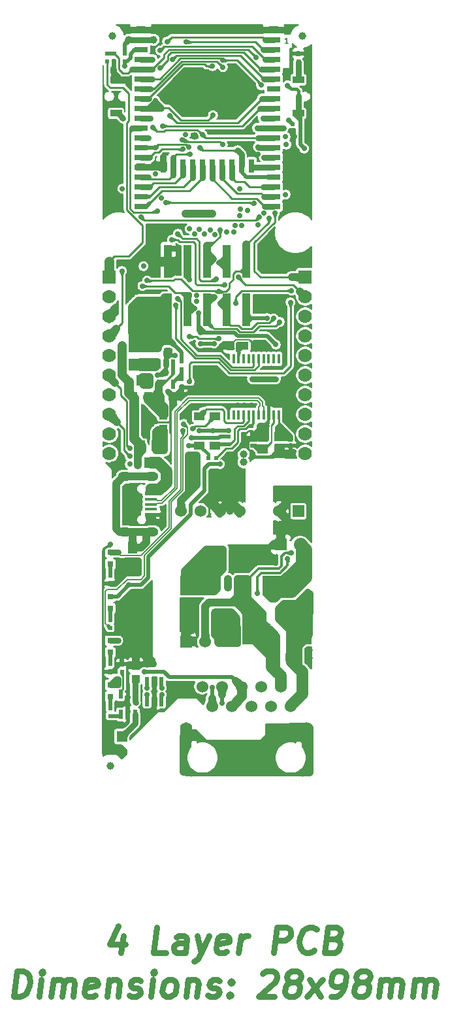
<source format=gbr>
G04 #@! TF.GenerationSoftware,KiCad,Pcbnew,5.1.6-c6e7f7d~87~ubuntu18.04.1*
G04 #@! TF.CreationDate,2022-07-28T15:35:08+03:00*
G04 #@! TF.ProjectId,ESP32-PoE-ISO_Rev_K,45535033-322d-4506-9f45-2d49534f5f52,K*
G04 #@! TF.SameCoordinates,Original*
G04 #@! TF.FileFunction,Copper,L1,Top*
G04 #@! TF.FilePolarity,Positive*
%FSLAX46Y46*%
G04 Gerber Fmt 4.6, Leading zero omitted, Abs format (unit mm)*
G04 Created by KiCad (PCBNEW 5.1.6-c6e7f7d~87~ubuntu18.04.1) date 2022-07-28 15:35:08*
%MOMM*%
%LPD*%
G01*
G04 APERTURE LIST*
G04 #@! TA.AperFunction,NonConductor*
%ADD10C,0.158750*%
G04 #@! TD*
G04 #@! TA.AperFunction,NonConductor*
%ADD11C,0.762000*%
G04 #@! TD*
G04 #@! TA.AperFunction,SMDPad,CuDef*
%ADD12R,1.500000X0.900000*%
G04 #@! TD*
G04 #@! TA.AperFunction,SMDPad,CuDef*
%ADD13R,3.000000X1.600000*%
G04 #@! TD*
G04 #@! TA.AperFunction,ComponentPad*
%ADD14C,1.524000*%
G04 #@! TD*
G04 #@! TA.AperFunction,ComponentPad*
%ADD15R,1.524000X1.524000*%
G04 #@! TD*
G04 #@! TA.AperFunction,SMDPad,CuDef*
%ADD16R,1.400000X1.200000*%
G04 #@! TD*
G04 #@! TA.AperFunction,SMDPad,CuDef*
%ADD17R,1.400000X1.000000*%
G04 #@! TD*
G04 #@! TA.AperFunction,SMDPad,CuDef*
%ADD18R,1.000000X1.400000*%
G04 #@! TD*
G04 #@! TA.AperFunction,SMDPad,CuDef*
%ADD19R,0.550000X0.500000*%
G04 #@! TD*
G04 #@! TA.AperFunction,SMDPad,CuDef*
%ADD20R,0.550000X1.200000*%
G04 #@! TD*
G04 #@! TA.AperFunction,SMDPad,CuDef*
%ADD21R,1.270000X1.524000*%
G04 #@! TD*
G04 #@! TA.AperFunction,SMDPad,CuDef*
%ADD22R,0.800000X0.800000*%
G04 #@! TD*
G04 #@! TA.AperFunction,SMDPad,CuDef*
%ADD23R,0.500000X0.550000*%
G04 #@! TD*
G04 #@! TA.AperFunction,ComponentPad*
%ADD24C,1.778000*%
G04 #@! TD*
G04 #@! TA.AperFunction,ComponentPad*
%ADD25R,1.778000X1.778000*%
G04 #@! TD*
G04 #@! TA.AperFunction,SMDPad,CuDef*
%ADD26R,1.016000X1.016000*%
G04 #@! TD*
G04 #@! TA.AperFunction,SMDPad,CuDef*
%ADD27R,0.325000X1.270000*%
G04 #@! TD*
G04 #@! TA.AperFunction,ConnectorPad*
%ADD28C,1.000000*%
G04 #@! TD*
G04 #@! TA.AperFunction,ComponentPad*
%ADD29R,0.400000X0.400000*%
G04 #@! TD*
G04 #@! TA.AperFunction,ComponentPad*
%ADD30R,1.422400X1.422400*%
G04 #@! TD*
G04 #@! TA.AperFunction,SMDPad,CuDef*
%ADD31R,3.200000X2.500000*%
G04 #@! TD*
G04 #@! TA.AperFunction,SMDPad,CuDef*
%ADD32R,1.000000X4.250000*%
G04 #@! TD*
G04 #@! TA.AperFunction,SMDPad,CuDef*
%ADD33R,1.650000X0.500000*%
G04 #@! TD*
G04 #@! TA.AperFunction,SMDPad,CuDef*
%ADD34R,1.650000X0.325000*%
G04 #@! TD*
G04 #@! TA.AperFunction,SMDPad,CuDef*
%ADD35R,1.000000X1.100000*%
G04 #@! TD*
G04 #@! TA.AperFunction,ComponentPad*
%ADD36O,1.800000X1.200000*%
G04 #@! TD*
G04 #@! TA.AperFunction,ComponentPad*
%ADD37O,1.600000X2.999999*%
G04 #@! TD*
G04 #@! TA.AperFunction,SMDPad,CuDef*
%ADD38R,2.000000X1.700000*%
G04 #@! TD*
G04 #@! TA.AperFunction,SMDPad,CuDef*
%ADD39R,1.524000X1.778000*%
G04 #@! TD*
G04 #@! TA.AperFunction,ComponentPad*
%ADD40C,1.800000*%
G04 #@! TD*
G04 #@! TA.AperFunction,SMDPad,CuDef*
%ADD41R,1.800000X0.800000*%
G04 #@! TD*
G04 #@! TA.AperFunction,SMDPad,CuDef*
%ADD42R,0.800000X1.800000*%
G04 #@! TD*
G04 #@! TA.AperFunction,SMDPad,CuDef*
%ADD43R,3.900000X3.900000*%
G04 #@! TD*
G04 #@! TA.AperFunction,ComponentPad*
%ADD44C,1.500000*%
G04 #@! TD*
G04 #@! TA.AperFunction,ViaPad*
%ADD45C,0.700000*%
G04 #@! TD*
G04 #@! TA.AperFunction,ComponentPad*
%ADD46R,1.400000X1.400000*%
G04 #@! TD*
G04 #@! TA.AperFunction,ComponentPad*
%ADD47C,1.400000*%
G04 #@! TD*
G04 #@! TA.AperFunction,ViaPad*
%ADD48C,1.000000*%
G04 #@! TD*
G04 #@! TA.AperFunction,ViaPad*
%ADD49C,0.900000*%
G04 #@! TD*
G04 #@! TA.AperFunction,Conductor*
%ADD50C,1.270000*%
G04 #@! TD*
G04 #@! TA.AperFunction,Conductor*
%ADD51C,1.219200*%
G04 #@! TD*
G04 #@! TA.AperFunction,Conductor*
%ADD52C,1.016000*%
G04 #@! TD*
G04 #@! TA.AperFunction,Conductor*
%ADD53C,0.762000*%
G04 #@! TD*
G04 #@! TA.AperFunction,Conductor*
%ADD54C,0.254000*%
G04 #@! TD*
G04 #@! TA.AperFunction,Conductor*
%ADD55C,0.508000*%
G04 #@! TD*
G04 #@! TA.AperFunction,Conductor*
%ADD56C,0.609600*%
G04 #@! TD*
G04 #@! TA.AperFunction,Conductor*
%ADD57C,0.330200*%
G04 #@! TD*
G04 #@! TA.AperFunction,Conductor*
%ADD58C,0.406400*%
G04 #@! TD*
G04 #@! TA.AperFunction,Conductor*
%ADD59C,0.203200*%
G04 #@! TD*
G04 #@! TA.AperFunction,Conductor*
%ADD60C,0.965200*%
G04 #@! TD*
G04 #@! TA.AperFunction,Conductor*
%ADD61C,0.711200*%
G04 #@! TD*
G04 #@! TA.AperFunction,Conductor*
%ADD62C,1.524000*%
G04 #@! TD*
G04 #@! TA.AperFunction,Conductor*
%ADD63C,0.355600*%
G04 #@! TD*
G04 #@! TA.AperFunction,Conductor*
%ADD64C,0.127000*%
G04 #@! TD*
G04 #@! TA.AperFunction,Conductor*
%ADD65C,0.152400*%
G04 #@! TD*
G04 #@! TA.AperFunction,Conductor*
%ADD66C,0.157480*%
G04 #@! TD*
G04 #@! TA.AperFunction,Conductor*
%ADD67C,1.778000*%
G04 #@! TD*
G04 #@! TA.AperFunction,Conductor*
%ADD68C,0.025400*%
G04 #@! TD*
G04 APERTURE END LIST*
D10*
X114608428Y-92870261D02*
X114245571Y-92870261D01*
X114427000Y-92870261D02*
X114427000Y-92235261D01*
X114366523Y-92325976D01*
X114306047Y-92386452D01*
X114245571Y-92416690D01*
D11*
X93238108Y-208524928D02*
X92962941Y-210726261D01*
X92609155Y-207267023D02*
X91528144Y-209625595D01*
X93572239Y-209625595D01*
X98780751Y-210726261D02*
X97208370Y-210726261D01*
X97621120Y-207424261D01*
X101296560Y-210726261D02*
X101512763Y-208996642D01*
X101394834Y-208682166D01*
X101100013Y-208524928D01*
X100471060Y-208524928D01*
X100136929Y-208682166D01*
X101316215Y-210569023D02*
X100982084Y-210726261D01*
X100195894Y-210726261D01*
X99901072Y-210569023D01*
X99783144Y-210254547D01*
X99822453Y-209940071D01*
X100019001Y-209625595D01*
X100353132Y-209468357D01*
X101139322Y-209468357D01*
X101473453Y-209311119D01*
X102829632Y-208524928D02*
X103340655Y-210726261D01*
X104402013Y-208524928D02*
X103340655Y-210726261D01*
X102927905Y-211512452D01*
X102751013Y-211669690D01*
X102416882Y-211826928D01*
X106662310Y-210569023D02*
X106328179Y-210726261D01*
X105699227Y-210726261D01*
X105404405Y-210569023D01*
X105286477Y-210254547D01*
X105443715Y-208996642D01*
X105640263Y-208682166D01*
X105974394Y-208524928D01*
X106603346Y-208524928D01*
X106898167Y-208682166D01*
X107016096Y-208996642D01*
X106976786Y-209311119D01*
X105365096Y-209625595D01*
X108215036Y-210726261D02*
X108490203Y-208524928D01*
X108411584Y-209153880D02*
X108608132Y-208839404D01*
X108785025Y-208682166D01*
X109119155Y-208524928D01*
X109433632Y-208524928D01*
X112774941Y-210726261D02*
X113187691Y-207424261D01*
X114445596Y-207424261D01*
X114740417Y-207581500D01*
X114878001Y-207738738D01*
X114995929Y-208053214D01*
X114936965Y-208524928D01*
X114740417Y-208839404D01*
X114563525Y-208996642D01*
X114229394Y-209153880D01*
X112971489Y-209153880D01*
X118003108Y-210411785D02*
X117826215Y-210569023D01*
X117334846Y-210726261D01*
X117020370Y-210726261D01*
X116568310Y-210569023D01*
X116293144Y-210254547D01*
X116175215Y-209940071D01*
X116096596Y-209311119D01*
X116155560Y-208839404D01*
X116391417Y-208210452D01*
X116587965Y-207895976D01*
X116941751Y-207581500D01*
X117433120Y-207424261D01*
X117747596Y-207424261D01*
X118199655Y-207581500D01*
X118337239Y-207738738D01*
X120695810Y-208996642D02*
X121147870Y-209153880D01*
X121285453Y-209311119D01*
X121403382Y-209625595D01*
X121344417Y-210097309D01*
X121147870Y-210411785D01*
X120970977Y-210569023D01*
X120636846Y-210726261D01*
X119378941Y-210726261D01*
X119791691Y-207424261D01*
X120892358Y-207424261D01*
X121187179Y-207581500D01*
X121324763Y-207738738D01*
X121442691Y-208053214D01*
X121403382Y-208367690D01*
X121206834Y-208682166D01*
X121029941Y-208839404D01*
X120695810Y-208996642D01*
X119595144Y-208996642D01*
X79047370Y-216441261D02*
X79460120Y-213139261D01*
X80246310Y-213139261D01*
X80698370Y-213296500D01*
X80973536Y-213610976D01*
X81091465Y-213925452D01*
X81170084Y-214554404D01*
X81111120Y-215026119D01*
X80875263Y-215655071D01*
X80678715Y-215969547D01*
X80324929Y-216284023D01*
X79833560Y-216441261D01*
X79047370Y-216441261D01*
X82349370Y-216441261D02*
X82624536Y-214239928D01*
X82762120Y-213139261D02*
X82585227Y-213296500D01*
X82722810Y-213453738D01*
X82899703Y-213296500D01*
X82762120Y-213139261D01*
X82722810Y-213453738D01*
X83921751Y-216441261D02*
X84196917Y-214239928D01*
X84157608Y-214554404D02*
X84334501Y-214397166D01*
X84668632Y-214239928D01*
X85140346Y-214239928D01*
X85435167Y-214397166D01*
X85553096Y-214711642D01*
X85336894Y-216441261D01*
X85553096Y-214711642D02*
X85749644Y-214397166D01*
X86083775Y-214239928D01*
X86555489Y-214239928D01*
X86850310Y-214397166D01*
X86968239Y-214711642D01*
X86752036Y-216441261D01*
X89601977Y-216284023D02*
X89267846Y-216441261D01*
X88638894Y-216441261D01*
X88344072Y-216284023D01*
X88226144Y-215969547D01*
X88383382Y-214711642D01*
X88579929Y-214397166D01*
X88914060Y-214239928D01*
X89543013Y-214239928D01*
X89837834Y-214397166D01*
X89955763Y-214711642D01*
X89916453Y-215026119D01*
X88304763Y-215340595D01*
X91429870Y-214239928D02*
X91154703Y-216441261D01*
X91390560Y-214554404D02*
X91567453Y-214397166D01*
X91901584Y-214239928D01*
X92373298Y-214239928D01*
X92668120Y-214397166D01*
X92786048Y-214711642D01*
X92569846Y-216441261D01*
X94004644Y-216284023D02*
X94299465Y-216441261D01*
X94928417Y-216441261D01*
X95262548Y-216284023D01*
X95459096Y-215969547D01*
X95478751Y-215812309D01*
X95360822Y-215497833D01*
X95066001Y-215340595D01*
X94594286Y-215340595D01*
X94299465Y-215183357D01*
X94181536Y-214868880D01*
X94201191Y-214711642D01*
X94397739Y-214397166D01*
X94731870Y-214239928D01*
X95203584Y-214239928D01*
X95498405Y-214397166D01*
X96815275Y-216441261D02*
X97090441Y-214239928D01*
X97228025Y-213139261D02*
X97051132Y-213296500D01*
X97188715Y-213453738D01*
X97365608Y-213296500D01*
X97228025Y-213139261D01*
X97188715Y-213453738D01*
X98859370Y-216441261D02*
X98564548Y-216284023D01*
X98426965Y-216126785D01*
X98309036Y-215812309D01*
X98426965Y-214868880D01*
X98623513Y-214554404D01*
X98800405Y-214397166D01*
X99134536Y-214239928D01*
X99606251Y-214239928D01*
X99901072Y-214397166D01*
X100038655Y-214554404D01*
X100156584Y-214868880D01*
X100038655Y-215812309D01*
X99842108Y-216126785D01*
X99665215Y-216284023D01*
X99331084Y-216441261D01*
X98859370Y-216441261D01*
X101650346Y-214239928D02*
X101375179Y-216441261D01*
X101611036Y-214554404D02*
X101787929Y-214397166D01*
X102122060Y-214239928D01*
X102593775Y-214239928D01*
X102888596Y-214397166D01*
X103006525Y-214711642D01*
X102790322Y-216441261D01*
X104225120Y-216284023D02*
X104519941Y-216441261D01*
X105148894Y-216441261D01*
X105483025Y-216284023D01*
X105679572Y-215969547D01*
X105699227Y-215812309D01*
X105581298Y-215497833D01*
X105286477Y-215340595D01*
X104814763Y-215340595D01*
X104519941Y-215183357D01*
X104402013Y-214868880D01*
X104421667Y-214711642D01*
X104618215Y-214397166D01*
X104952346Y-214239928D01*
X105424060Y-214239928D01*
X105718882Y-214397166D01*
X107075060Y-216126785D02*
X107212644Y-216284023D01*
X107035751Y-216441261D01*
X106898167Y-216284023D01*
X107075060Y-216126785D01*
X107035751Y-216441261D01*
X107291263Y-214397166D02*
X107428846Y-214554404D01*
X107251953Y-214711642D01*
X107114370Y-214554404D01*
X107291263Y-214397166D01*
X107251953Y-214711642D01*
X111340144Y-213453738D02*
X111517036Y-213296500D01*
X111851167Y-213139261D01*
X112637358Y-213139261D01*
X112932179Y-213296500D01*
X113069763Y-213453738D01*
X113187691Y-213768214D01*
X113148382Y-214082690D01*
X112932179Y-214554404D01*
X110809465Y-216441261D01*
X112853560Y-216441261D01*
X114976275Y-214554404D02*
X114681453Y-214397166D01*
X114543870Y-214239928D01*
X114425941Y-213925452D01*
X114445596Y-213768214D01*
X114642144Y-213453738D01*
X114819036Y-213296500D01*
X115153167Y-213139261D01*
X115782120Y-213139261D01*
X116076941Y-213296500D01*
X116214525Y-213453738D01*
X116332453Y-213768214D01*
X116312798Y-213925452D01*
X116116251Y-214239928D01*
X115939358Y-214397166D01*
X115605227Y-214554404D01*
X114976275Y-214554404D01*
X114642144Y-214711642D01*
X114465251Y-214868880D01*
X114268703Y-215183357D01*
X114190084Y-215812309D01*
X114308013Y-216126785D01*
X114445596Y-216284023D01*
X114740417Y-216441261D01*
X115369370Y-216441261D01*
X115703501Y-216284023D01*
X115880394Y-216126785D01*
X116076941Y-215812309D01*
X116155560Y-215183357D01*
X116037632Y-214868880D01*
X115900048Y-214711642D01*
X115605227Y-214554404D01*
X117098989Y-216441261D02*
X119103775Y-214239928D01*
X117374155Y-214239928D02*
X118828608Y-216441261D01*
X120243751Y-216441261D02*
X120872703Y-216441261D01*
X121206834Y-216284023D01*
X121383727Y-216126785D01*
X121757167Y-215655071D01*
X121993025Y-215026119D01*
X122150263Y-213768214D01*
X122032334Y-213453738D01*
X121894751Y-213296500D01*
X121599929Y-213139261D01*
X120970977Y-213139261D01*
X120636846Y-213296500D01*
X120459953Y-213453738D01*
X120263405Y-213768214D01*
X120165132Y-214554404D01*
X120283060Y-214868880D01*
X120420644Y-215026119D01*
X120715465Y-215183357D01*
X121344417Y-215183357D01*
X121678548Y-215026119D01*
X121855441Y-214868880D01*
X122051989Y-214554404D01*
X123938846Y-214554404D02*
X123644025Y-214397166D01*
X123506441Y-214239928D01*
X123388513Y-213925452D01*
X123408167Y-213768214D01*
X123604715Y-213453738D01*
X123781608Y-213296500D01*
X124115739Y-213139261D01*
X124744691Y-213139261D01*
X125039513Y-213296500D01*
X125177096Y-213453738D01*
X125295025Y-213768214D01*
X125275370Y-213925452D01*
X125078822Y-214239928D01*
X124901929Y-214397166D01*
X124567798Y-214554404D01*
X123938846Y-214554404D01*
X123604715Y-214711642D01*
X123427822Y-214868880D01*
X123231275Y-215183357D01*
X123152655Y-215812309D01*
X123270584Y-216126785D01*
X123408167Y-216284023D01*
X123702989Y-216441261D01*
X124331941Y-216441261D01*
X124666072Y-216284023D01*
X124842965Y-216126785D01*
X125039513Y-215812309D01*
X125118132Y-215183357D01*
X125000203Y-214868880D01*
X124862620Y-214711642D01*
X124567798Y-214554404D01*
X126376036Y-216441261D02*
X126651203Y-214239928D01*
X126611894Y-214554404D02*
X126788786Y-214397166D01*
X127122917Y-214239928D01*
X127594632Y-214239928D01*
X127889453Y-214397166D01*
X128007382Y-214711642D01*
X127791179Y-216441261D01*
X128007382Y-214711642D02*
X128203929Y-214397166D01*
X128538060Y-214239928D01*
X129009774Y-214239928D01*
X129304596Y-214397166D01*
X129422525Y-214711642D01*
X129206322Y-216441261D01*
X130778703Y-216441261D02*
X131053870Y-214239928D01*
X131014560Y-214554404D02*
X131191453Y-214397166D01*
X131525584Y-214239928D01*
X131997298Y-214239928D01*
X132292120Y-214397166D01*
X132410048Y-214711642D01*
X132193846Y-216441261D01*
X132410048Y-214711642D02*
X132606596Y-214397166D01*
X132940727Y-214239928D01*
X133412441Y-214239928D01*
X133707263Y-214397166D01*
X133825191Y-214711642D01*
X133608989Y-216441261D01*
D12*
X115959000Y-101999000D03*
X115959000Y-97645000D03*
X92321000Y-101999000D03*
X92321000Y-97645000D03*
D13*
X95377000Y-132150000D03*
X95377000Y-134550000D03*
D14*
X113411000Y-153543000D03*
D15*
X115951000Y-153543000D03*
D14*
X108331000Y-153543000D03*
X105791000Y-153543000D03*
X100711000Y-153543000D03*
X103251000Y-153543000D03*
D16*
X111338000Y-143853000D03*
X113538000Y-145453000D03*
X113538000Y-143853000D03*
X111338000Y-145453000D03*
D14*
X103866000Y-170434000D03*
D15*
X101366000Y-170434000D03*
D17*
X105156000Y-145029000D03*
X105156000Y-141229000D03*
X103124000Y-145029000D03*
X103124000Y-141229000D03*
D18*
X94620000Y-140970000D03*
X98420000Y-140970000D03*
X98420000Y-143002000D03*
X94620000Y-143002000D03*
D19*
X92075000Y-95250000D03*
X92075000Y-94234000D03*
X91186000Y-94234000D03*
X91186000Y-95250000D03*
X93091000Y-173355000D03*
X93091000Y-174371000D03*
D20*
X92903000Y-179862000D03*
X93853000Y-179862000D03*
X94803000Y-179862000D03*
X92903000Y-177262000D03*
X94803000Y-177262000D03*
D21*
X94488000Y-158242000D03*
X94488000Y-160274000D03*
D22*
X91567000Y-164592000D03*
X91567000Y-166116000D03*
X91567000Y-160401000D03*
X91567000Y-158877000D03*
D19*
X97155000Y-173355000D03*
X97155000Y-174371000D03*
X100838000Y-137414000D03*
X100838000Y-136398000D03*
X100838000Y-134112000D03*
X100838000Y-135128000D03*
X91567000Y-174371000D03*
X91567000Y-173355000D03*
X91567000Y-162941000D03*
X91567000Y-161925000D03*
X91567000Y-168656000D03*
X91567000Y-167640000D03*
X91567000Y-180086000D03*
X91567000Y-179070000D03*
D23*
X104267000Y-146685000D03*
X105283000Y-146685000D03*
X110871000Y-142494000D03*
X109855000Y-142494000D03*
D24*
X116840000Y-146080000D03*
X116840000Y-143540000D03*
X116840000Y-138460000D03*
X116840000Y-141000000D03*
X116840000Y-135920000D03*
X116840000Y-133380000D03*
D25*
X116840000Y-123220000D03*
D24*
X116840000Y-125760000D03*
X116840000Y-128300000D03*
X116840000Y-130840000D03*
X91440000Y-130840000D03*
X91440000Y-128300000D03*
X91440000Y-125760000D03*
D25*
X91440000Y-123220000D03*
D24*
X91440000Y-133380000D03*
X91440000Y-135920000D03*
X91440000Y-141000000D03*
X91440000Y-138460000D03*
X91440000Y-143540000D03*
X91440000Y-146080000D03*
D26*
X99695000Y-138684000D03*
X97917000Y-138684000D03*
X94869000Y-173482000D03*
X94869000Y-175260000D03*
D20*
X99756000Y-134463000D03*
X98806000Y-134463000D03*
X97856000Y-134463000D03*
X99756000Y-137063000D03*
X97856000Y-137063000D03*
D27*
X107565000Y-141033500D03*
X108215000Y-141033500D03*
X108865000Y-141033500D03*
X109515000Y-141033500D03*
X110165000Y-141033500D03*
X110815000Y-141033500D03*
X111465000Y-141033500D03*
X112115000Y-141033500D03*
X112765000Y-141033500D03*
X113415000Y-141033500D03*
X113415000Y-133794500D03*
X112765000Y-133794500D03*
X112115000Y-133794500D03*
X111465000Y-133794500D03*
X110815000Y-133794500D03*
X110165000Y-133794500D03*
X109515000Y-133794500D03*
X108865000Y-133794500D03*
X108215000Y-133794500D03*
X107565000Y-133794500D03*
D28*
X91567000Y-186563000D03*
X116459000Y-92000000D03*
X91821000Y-92000000D03*
D22*
X91567000Y-171831000D03*
X91567000Y-170307000D03*
D26*
X99060000Y-132969000D03*
X99060000Y-131191000D03*
D22*
X91567000Y-177546000D03*
X91567000Y-176022000D03*
D26*
X107188000Y-132080000D03*
X108966000Y-132080000D03*
D18*
X94554040Y-138775440D03*
X96456500Y-138775440D03*
X95501460Y-136565640D03*
X97469960Y-145069560D03*
X95567500Y-145069560D03*
X96522540Y-147279360D03*
D19*
X115951000Y-94234000D03*
X115951000Y-95250000D03*
X114935000Y-145034000D03*
X114935000Y-144018000D03*
D29*
X106710000Y-137406000D03*
X106710000Y-136406000D03*
X105910000Y-135606000D03*
X104910000Y-135606000D03*
X104110000Y-136406000D03*
X104110000Y-137406000D03*
X104910000Y-138206000D03*
X105910000Y-138206000D03*
D30*
X105410000Y-136906000D03*
D19*
X109982000Y-144018000D03*
X109982000Y-145034000D03*
X93472000Y-95250000D03*
X93472000Y-94234000D03*
D31*
X112919000Y-163195000D03*
X102219000Y-163195000D03*
D19*
X106934000Y-144907000D03*
X106934000Y-143891000D03*
D32*
X99060000Y-127458000D03*
X99060000Y-121208000D03*
X101600000Y-127458000D03*
X101600000Y-121208000D03*
X104140000Y-127458000D03*
X104140000Y-121208000D03*
X106680000Y-127458000D03*
X106680000Y-121208000D03*
X109220000Y-127458000D03*
X109220000Y-121208000D03*
D33*
X96876000Y-151266500D03*
D34*
X96876000Y-152004000D03*
X96876000Y-152654000D03*
X96876000Y-153304000D03*
D33*
X96876000Y-154041500D03*
D35*
X92326000Y-151154000D03*
X92326000Y-154154000D03*
D36*
X93476000Y-149054000D03*
X96946000Y-149054000D03*
X96946000Y-156254000D03*
X93476000Y-156254000D03*
D20*
X96332000Y-178211000D03*
X97282000Y-178211000D03*
X98232000Y-178211000D03*
X96332000Y-175611000D03*
X98232000Y-175611000D03*
D37*
X117000000Y-182393000D03*
X101400000Y-182393000D03*
D14*
X114915000Y-178793000D03*
X113645000Y-176253000D03*
X112375000Y-178793000D03*
X111105000Y-176253000D03*
X109835000Y-178793000D03*
X108565000Y-176253000D03*
X107295000Y-178793000D03*
X106025000Y-176253000D03*
X104755000Y-178793000D03*
X103485000Y-176253000D03*
X116185000Y-157861000D03*
D15*
X113685000Y-157861000D03*
D38*
X116673000Y-169926000D03*
X111673000Y-169926000D03*
D39*
X106680000Y-169926000D03*
X109474000Y-169926000D03*
D40*
X107442000Y-167646000D03*
D26*
X114808000Y-172466000D03*
X113030000Y-172466000D03*
D41*
X112740000Y-112771000D03*
X112740000Y-111501000D03*
X112740000Y-110231000D03*
X112740000Y-108961000D03*
X112740000Y-114041000D03*
X95540000Y-114041000D03*
X95540000Y-108961000D03*
X95540000Y-110231000D03*
X95540000Y-111501000D03*
X95540000Y-112771000D03*
X95540000Y-91181000D03*
X95540000Y-92451000D03*
X95540000Y-93721000D03*
X95540000Y-94991000D03*
X95540000Y-96261000D03*
X95540000Y-97531000D03*
X95540000Y-98801000D03*
X95540000Y-100071000D03*
X95540000Y-101341000D03*
X95540000Y-102611000D03*
X95540000Y-103881000D03*
X95540000Y-105151000D03*
X95540000Y-106421000D03*
X95540000Y-107691000D03*
D42*
X98425000Y-108841000D03*
X99695000Y-108841000D03*
X100965000Y-108841000D03*
X102235000Y-108841000D03*
X103505000Y-108841000D03*
X104775000Y-108841000D03*
X106045000Y-108841000D03*
X107315000Y-108841000D03*
X108585000Y-108841000D03*
X109855000Y-108841000D03*
D41*
X112740000Y-107691000D03*
X112740000Y-106421000D03*
X112740000Y-105151000D03*
X112740000Y-103881000D03*
X112740000Y-102611000D03*
X112740000Y-101341000D03*
X112740000Y-100071000D03*
X112740000Y-98801000D03*
X112740000Y-97531000D03*
X112740000Y-96261000D03*
X112740000Y-94991000D03*
X112740000Y-93721000D03*
X112740000Y-92451000D03*
X112740000Y-91181000D03*
D43*
X102640000Y-98981000D03*
D44*
X102640000Y-98981000D03*
D45*
X101940000Y-97581000D03*
X103340000Y-97581000D03*
X104040000Y-98281000D03*
X104040000Y-99681000D03*
X103340000Y-100381000D03*
X101940000Y-100381000D03*
X101240000Y-99681000D03*
X101240000Y-98281000D03*
D23*
X115189000Y-103378000D03*
X116205000Y-103378000D03*
D46*
X93070680Y-182740300D03*
D47*
X93073220Y-184769760D03*
D48*
X93091000Y-132080000D03*
X95123000Y-147574000D03*
D45*
X92583000Y-176022000D03*
X92583000Y-175260000D03*
X92583000Y-170307000D03*
X94869000Y-178308000D03*
X94803014Y-176214986D03*
X91821000Y-147447000D03*
X99949000Y-133350000D03*
X97663000Y-135890000D03*
D49*
X106680000Y-146621500D03*
D48*
X107569000Y-147193000D03*
D45*
X117348000Y-94234000D03*
X108966000Y-139785743D03*
X108077000Y-139785743D03*
X109855000Y-139785743D03*
X99060000Y-138049000D03*
D48*
X98679000Y-135572500D03*
D45*
X95250000Y-161480500D03*
X101854000Y-141859000D03*
X110109000Y-131826000D03*
X114173000Y-140208000D03*
X114173000Y-138176000D03*
X115316000Y-145796000D03*
D48*
X111760000Y-142494000D03*
D45*
X91567000Y-157797496D03*
X93599000Y-160655000D03*
D48*
X96520000Y-163957000D03*
X95504000Y-170053000D03*
X95504000Y-169037000D03*
X96520000Y-170053000D03*
X96520000Y-169037000D03*
X96520000Y-171196000D03*
D45*
X93599000Y-159893000D03*
X93599000Y-161480500D03*
X94424500Y-161480500D03*
X98171000Y-154051000D03*
X98171000Y-154813000D03*
X97409000Y-154813000D03*
X96647000Y-154813000D03*
X91186000Y-184150000D03*
X93853000Y-177673000D03*
X92964000Y-178562000D03*
X93853000Y-178562000D03*
D48*
X96520000Y-168021000D03*
X95504000Y-168021000D03*
X95504000Y-167005000D03*
X95504000Y-165989000D03*
X95504000Y-164973000D03*
X96520000Y-164973000D03*
X106553000Y-150749000D03*
X106553000Y-151892000D03*
D45*
X105664000Y-150749000D03*
D48*
X107061000Y-153543000D03*
D45*
X96774000Y-179451000D03*
X106299000Y-131826000D03*
X101340570Y-141256510D03*
X92075000Y-96393000D03*
D48*
X93853000Y-91186000D03*
X110490000Y-91181000D03*
X114427000Y-91186000D03*
X107950000Y-91181000D03*
X105410000Y-91181000D03*
X102870000Y-91181000D03*
X100330000Y-91181000D03*
X97790000Y-91181000D03*
D45*
X99949000Y-119507000D03*
X97663000Y-108966000D03*
X99949000Y-122397010D03*
X109474000Y-103886000D03*
X115443000Y-105029000D03*
D48*
X102498537Y-104904645D03*
D45*
X91694000Y-100711000D03*
X110737084Y-107276396D03*
X94023642Y-98127364D03*
X117348000Y-96520000D03*
X117348000Y-99060000D03*
X117348000Y-101981000D03*
X117348000Y-103505000D03*
X95884997Y-180721003D03*
X116713000Y-121539000D03*
X117348000Y-120650000D03*
X90932000Y-113665000D03*
X90932000Y-114935000D03*
X90932000Y-111125000D03*
X90932000Y-108585000D03*
X90932000Y-106045000D03*
X90932000Y-103505000D03*
X90932000Y-100711000D03*
X90932000Y-109855000D03*
X90932000Y-112395000D03*
X90932000Y-107315000D03*
X90932000Y-104775000D03*
X90932000Y-102235000D03*
X117348000Y-95250000D03*
X117348000Y-97790000D03*
X117348000Y-100584000D03*
D48*
X96647000Y-137160000D03*
X96647000Y-136144000D03*
D45*
X106172000Y-95123000D03*
X111125000Y-98349688D03*
X108473816Y-114426558D03*
X116713000Y-106553000D03*
X114554000Y-98361500D03*
X94107000Y-147447000D03*
X102743000Y-126365000D03*
X102743000Y-125603000D03*
X97028000Y-130937000D03*
X97028000Y-129921000D03*
D48*
X97790000Y-132461000D03*
X97790000Y-131445000D03*
X97790000Y-130429000D03*
X97790000Y-129413000D03*
X108839000Y-147193000D03*
X108839000Y-146177000D03*
X93980000Y-92456000D03*
X97155000Y-92456000D03*
X104828205Y-115004027D03*
D45*
X114681000Y-102870000D03*
D48*
X97790000Y-128397000D03*
D45*
X97028000Y-128905000D03*
D48*
X101351221Y-115004129D03*
D45*
X104902000Y-143129000D03*
X105791000Y-147447000D03*
X93980000Y-163067994D03*
X103091479Y-143129000D03*
X106934000Y-143129000D03*
X95979490Y-174371000D03*
X101727000Y-145034000D03*
X94107000Y-146431000D03*
X98016923Y-96157588D03*
X93472000Y-95885000D03*
X93218000Y-102616000D03*
X93091000Y-122428000D03*
X96774000Y-102611000D03*
X103759000Y-117602000D03*
X99267901Y-102281101D03*
X97663000Y-114681000D03*
X102235000Y-142875000D03*
X94107000Y-145415000D03*
X98044000Y-93853000D03*
X104521000Y-117094000D03*
X101442065Y-92740935D03*
X99665224Y-94982570D03*
X103095155Y-116995845D03*
X105332150Y-123474968D03*
X108204000Y-123190000D03*
X100330000Y-117602000D03*
X97022988Y-94991000D03*
X102489000Y-117602000D03*
X98933000Y-92710000D03*
X106410622Y-124236990D03*
X99568000Y-118364000D03*
X96520000Y-105188112D03*
X115062000Y-124968000D03*
X102480368Y-127243213D03*
X107823000Y-126619000D03*
X95734918Y-124370313D03*
X110744000Y-106360987D03*
X111483610Y-114897258D03*
X111506000Y-108966000D03*
X95885000Y-121793000D03*
X105664000Y-121377962D03*
X97409004Y-109855000D03*
X105791000Y-117093996D03*
X105001995Y-120804005D03*
X101917500Y-107251500D03*
X111887000Y-128523990D03*
X106680000Y-117348000D03*
X97409000Y-106426000D03*
X101735871Y-106380069D03*
X112747155Y-128552845D03*
X105791000Y-126619000D03*
X108077000Y-106807000D03*
X107569000Y-117348000D03*
X103197882Y-106426000D03*
X105029000Y-125730000D03*
X113538000Y-129032000D03*
X103535990Y-104775000D03*
X107725201Y-116522765D03*
X97106584Y-103822506D03*
X101854000Y-116967000D03*
X98331845Y-103631997D03*
X97536000Y-147279360D03*
X98044000Y-148082000D03*
X98552000Y-147447000D03*
X102108000Y-144018000D03*
X108204000Y-132715000D03*
X108204000Y-131953000D03*
X106172000Y-106045000D03*
X100918728Y-105439478D03*
X114300000Y-105029000D03*
X101351642Y-104734826D03*
D48*
X102108000Y-167005000D03*
X102108000Y-165989000D03*
X117284500Y-171577000D03*
X117284500Y-172593000D03*
D45*
X113030000Y-159512000D03*
X109855000Y-158496000D03*
D48*
X108839000Y-158496000D03*
X108839000Y-160782000D03*
X108839000Y-159639000D03*
D45*
X109855000Y-159258000D03*
X109855000Y-160020000D03*
X109855000Y-160782000D03*
D48*
X107696000Y-159639000D03*
X107696000Y-160782000D03*
X107696000Y-158496000D03*
D45*
X101092000Y-167767000D03*
X101092000Y-168529000D03*
X101092000Y-169291000D03*
D48*
X102108000Y-168021000D03*
X102108000Y-169037000D03*
D45*
X113030000Y-160254190D03*
D48*
X102489000Y-150368000D03*
X101727000Y-151130000D03*
X102743000Y-146304000D03*
X101727000Y-146304000D03*
X101727000Y-147447000D03*
X98552000Y-145669000D03*
X98552000Y-144526000D03*
D45*
X108077000Y-165735000D03*
D48*
X108077000Y-163449000D03*
X108077000Y-162306000D03*
D45*
X115011196Y-158927796D03*
X113030000Y-173482000D03*
D48*
X111887000Y-168529000D03*
X111887000Y-171323000D03*
D45*
X113284000Y-167195500D03*
X113284000Y-166370000D03*
X113792000Y-165608000D03*
X113665000Y-167894000D03*
X114681000Y-165354000D03*
X115697000Y-165354000D03*
X115189000Y-173450250D03*
X117157500Y-163893500D03*
X104879966Y-102235006D03*
X108340480Y-115242751D03*
X97408988Y-100330000D03*
X104824902Y-95877377D03*
X108615968Y-116559331D03*
X112903000Y-114935000D03*
X110488013Y-94743983D03*
X101790500Y-123571000D03*
X100330005Y-125984000D03*
X98824640Y-113531177D03*
X110252304Y-113679903D03*
X100076000Y-126873000D03*
X114300000Y-112522000D03*
X98220630Y-112945570D03*
X113030000Y-131953000D03*
X113030000Y-136398000D03*
X102997000Y-127889000D03*
X103250997Y-130428997D03*
X105029000Y-131826000D03*
X103251000Y-131826000D03*
X109981990Y-136398000D03*
X114396010Y-106045000D03*
X111506000Y-107696000D03*
X95529400Y-115412010D03*
X110856314Y-115436190D03*
X105664000Y-125095000D03*
X96361993Y-123666999D03*
X111379000Y-102616000D03*
X112141000Y-115570000D03*
X96774000Y-98806000D03*
X106172000Y-96012000D03*
X109378372Y-114532519D03*
X105664000Y-131191000D03*
X101854000Y-130937000D03*
X101854000Y-136779000D03*
X114935000Y-126492000D03*
X110617000Y-103886000D03*
X114046000Y-103886000D03*
X110744000Y-116459000D03*
X105132644Y-117721516D03*
X100953289Y-106647490D03*
X100965006Y-143129000D03*
X98234500Y-177293513D03*
X104775000Y-176402960D03*
X98234500Y-176466500D03*
X106044996Y-178435000D03*
X96329499Y-177294710D03*
X96330699Y-176467699D03*
D48*
X114935000Y-181483000D03*
X102870000Y-182880000D03*
X114935000Y-182880000D03*
X113538000Y-182880000D03*
X112395000Y-185420000D03*
X111125000Y-184150000D03*
X109855000Y-185420000D03*
X117387990Y-185420000D03*
X117387990Y-187387990D03*
X111125000Y-186690000D03*
X108585000Y-186690000D03*
X108585000Y-184150000D03*
X107315000Y-185420000D03*
X106045000Y-186690000D03*
X106045000Y-184150000D03*
X101092000Y-187325000D03*
X101092000Y-185420000D03*
D45*
X101092000Y-142240000D03*
X93121979Y-111760000D03*
X108363502Y-111756863D03*
D48*
X102743000Y-161417000D03*
X102743000Y-160020000D03*
X104521000Y-162179000D03*
X104521000Y-163322000D03*
X106045000Y-158877000D03*
X106045000Y-160020000D03*
X106045000Y-161163000D03*
X101473000Y-161417000D03*
D45*
X114565912Y-159674791D03*
X110617000Y-164211000D03*
D48*
X112903000Y-164846000D03*
X105156000Y-166624000D03*
X105156000Y-167640000D03*
X105156000Y-168656000D03*
X106807000Y-163449000D03*
X106807000Y-162306000D03*
D50*
X94554040Y-138775440D02*
X93980000Y-138201400D01*
X93980000Y-138201400D02*
X93980000Y-136779000D01*
D51*
X93091000Y-135890000D02*
X93091000Y-132080000D01*
X93980000Y-136779000D02*
X93091000Y-135890000D01*
D52*
X95123000Y-146304000D02*
X95123000Y-147574000D01*
X95758000Y-145669000D02*
X95758000Y-145161000D01*
X95123000Y-146304000D02*
X95758000Y-145669000D01*
X95123000Y-145514060D02*
X95123000Y-146304000D01*
X95123000Y-146304000D02*
X95123000Y-144653000D01*
X95567500Y-145069560D02*
X95123000Y-145514060D01*
D50*
X94615000Y-144117060D02*
X94615000Y-143002000D01*
X95567500Y-145069560D02*
X94615000Y-144117060D01*
X94615000Y-138836400D02*
X94615000Y-140970000D01*
X94620000Y-140970000D02*
X94620000Y-142245000D01*
X94620000Y-143002000D02*
X94620000Y-142245000D01*
D53*
X92583000Y-170307000D02*
X91567000Y-170307000D01*
X92583000Y-176022017D02*
X92583000Y-175260000D01*
X91567000Y-176022000D02*
X92583000Y-176022000D01*
X92329000Y-175260000D02*
X91567000Y-176022000D01*
X92583000Y-175260000D02*
X92329000Y-175260000D01*
X94803000Y-176215000D02*
X94803014Y-176214986D01*
X94803000Y-177262000D02*
X94803000Y-176215000D01*
X94803014Y-176214986D02*
X94803014Y-175325986D01*
X94803014Y-175325986D02*
X94869000Y-175260000D01*
X94803000Y-178242000D02*
X94869000Y-178308000D01*
X94803000Y-177262000D02*
X94803000Y-178242000D01*
D50*
X91440000Y-123220000D02*
X91440000Y-121158000D01*
D54*
X93725989Y-114490489D02*
X93725989Y-103251011D01*
X95758000Y-116522500D02*
X93725989Y-114490489D01*
X95758000Y-118745000D02*
X95758000Y-116522500D01*
X91567000Y-98679000D02*
X91186000Y-98298000D01*
X93980000Y-120523000D02*
X95758000Y-118745000D01*
X93980000Y-99441000D02*
X93218000Y-98679000D01*
X91440000Y-121158000D02*
X92075000Y-120523000D01*
X92075000Y-120523000D02*
X93980000Y-120523000D01*
X93725989Y-103251011D02*
X93980000Y-102997000D01*
X93980000Y-102997000D02*
X93980000Y-99441000D01*
X93218000Y-98679000D02*
X91567000Y-98679000D01*
X91186000Y-98298000D02*
X91186000Y-95754000D01*
X91186000Y-95754000D02*
X91186000Y-95250000D01*
D55*
X114931000Y-146405600D02*
X112649010Y-146405600D01*
X114935000Y-145643610D02*
X114935000Y-146405600D01*
X114935000Y-145923000D02*
X114935000Y-145669000D01*
D54*
X112395000Y-146431000D02*
X112522000Y-146431000D01*
X112395000Y-146431000D02*
X114681000Y-146431000D01*
X110396798Y-146431000D02*
X112395000Y-146431000D01*
X114681000Y-146431000D02*
X115316000Y-145796000D01*
D55*
X98679000Y-135572500D02*
X98361500Y-135890000D01*
X98361500Y-135890000D02*
X97663000Y-135890000D01*
X99060000Y-132969000D02*
X99441000Y-133350000D01*
X99441000Y-133350000D02*
X99949000Y-133350000D01*
D56*
X107569000Y-145996902D02*
X108497514Y-145068388D01*
D53*
X115316000Y-145796000D02*
X115062000Y-145796000D01*
X115062000Y-145796000D02*
X114935000Y-145923000D01*
D54*
X99314000Y-141986000D02*
X99314000Y-143383000D01*
X99314000Y-139065000D02*
X99314000Y-141986000D01*
X99314000Y-141986000D02*
X97155000Y-141986000D01*
X99695000Y-138684000D02*
X99314000Y-139065000D01*
X90551000Y-184150000D02*
X90551000Y-184912000D01*
X90551000Y-169545000D02*
X90551000Y-184150000D01*
X90551000Y-184150000D02*
X91186000Y-184150000D01*
X90551000Y-169545000D02*
X90559001Y-169553001D01*
X90551000Y-162941000D02*
X90551000Y-169545000D01*
X95004001Y-169553001D02*
X95504000Y-170053000D01*
X90559001Y-169553001D02*
X95004001Y-169553001D01*
X90551000Y-158623000D02*
X91376504Y-157797496D01*
X90551000Y-162941000D02*
X90551000Y-158623000D01*
X91376504Y-157797496D02*
X91567000Y-157797496D01*
X91567000Y-162941000D02*
X90551000Y-162941000D01*
D55*
X115951000Y-94234000D02*
X117348000Y-94234000D01*
D53*
X99060000Y-119634000D02*
X98933000Y-119507000D01*
X99060000Y-121208000D02*
X99060000Y-119634000D01*
D54*
X107188000Y-132080000D02*
X107188000Y-131953000D01*
D53*
X99060000Y-138049000D02*
X99695000Y-138684000D01*
D55*
X99314000Y-132969000D02*
X99314000Y-133350000D01*
X99060000Y-132969000D02*
X99314000Y-132969000D01*
X99314000Y-133350000D02*
X98806000Y-133858000D01*
X98806000Y-133731000D02*
X98806000Y-133223000D01*
X98806000Y-134463000D02*
X98806000Y-133731000D01*
X98806000Y-133223000D02*
X99060000Y-132969000D01*
X98806000Y-134463000D02*
X98806000Y-135445500D01*
X98806000Y-135445500D02*
X98679000Y-135572500D01*
X104013000Y-137541000D02*
X104140000Y-137414000D01*
X100965000Y-137541000D02*
X104013000Y-137541000D01*
X100838000Y-137414000D02*
X100965000Y-137541000D01*
X100838000Y-137414000D02*
X100838000Y-137668000D01*
X100838000Y-137668000D02*
X100457000Y-138049000D01*
X99695000Y-138684000D02*
X99822000Y-138684000D01*
X99822000Y-138684000D02*
X100457000Y-138049000D01*
D53*
X95250000Y-159893000D02*
X93599000Y-159893000D01*
X95250000Y-161480500D02*
X95250000Y-159893000D01*
X94424500Y-161480500D02*
X95250000Y-161480500D01*
X92138500Y-162941000D02*
X93249001Y-161830499D01*
X93249001Y-161830499D02*
X93599000Y-161480500D01*
X91567000Y-162941000D02*
X92138500Y-162941000D01*
D54*
X107565000Y-132457000D02*
X107188000Y-132080000D01*
X112115000Y-138583000D02*
X112522000Y-138176000D01*
X112522000Y-138176000D02*
X114173000Y-138176000D01*
X112115000Y-139446000D02*
X112115000Y-138583000D01*
X112369000Y-139700000D02*
X113665000Y-139700000D01*
X113823001Y-139858001D02*
X114173000Y-140208000D01*
X113665000Y-139700000D02*
X113823001Y-139858001D01*
X112115000Y-140144500D02*
X112115000Y-139446000D01*
X112369000Y-139700000D02*
X112115000Y-139446000D01*
X112115000Y-139954000D02*
X112369000Y-139700000D01*
X112115000Y-140144500D02*
X112115000Y-139954000D01*
X112115000Y-141033500D02*
X112115000Y-140144500D01*
D53*
X115316000Y-145796000D02*
X114935000Y-145796000D01*
D55*
X114935000Y-146304000D02*
X112653010Y-146304000D01*
X113538000Y-145453000D02*
X113500000Y-145453000D01*
X113500000Y-145453000D02*
X112649000Y-146304000D01*
D54*
X112649000Y-146304000D02*
X113538000Y-145415000D01*
X112522000Y-146431000D02*
X112649000Y-146304000D01*
D55*
X112649010Y-146303990D02*
X112649000Y-146304000D01*
X113538000Y-145796000D02*
X113538000Y-145415000D01*
X114931000Y-145796000D02*
X113538000Y-145796000D01*
X114935000Y-145034000D02*
X114935000Y-145792000D01*
D54*
X109410500Y-144564500D02*
X109410500Y-144335500D01*
X109410500Y-144335500D02*
X109410500Y-144145000D01*
X109410500Y-144335500D02*
X109855000Y-143891000D01*
X109410500Y-144145000D02*
X110934500Y-142621000D01*
X110934500Y-142621000D02*
X110998000Y-142621000D01*
X109957000Y-144018000D02*
X109639500Y-144335500D01*
X109639500Y-144335500D02*
X109410500Y-144564500D01*
X109639500Y-144335500D02*
X110490000Y-144335500D01*
X110490000Y-144335500D02*
X110617000Y-144208500D01*
X109982000Y-144018000D02*
X109957000Y-144018000D01*
X109410500Y-144564500D02*
X109410500Y-145444702D01*
X109410500Y-145444702D02*
X110396798Y-146431000D01*
D55*
X110172500Y-144208500D02*
X110617000Y-144208500D01*
X109982000Y-144018000D02*
X110172500Y-144208500D01*
X113771000Y-145415000D02*
X113538000Y-145415000D01*
X114935000Y-145034000D02*
X114152000Y-145034000D01*
X114152000Y-145034000D02*
X113771000Y-145415000D01*
D57*
X110871000Y-142240000D02*
X111754046Y-142240000D01*
X112115000Y-141859000D02*
X111760000Y-142214000D01*
D55*
X111252000Y-143129000D02*
X110871000Y-143510000D01*
X110871000Y-142494000D02*
X111252000Y-142494000D01*
X111252000Y-142494000D02*
X111760000Y-142494000D01*
X111252000Y-142494000D02*
X111252000Y-143129000D01*
X110871000Y-142875000D02*
X110490000Y-143256000D01*
X110490000Y-143256000D02*
X109982000Y-143764000D01*
X109982000Y-144018000D02*
X110490000Y-144018000D01*
X110490000Y-144018000D02*
X110765000Y-144018000D01*
X110490000Y-143256000D02*
X110490000Y-144018000D01*
X110871000Y-142494000D02*
X110871000Y-142875000D01*
X109982000Y-143764000D02*
X109982000Y-144018000D01*
D53*
X111760000Y-143431000D02*
X111760000Y-142494000D01*
X111338000Y-143853000D02*
X111760000Y-143431000D01*
D57*
X112115000Y-141033500D02*
X112115000Y-142139000D01*
X112115000Y-142139000D02*
X111760000Y-142494000D01*
D55*
X111173000Y-144018000D02*
X110744000Y-144018000D01*
X111338000Y-143853000D02*
X111173000Y-144018000D01*
D53*
X93599000Y-161480500D02*
X93599000Y-161099500D01*
X93599000Y-161099500D02*
X93599000Y-160655000D01*
X94488000Y-161417000D02*
X94488000Y-161036000D01*
X94488000Y-161036000D02*
X94488000Y-160274000D01*
X93599000Y-161099500D02*
X93662500Y-161036000D01*
X93662500Y-161036000D02*
X94488000Y-161036000D01*
X93599000Y-161480500D02*
X94424500Y-161480500D01*
X94424500Y-161480500D02*
X94488000Y-161417000D01*
X93599000Y-160655000D02*
X93599000Y-159893000D01*
X94488000Y-159893000D02*
X94488000Y-160337500D01*
X93599000Y-159893000D02*
X94488000Y-159893000D01*
D55*
X97282000Y-154051000D02*
X97282000Y-154686000D01*
X97282000Y-154686000D02*
X97409000Y-154813000D01*
X96393000Y-154559000D02*
X96647000Y-154813000D01*
X96393000Y-154051000D02*
X96393000Y-154559000D01*
X96647000Y-154813000D02*
X97282000Y-154813000D01*
X98171000Y-154051000D02*
X98171000Y-154813000D01*
X97282000Y-154813000D02*
X98171000Y-154813000D01*
X96876000Y-154041500D02*
X98161500Y-154041500D01*
D58*
X98161500Y-154041500D02*
X98171000Y-154051000D01*
X97272500Y-154041500D02*
X97282000Y-154051000D01*
X96876000Y-154041500D02*
X97272500Y-154041500D01*
X96402500Y-154041500D02*
X96393000Y-154051000D01*
X96876000Y-154041500D02*
X96402500Y-154041500D01*
D53*
X96520000Y-172593000D02*
X96520000Y-173355000D01*
X96520000Y-168021000D02*
X96520000Y-172593000D01*
X97155000Y-173228000D02*
X96520000Y-172593000D01*
X97155000Y-173355000D02*
X97155000Y-173228000D01*
X94107000Y-173355000D02*
X94742000Y-173355000D01*
X94742000Y-173355000D02*
X95631000Y-173355000D01*
X97155000Y-173355000D02*
X96520000Y-173355000D01*
X96520000Y-173355000D02*
X95631000Y-173355000D01*
D55*
X95631000Y-173482000D02*
X95631000Y-173355000D01*
X93853000Y-179862000D02*
X93853000Y-178562000D01*
X93853000Y-178562000D02*
X93853000Y-177673000D01*
X93853000Y-178562000D02*
X92964000Y-178562000D01*
X91567000Y-174371000D02*
X91821000Y-174371000D01*
X91821000Y-174371000D02*
X92837000Y-173355000D01*
X92837000Y-173355000D02*
X93726000Y-173355000D01*
X93726000Y-173355000D02*
X94107000Y-173355000D01*
D54*
X93726000Y-177546000D02*
X93726000Y-173355000D01*
X93853000Y-177673000D02*
X93726000Y-177546000D01*
D55*
X97282000Y-178211000D02*
X97282000Y-178943000D01*
X97282000Y-178943000D02*
X96774000Y-179451000D01*
D54*
X106807000Y-132334000D02*
X106648999Y-132175999D01*
D53*
X107188000Y-132080000D02*
X106934000Y-131826000D01*
X106793974Y-131826000D02*
X106299000Y-131826000D01*
X106934000Y-131826000D02*
X106793974Y-131826000D01*
D54*
X106648999Y-132175999D02*
X106299000Y-131826000D01*
D55*
X107442000Y-146621500D02*
X107569000Y-146494500D01*
X106680000Y-146621500D02*
X107442000Y-146621500D01*
X107569000Y-145996902D02*
X107569000Y-146494500D01*
X107569000Y-146494500D02*
X107569000Y-147193000D01*
X109347000Y-144145000D02*
X109410500Y-144145000D01*
X108497514Y-145068388D02*
X108497514Y-144994486D01*
X108497514Y-144994486D02*
X109347000Y-144145000D01*
D59*
X109578140Y-131295140D02*
X110109000Y-131826000D01*
X107845860Y-131295140D02*
X109578140Y-131295140D01*
X107188000Y-131953000D02*
X107845860Y-131295140D01*
D57*
X112026700Y-144259300D02*
X112014000Y-144272000D01*
X112026700Y-142238800D02*
X112026700Y-144259300D01*
X112115000Y-142150500D02*
X112026700Y-142238800D01*
D55*
X111925100Y-144208500D02*
X111937800Y-144221200D01*
X110617000Y-144208500D02*
X111925100Y-144208500D01*
X93853000Y-180848000D02*
X93853000Y-179862000D01*
X93345000Y-181356000D02*
X93853000Y-180848000D01*
X93345000Y-181356000D02*
X91821000Y-181356000D01*
X91186000Y-181991000D02*
X91186000Y-184150000D01*
X91821000Y-181356000D02*
X91186000Y-181991000D01*
X91805760Y-184769760D02*
X91186000Y-184150000D01*
X93073220Y-184769760D02*
X91805760Y-184769760D01*
X92075000Y-95250000D02*
X92075000Y-96393000D01*
X92075000Y-97399000D02*
X92075000Y-96393000D01*
X92321000Y-97645000D02*
X92075000Y-97399000D01*
D53*
X95540000Y-91181000D02*
X93858000Y-91181000D01*
X93858000Y-91181000D02*
X93853000Y-91186000D01*
X95540000Y-91181000D02*
X110866000Y-91181000D01*
X112740000Y-91181000D02*
X110866000Y-91181000D01*
X112740000Y-91181000D02*
X114422000Y-91181000D01*
X114422000Y-91181000D02*
X114427000Y-91186000D01*
X99441000Y-119507000D02*
X98933000Y-119507000D01*
X98933000Y-119507000D02*
X99949000Y-119507000D01*
X99187000Y-122809000D02*
X99537010Y-122809000D01*
X99949000Y-122097000D02*
X99949000Y-122397010D01*
X99060000Y-121208000D02*
X99949000Y-122097000D01*
X99537010Y-122809000D02*
X99949000Y-122397010D01*
X95545000Y-108966000D02*
X95540000Y-108961000D01*
X98425000Y-108841000D02*
X98300000Y-108966000D01*
X98300000Y-108966000D02*
X95545000Y-108966000D01*
D55*
X93559278Y-97663000D02*
X94023642Y-98127364D01*
X92329000Y-97663000D02*
X93559278Y-97663000D01*
X96774000Y-179451000D02*
X96012000Y-180213000D01*
X95884997Y-180340003D02*
X95884997Y-180721003D01*
X96012000Y-180213000D02*
X95884997Y-180340003D01*
D52*
X96647000Y-136144000D02*
X96647000Y-137160000D01*
X95558894Y-136779000D02*
X95504000Y-136779000D01*
X96647000Y-137160000D02*
X95939894Y-137160000D01*
X95939894Y-137160000D02*
X95558894Y-136779000D01*
X95758000Y-136144000D02*
X95948500Y-136144000D01*
X95504000Y-136398000D02*
X95758000Y-136144000D01*
X95948500Y-136144000D02*
X96647000Y-136144000D01*
X95504000Y-136779000D02*
X95504000Y-136525000D01*
D53*
X94803000Y-179862000D02*
X94803000Y-181041000D01*
X94803000Y-181041000D02*
X93091000Y-182753000D01*
D55*
X115959000Y-95377000D02*
X115951000Y-95369000D01*
X115951000Y-95369000D02*
X115951000Y-95250000D01*
D53*
X115959000Y-97645000D02*
X115959000Y-95377000D01*
D55*
X116205000Y-102870000D02*
X115570000Y-102235000D01*
X116205000Y-102235000D02*
X116205000Y-103124000D01*
X116205000Y-103124000D02*
X116205000Y-102870000D01*
X115969000Y-101999000D02*
X116205000Y-102235000D01*
X115959000Y-101999000D02*
X115969000Y-101999000D01*
X116205000Y-103378000D02*
X116205000Y-106045000D01*
X116205000Y-106045000D02*
X116713000Y-106553000D01*
D54*
X111125000Y-98239502D02*
X111125000Y-98349688D01*
X106172000Y-95123000D02*
X108008498Y-95123000D01*
X108008498Y-95123000D02*
X111125000Y-98239502D01*
D53*
X115959000Y-101999000D02*
X115959000Y-99766500D01*
D58*
X114554000Y-98361500D02*
X114998500Y-98806000D01*
X114998500Y-98806000D02*
X115697000Y-98806000D01*
X115959000Y-99068000D02*
X115959000Y-99766500D01*
X115697000Y-98806000D02*
X115959000Y-99068000D01*
D53*
X95540000Y-97531000D02*
X97028000Y-97531000D01*
D54*
X100649362Y-94868978D02*
X105917978Y-94868978D01*
X97028000Y-97531000D02*
X97987340Y-97531000D01*
X105917978Y-94868978D02*
X106172000Y-95123000D01*
X97987340Y-97531000D02*
X100649362Y-94868978D01*
D52*
X94361000Y-128270000D02*
X97917000Y-128270000D01*
X97917000Y-128270000D02*
X98298000Y-127889000D01*
X94805500Y-126682500D02*
X94361000Y-127127000D01*
X95250000Y-126238000D02*
X94805500Y-126682500D01*
X94805500Y-126682500D02*
X97345500Y-126682500D01*
X97345500Y-126682500D02*
X97917000Y-127254000D01*
X94361000Y-129413000D02*
X94361000Y-129921000D01*
X94361000Y-128905000D02*
X94361000Y-129413000D01*
X94361000Y-129413000D02*
X96520000Y-129413000D01*
X96520000Y-129413000D02*
X97790000Y-129413000D01*
D55*
X100838000Y-134112000D02*
X100838000Y-132969000D01*
X100838000Y-132969000D02*
X99695000Y-131826000D01*
D60*
X94361000Y-130429000D02*
X94361000Y-132334000D01*
D52*
X94361000Y-129921000D02*
X94361000Y-130429000D01*
X96520000Y-130429000D02*
X96901000Y-130048000D01*
X94361000Y-130429000D02*
X96520000Y-130429000D01*
X97790000Y-128397000D02*
X98298000Y-127889000D01*
X98298000Y-127889000D02*
X98933000Y-127254000D01*
X94361000Y-129921000D02*
X97028000Y-129921000D01*
X94361000Y-128270000D02*
X94361000Y-128905000D01*
X94361000Y-128905000D02*
X97917000Y-128905000D01*
X97917000Y-128905000D02*
X98044000Y-129032000D01*
X98298000Y-127889000D02*
X94742000Y-127889000D01*
X94361000Y-127635000D02*
X94361000Y-128270000D01*
X94742000Y-127889000D02*
X94361000Y-128270000D01*
X94361000Y-127127000D02*
X94361000Y-127635000D01*
X94742000Y-127254000D02*
X94361000Y-127635000D01*
X97917000Y-127254000D02*
X94742000Y-127254000D01*
X97917000Y-126238000D02*
X95250000Y-126238000D01*
D55*
X98933000Y-125603000D02*
X98933000Y-127254000D01*
X98552000Y-125603000D02*
X98933000Y-125603000D01*
X97917000Y-126238000D02*
X98552000Y-125603000D01*
D52*
X98933000Y-126546894D02*
X98933000Y-127381000D01*
X98624106Y-126238000D02*
X98933000Y-126546894D01*
X97917000Y-126238000D02*
X98624106Y-126238000D01*
X97917000Y-127254000D02*
X97917000Y-129286000D01*
X97917000Y-129286000D02*
X97790000Y-129413000D01*
X97917000Y-126238000D02*
X97917000Y-127254000D01*
X97790000Y-132461000D02*
X97790000Y-131445000D01*
X97790000Y-132461000D02*
X96901000Y-132461000D01*
D53*
X99695000Y-131826000D02*
X99187000Y-131318000D01*
X99695000Y-131826000D02*
X99449001Y-131580001D01*
X98289999Y-131580001D02*
X97790000Y-132080000D01*
X99449001Y-131580001D02*
X98289999Y-131580001D01*
D52*
X97790000Y-132080000D02*
X99060000Y-130810000D01*
X99060000Y-130492500D02*
X99060000Y-128905000D01*
X99060000Y-131191000D02*
X99060000Y-130492500D01*
X97790000Y-131064000D02*
X97790000Y-130492500D01*
X99060000Y-130492500D02*
X97790000Y-130492500D01*
X97790000Y-130492500D02*
X97790000Y-130048000D01*
X99060000Y-131191000D02*
X97917000Y-131191000D01*
X97917000Y-131191000D02*
X97790000Y-131064000D01*
X96901000Y-132461000D02*
X95504000Y-132461000D01*
X96901000Y-131064000D02*
X96901000Y-132461000D01*
X95504000Y-132461000D02*
X95377000Y-132334000D01*
X97790000Y-132080000D02*
X97790000Y-131064000D01*
X97781465Y-131055465D02*
X97790000Y-131064000D01*
X96782535Y-131055465D02*
X97781465Y-131055465D01*
X95307000Y-132080000D02*
X94869000Y-132080000D01*
X95377000Y-132150000D02*
X95307000Y-132080000D01*
X94869000Y-132080000D02*
X94488000Y-131699000D01*
X95123000Y-131064000D02*
X96139000Y-131064000D01*
X94488000Y-131699000D02*
X95123000Y-131064000D01*
X96139000Y-130048000D02*
X95123000Y-131064000D01*
X97155000Y-129032000D02*
X96139000Y-130048000D01*
X96139000Y-131064000D02*
X96901000Y-131064000D01*
X96139000Y-130048000D02*
X96139000Y-131064000D01*
X97917000Y-130048000D02*
X98933000Y-129032000D01*
X98044000Y-129032000D02*
X97155000Y-129032000D01*
X98806000Y-129032000D02*
X98044000Y-129032000D01*
X97917000Y-130048000D02*
X97917000Y-129159000D01*
X97917000Y-129159000D02*
X98044000Y-129032000D01*
X97917000Y-130048000D02*
X96901000Y-130048000D01*
X96901000Y-130048000D02*
X96901000Y-131064000D01*
X97155000Y-129032000D02*
X97790000Y-128397000D01*
X97790000Y-128397000D02*
X99060000Y-128397000D01*
X99060000Y-128778000D02*
X98806000Y-129032000D01*
X99060000Y-127458000D02*
X99060000Y-128778000D01*
D53*
X95540000Y-92451000D02*
X93985000Y-92451000D01*
X93985000Y-92451000D02*
X93980000Y-92456000D01*
X95540000Y-92451000D02*
X97150000Y-92451000D01*
X97150000Y-92451000D02*
X97155000Y-92456000D01*
D55*
X93472000Y-92964000D02*
X93980000Y-92456000D01*
X93472000Y-94234000D02*
X93472000Y-92964000D01*
X115189000Y-103378000D02*
X114681000Y-102870000D01*
D52*
X101351323Y-115004027D02*
X101351221Y-115004129D01*
X104828205Y-115004027D02*
X101351323Y-115004027D01*
D55*
X103091479Y-143129000D02*
X104902000Y-143129000D01*
D52*
X108565000Y-176253000D02*
X108562000Y-176253000D01*
D55*
X108077000Y-175768000D02*
X107823000Y-175514000D01*
D52*
X108562000Y-176253000D02*
X107823000Y-175514000D01*
D55*
X91567000Y-164592000D02*
X92475000Y-164592000D01*
X93980000Y-163087000D02*
X93980000Y-163067994D01*
X92475000Y-164592000D02*
X93980000Y-163087000D01*
X97155000Y-174371000D02*
X97280801Y-174371000D01*
X108585000Y-176276000D02*
X108077000Y-175768000D01*
D50*
X108585000Y-177503000D02*
X108585000Y-176276000D01*
X107295000Y-178793000D02*
X108585000Y-177503000D01*
D55*
X107315010Y-175006010D02*
X107823000Y-175514000D01*
X99187010Y-175006010D02*
X107315010Y-175006010D01*
X97280801Y-174371000D02*
X98552000Y-174371000D01*
X98552000Y-174371000D02*
X99187010Y-175006010D01*
X97155000Y-174371000D02*
X95979490Y-174371000D01*
X97280801Y-174371000D02*
X95979490Y-174371000D01*
X97091500Y-174371000D02*
X95979490Y-174371000D01*
X95551521Y-163067994D02*
X94474974Y-163067994D01*
X96494610Y-162124904D02*
X95551521Y-163067994D01*
X104346962Y-147447000D02*
X103759000Y-148034962D01*
X94474974Y-163067994D02*
X93980000Y-163067994D01*
X96494610Y-159404022D02*
X96494610Y-162124904D01*
X105791000Y-147447000D02*
X104346962Y-147447000D01*
X103759000Y-148034962D02*
X103759000Y-150876000D01*
X103759000Y-150876000D02*
X101981000Y-152654000D01*
X101981000Y-152654000D02*
X101981000Y-153917632D01*
X101981000Y-153917632D02*
X96494610Y-159404022D01*
X104902000Y-143129000D02*
X106934000Y-143129000D01*
X103124000Y-145029000D02*
X101732000Y-145029000D01*
X101732000Y-145029000D02*
X101727000Y-145034000D01*
D54*
X92456000Y-142016000D02*
X93345000Y-142905000D01*
D52*
X91440000Y-141000000D02*
X92456000Y-142016000D01*
D54*
X93345000Y-145669000D02*
X94107000Y-146431000D01*
X93345000Y-142905000D02*
X93345000Y-145669000D01*
D58*
X104267000Y-146172000D02*
X103124000Y-145029000D01*
X104267000Y-146685000D02*
X104267000Y-146172000D01*
D53*
X112740000Y-96261000D02*
X111120000Y-96261000D01*
D54*
X99035005Y-95139506D02*
X98016923Y-96157588D01*
X99441033Y-94106967D02*
X99035005Y-94512995D01*
X108869797Y-94106967D02*
X99441033Y-94106967D01*
X99035005Y-94512995D02*
X99035005Y-95139506D01*
X111120000Y-96261000D02*
X111023830Y-96261000D01*
X111023830Y-96261000D02*
X108869797Y-94106967D01*
D52*
X92329000Y-129921000D02*
X91440000Y-130810000D01*
D54*
X95540000Y-93721000D02*
X94874000Y-93721000D01*
X93472000Y-95123000D02*
X93472000Y-95250000D01*
D55*
X93472000Y-95250000D02*
X93472000Y-95885000D01*
D54*
X93091000Y-129159000D02*
X93091000Y-122428000D01*
X92329000Y-129921000D02*
X93091000Y-129159000D01*
D53*
X92601000Y-101999000D02*
X93218000Y-102616000D01*
X92321000Y-101999000D02*
X92601000Y-101999000D01*
D55*
X94170500Y-94805500D02*
X93726000Y-95250000D01*
X94170500Y-94297500D02*
X94170500Y-94805500D01*
X95540000Y-93721000D02*
X94747000Y-93721000D01*
X93726000Y-95250000D02*
X93472000Y-95250000D01*
X94747000Y-93721000D02*
X94170500Y-94297500D01*
D53*
X95540000Y-102611000D02*
X96774000Y-102611000D01*
X111257000Y-100071000D02*
X111252000Y-100076000D01*
X112740000Y-100071000D02*
X111257000Y-100071000D01*
D54*
X111252000Y-100076000D02*
X108077000Y-103251000D01*
X108077000Y-103251000D02*
X100237800Y-103251000D01*
X100237800Y-103251000D02*
X99267901Y-102281101D01*
X94107000Y-104521000D02*
X94107000Y-114332670D01*
X94107000Y-114332670D02*
X94582330Y-114808000D01*
X94582330Y-114808000D02*
X97536000Y-114808000D01*
X97536000Y-114808000D02*
X97663000Y-114681000D01*
X94366000Y-103881000D02*
X94107000Y-104140000D01*
D53*
X95540000Y-103881000D02*
X94366000Y-103881000D01*
D54*
X94107000Y-104521000D02*
X94107000Y-104394000D01*
X94107000Y-104140000D02*
X94107000Y-104521000D01*
X94107000Y-104394000D02*
X94615000Y-103886000D01*
X94107000Y-104140000D02*
X94106999Y-103886000D01*
X103886000Y-142494000D02*
X102616000Y-142494000D01*
X102616000Y-142494000D02*
X102235000Y-142875000D01*
X104521000Y-141859000D02*
X103886000Y-142494000D01*
D55*
X105151000Y-141229000D02*
X104521000Y-141859000D01*
X105156000Y-141229000D02*
X105151000Y-141229000D01*
D54*
X92202000Y-136906000D02*
X92964000Y-137668000D01*
D52*
X91440000Y-135920000D02*
X91440000Y-136144000D01*
X91440000Y-136144000D02*
X92202000Y-136906000D01*
D54*
X93726000Y-145034000D02*
X94107000Y-145415000D01*
X92964000Y-137668000D02*
X92964000Y-138557000D01*
X92964000Y-138557000D02*
X93726000Y-139319000D01*
X93726000Y-139319000D02*
X93726000Y-145034000D01*
D53*
X112740000Y-94991000D02*
X111628952Y-94991000D01*
D54*
X109982897Y-93344945D02*
X98552055Y-93344945D01*
X98552055Y-93344945D02*
X98044000Y-93853000D01*
X111628952Y-94991000D02*
X109982897Y-93344945D01*
D55*
X95377000Y-134747000D02*
X97790000Y-134747000D01*
X95377000Y-135128000D02*
X95377000Y-134747000D01*
X97856000Y-134463000D02*
X97856000Y-134808000D01*
X97790000Y-134747000D02*
X97856000Y-134681000D01*
X97536000Y-135128000D02*
X95377000Y-135128000D01*
X97856000Y-134808000D02*
X97536000Y-135128000D01*
X97856000Y-134681000D02*
X97856000Y-134463000D01*
X97759000Y-134366000D02*
X95377000Y-134366000D01*
X97856000Y-134463000D02*
X97759000Y-134366000D01*
X95377000Y-133985000D02*
X95377000Y-134493000D01*
X97790000Y-133985000D02*
X95377000Y-133985000D01*
X97856000Y-134051000D02*
X97790000Y-133985000D01*
X97856000Y-134463000D02*
X97856000Y-134051000D01*
D53*
X111384000Y-93721000D02*
X111379000Y-93726000D01*
X112740000Y-93721000D02*
X111384000Y-93721000D01*
D54*
X111379000Y-93726000D02*
X110393935Y-92740935D01*
X110393935Y-92740935D02*
X101442065Y-92740935D01*
D53*
X112740000Y-97531000D02*
X111491959Y-97531000D01*
D54*
X111491959Y-97531000D02*
X108448937Y-94487978D01*
X100159816Y-94487978D02*
X99665224Y-94982570D01*
X108448937Y-94487978D02*
X100159816Y-94487978D01*
D52*
X116840000Y-125760000D02*
X116175000Y-125095000D01*
D54*
X109112638Y-124206000D02*
X115286000Y-124206000D01*
X115286000Y-124206000D02*
X116175000Y-125095000D01*
X108204000Y-123297362D02*
X109112638Y-124206000D01*
X108204000Y-123190000D02*
X108204000Y-123297362D01*
D53*
X95540000Y-94991000D02*
X97023000Y-94991000D01*
D54*
X97023000Y-94991000D02*
X97022988Y-94991000D01*
X100965000Y-118237000D02*
X100330000Y-117602000D01*
X105109151Y-123697967D02*
X103377967Y-123697967D01*
X103124000Y-123444000D02*
X103124000Y-118618000D01*
X105332150Y-123474968D02*
X105109151Y-123697967D01*
X103377967Y-123697967D02*
X103124000Y-123444000D01*
X103124000Y-118618000D02*
X102743000Y-118237000D01*
X102743000Y-118237000D02*
X100965000Y-118237000D01*
D53*
X111638000Y-92451000D02*
X111633000Y-92456000D01*
X112740000Y-92451000D02*
X111638000Y-92451000D01*
D54*
X111633000Y-92456000D02*
X111313934Y-92136934D01*
X111313934Y-92136934D02*
X99506066Y-92136934D01*
X99506066Y-92136934D02*
X98933000Y-92710000D01*
D53*
X96482888Y-105151000D02*
X96520000Y-105188112D01*
X95540000Y-105151000D02*
X96482888Y-105151000D01*
D54*
X102839330Y-124236990D02*
X105915648Y-124236990D01*
X100330000Y-118364000D02*
X100584000Y-118618000D01*
X99568000Y-118364000D02*
X100330000Y-118364000D01*
X102362000Y-118618000D02*
X102616000Y-118872000D01*
X105915648Y-124236990D02*
X106410622Y-124236990D01*
X100584000Y-118618000D02*
X102362000Y-118618000D01*
X102616000Y-118872000D02*
X102616000Y-124013660D01*
X102616000Y-124013660D02*
X102839330Y-124236990D01*
X101981000Y-125349000D02*
X101981000Y-125730000D01*
X101854000Y-125222000D02*
X101981000Y-125349000D01*
X100965000Y-125222000D02*
X101854000Y-125222000D01*
X100965000Y-125222000D02*
X100711000Y-125222000D01*
X100711000Y-125222000D02*
X101346000Y-125857000D01*
D55*
X102108000Y-126873000D02*
X101600000Y-126365000D01*
D54*
X101600000Y-127458000D02*
X101600000Y-125857000D01*
X101600000Y-125857000D02*
X100965000Y-125222000D01*
D55*
X102108000Y-126873000D02*
X102478213Y-127243213D01*
X102478213Y-127243213D02*
X102480368Y-127243213D01*
X101600000Y-127458000D02*
X102265581Y-127458000D01*
X101600000Y-128123581D02*
X102130369Y-127593212D01*
X102130369Y-127593212D02*
X102480368Y-127243213D01*
X101600000Y-128397000D02*
X101600000Y-128123581D01*
X102265581Y-127458000D02*
X102480368Y-127243213D01*
D54*
X108627798Y-124968000D02*
X107823000Y-125772798D01*
X115062000Y-124968000D02*
X108627798Y-124968000D01*
X107823000Y-125772798D02*
X107823000Y-126619000D01*
X100711000Y-125222000D02*
X99949000Y-125222000D01*
X99949000Y-125222000D02*
X99097313Y-124370313D01*
X99097313Y-124370313D02*
X95734918Y-124370313D01*
X110809013Y-106426000D02*
X110744000Y-106360987D01*
D53*
X110804013Y-106421000D02*
X110744000Y-106360987D01*
X112740000Y-106421000D02*
X110804013Y-106421000D01*
X112740000Y-108961000D02*
X111511000Y-108961000D01*
X111511000Y-108961000D02*
X111506000Y-108966000D01*
X109855000Y-108841000D02*
X109980000Y-108966000D01*
X109980000Y-108966000D02*
X111506000Y-108966000D01*
D55*
X105679962Y-121377962D02*
X106680000Y-122378000D01*
X105664000Y-121377962D02*
X105679962Y-121377962D01*
X105952038Y-121377962D02*
X105664000Y-121377962D01*
X106680000Y-121208000D02*
X106510038Y-121377962D01*
X106510038Y-121377962D02*
X105952038Y-121377962D01*
X105664000Y-121377962D02*
X106645962Y-120396000D01*
X106645962Y-120396000D02*
X106680000Y-120396000D01*
D54*
X104140000Y-118745010D02*
X104140000Y-119126000D01*
X104520989Y-118745011D02*
X104140000Y-118745010D01*
X104774989Y-118745011D02*
X104520989Y-118745011D01*
X104520989Y-118745011D02*
X104140000Y-119126000D01*
X104394000Y-119126000D02*
X104774989Y-118745011D01*
X104140000Y-119126000D02*
X104394000Y-119126000D01*
X104774989Y-118745011D02*
X104965511Y-118745011D01*
X104140000Y-121208000D02*
X104140000Y-119583000D01*
X104140000Y-119583000D02*
X104965511Y-118757489D01*
X104965511Y-118757489D02*
X104965511Y-118745011D01*
D52*
X104140000Y-121208000D02*
X104140000Y-119126000D01*
D54*
X104140000Y-121158000D02*
X104140000Y-119634000D01*
X104965511Y-118745011D02*
X105791000Y-117919522D01*
X105791000Y-117919522D02*
X105791000Y-117093996D01*
D53*
X104140000Y-119761000D02*
X104140000Y-119942010D01*
X104140000Y-119942010D02*
X105001995Y-120804005D01*
D54*
X99217794Y-110472206D02*
X95781206Y-110472206D01*
X95781206Y-110472206D02*
X95540000Y-110231000D01*
X99695000Y-109995000D02*
X99217794Y-110472206D01*
D53*
X95540000Y-110231000D02*
X96515000Y-110231000D01*
X99695000Y-108841000D02*
X99695000Y-109995000D01*
X104140000Y-121666000D02*
X105001995Y-120804005D01*
X104140000Y-121158000D02*
X104140000Y-121666000D01*
X99695000Y-108841000D02*
X99695000Y-107696000D01*
D54*
X99695000Y-107696000D02*
X100139500Y-107251500D01*
X100139500Y-107251500D02*
X101917500Y-107251500D01*
D55*
X111887000Y-128523990D02*
X109982010Y-128523990D01*
X109982010Y-128523990D02*
X109982000Y-128524000D01*
D54*
X109982000Y-128524000D02*
X109601000Y-128143000D01*
X109982000Y-128524000D02*
X109474000Y-129032000D01*
X110236000Y-128524000D02*
X111887010Y-128524000D01*
X110236000Y-128524000D02*
X109982000Y-128524000D01*
X109220000Y-128524000D02*
X109982000Y-128524000D01*
X109982000Y-128524000D02*
X109855000Y-128524000D01*
X109220000Y-127458000D02*
X109220000Y-128524000D01*
X111887010Y-128524000D02*
X111887000Y-128523990D01*
D55*
X95540000Y-106421000D02*
X97404000Y-106421000D01*
X97404000Y-106421000D02*
X97409000Y-106426000D01*
D54*
X97791512Y-106043488D02*
X101399290Y-106043488D01*
X101399290Y-106043488D02*
X101735871Y-106380069D01*
X97409000Y-106426000D02*
X97791512Y-106043488D01*
X106680000Y-128968500D02*
X106680000Y-127458000D01*
X107188000Y-129476500D02*
X106680000Y-128968500D01*
X112141000Y-129159000D02*
X110617000Y-129159000D01*
X112747155Y-128552845D02*
X112141000Y-129159000D01*
X109855000Y-129921000D02*
X108585000Y-129921000D01*
X110617000Y-129159000D02*
X109855000Y-129921000D01*
X108585000Y-129921000D02*
X108140500Y-129476500D01*
X108140500Y-129476500D02*
X107188000Y-129476500D01*
D53*
X106680000Y-125730000D02*
X105791000Y-126619000D01*
X106553000Y-127381000D02*
X106680000Y-127381000D01*
X105791000Y-126619000D02*
X106553000Y-127381000D01*
X108585000Y-108841000D02*
X108585000Y-107315000D01*
X108585000Y-107315000D02*
X108077000Y-106807000D01*
D55*
X108585000Y-109601000D02*
X108585000Y-108841000D01*
X112740000Y-110231000D02*
X109215000Y-110231000D01*
X109215000Y-110231000D02*
X108585000Y-109601000D01*
D54*
X103578882Y-106807000D02*
X103197882Y-106426000D01*
X108077000Y-106807000D02*
X103578882Y-106807000D01*
D53*
X105029000Y-125730000D02*
X104140000Y-126619000D01*
X104140000Y-126619000D02*
X104140000Y-126873000D01*
X105029000Y-125730000D02*
X104521000Y-125730000D01*
X104140000Y-127458000D02*
X104140000Y-125730000D01*
X104140000Y-125730000D02*
X104140000Y-127381000D01*
D54*
X107927419Y-129898419D02*
X105006419Y-129898419D01*
X113538000Y-129032000D02*
X113030000Y-129540000D01*
X108331000Y-130302000D02*
X107927419Y-129898419D01*
X113030000Y-129540000D02*
X110871000Y-129540000D01*
X110871000Y-129540000D02*
X110109000Y-130302000D01*
X110109000Y-130302000D02*
X108331000Y-130302000D01*
X103911990Y-105151000D02*
X103535990Y-104775000D01*
D53*
X112740000Y-105151000D02*
X110749000Y-105151000D01*
D54*
X110749000Y-105151000D02*
X103911990Y-105151000D01*
D55*
X104140000Y-129032000D02*
X104711500Y-129603500D01*
X104140000Y-127458000D02*
X104140000Y-129032000D01*
D54*
X105006419Y-129898419D02*
X104711500Y-129603500D01*
X103535990Y-104775000D02*
X102884904Y-104123914D01*
X102884904Y-104123914D02*
X98733882Y-104123914D01*
X98733882Y-104123914D02*
X98509889Y-104347907D01*
X97631985Y-104347907D02*
X97106584Y-103822506D01*
X98509889Y-104347907D02*
X97631985Y-104347907D01*
D53*
X111003000Y-101341000D02*
X110998000Y-101346000D01*
X112740000Y-101341000D02*
X111003000Y-101341000D01*
D54*
X108711974Y-103632026D02*
X98331874Y-103632026D01*
X110998000Y-101346000D02*
X108711974Y-103632026D01*
X98331874Y-103632026D02*
X98331845Y-103631997D01*
D61*
X108204000Y-132715000D02*
X108204000Y-131953000D01*
D54*
X98298000Y-148336000D02*
X98044000Y-148082000D01*
X98826795Y-148336000D02*
X98298000Y-148336000D01*
X98826795Y-147721795D02*
X98552000Y-147447000D01*
X98826795Y-148336000D02*
X98826795Y-147721795D01*
D55*
X96647000Y-150241000D02*
X98425000Y-150241000D01*
X98425000Y-150241000D02*
X98826795Y-149839205D01*
D62*
X97770155Y-147279360D02*
X98826795Y-148336000D01*
X97536000Y-147279360D02*
X97770155Y-147279360D01*
X96941640Y-147279360D02*
X97536000Y-147279360D01*
X98826795Y-148336000D02*
X98826795Y-149839205D01*
X98826795Y-148336000D02*
X98826795Y-148336000D01*
X98826795Y-149839205D02*
X97917000Y-150749000D01*
X97917000Y-150749000D02*
X97409000Y-150749000D01*
D52*
X96901000Y-147320000D02*
X96520000Y-147320000D01*
X96941640Y-147279360D02*
X96901000Y-147320000D01*
D55*
X96647000Y-151003000D02*
X96901000Y-150749000D01*
X96647000Y-150241000D02*
X96647000Y-151003000D01*
X96901000Y-150749000D02*
X97409000Y-150749000D01*
X96393000Y-150495000D02*
X96393000Y-151257000D01*
X96647000Y-150241000D02*
X96393000Y-150495000D01*
X96393000Y-151257000D02*
X96402500Y-151266500D01*
X96402500Y-151266500D02*
X96876000Y-151266500D01*
X96876000Y-151266500D02*
X96885500Y-151257000D01*
X96876000Y-151266500D02*
X97145500Y-151266500D01*
D61*
X108204000Y-131953000D02*
X108331000Y-132080000D01*
D53*
X108331000Y-132080000D02*
X108966000Y-132080000D01*
D54*
X108215000Y-132831000D02*
X108966000Y-132080000D01*
X108215000Y-133794500D02*
X108215000Y-132831000D01*
D61*
X108204000Y-131953000D02*
X108839000Y-131953000D01*
D55*
X105664000Y-144018000D02*
X102108000Y-144018000D01*
X105791000Y-143891000D02*
X105664000Y-144018000D01*
X106934000Y-143891000D02*
X105791000Y-143891000D01*
D54*
X105789477Y-105662477D02*
X101141727Y-105662477D01*
X101141727Y-105662477D02*
X100918728Y-105439478D01*
X106172000Y-106045000D02*
X105789477Y-105662477D01*
D52*
X102743000Y-150114000D02*
X101727000Y-151130000D01*
X101727000Y-148154106D02*
X101727000Y-147447000D01*
X102743000Y-146304000D02*
X102743000Y-150114000D01*
X101727000Y-151130000D02*
X101727000Y-148154106D01*
X102743000Y-150114000D02*
X100711000Y-152146000D01*
X100711000Y-152146000D02*
X100711000Y-153543000D01*
X101727000Y-146304000D02*
X102743000Y-146304000D01*
X101727000Y-147447000D02*
X101727000Y-146304000D01*
X97536000Y-145669000D02*
X97536000Y-145034000D01*
X98552000Y-145669000D02*
X97536000Y-145669000D01*
X97790000Y-143002000D02*
X97536000Y-143256000D01*
X98420000Y-143002000D02*
X97790000Y-143002000D01*
X97536000Y-143256000D02*
X97536000Y-145161000D01*
X98552000Y-143134000D02*
X98552000Y-144526000D01*
X98420000Y-143002000D02*
X98552000Y-143134000D01*
X98552000Y-144526000D02*
X98552000Y-145669000D01*
X97469960Y-145069560D02*
X97952560Y-145069560D01*
X97952560Y-145069560D02*
X98552000Y-145669000D01*
X97790000Y-144907000D02*
X98552000Y-145669000D01*
X97790000Y-143002000D02*
X97790000Y-144907000D01*
D50*
X112522000Y-173736000D02*
X112522000Y-172720000D01*
D62*
X112522000Y-172720000D02*
X112522000Y-171577000D01*
X111673000Y-169926000D02*
X109474000Y-169926000D01*
X112522000Y-171577000D02*
X112522000Y-173736000D01*
X112522000Y-173736000D02*
X113645000Y-174859000D01*
X113645000Y-176022000D02*
X113645000Y-175748000D01*
X113645000Y-174859000D02*
X113645000Y-175748000D01*
X112522000Y-170116500D02*
X112268000Y-169862500D01*
X112522000Y-171577000D02*
X112522000Y-170116500D01*
X110871000Y-169926000D02*
X112522000Y-171577000D01*
X111673000Y-169926000D02*
X110871000Y-169926000D01*
D52*
X109474000Y-169926000D02*
X109855000Y-169545000D01*
X109855000Y-166751000D02*
X108839000Y-165735000D01*
X109855000Y-169545000D02*
X109855000Y-168529000D01*
X109855000Y-168910000D02*
X110871000Y-169926000D01*
X109855000Y-168529000D02*
X109855000Y-168910000D01*
X110118042Y-170180000D02*
X112522000Y-172583958D01*
X110109000Y-170180000D02*
X110118042Y-170180000D01*
X109474000Y-169926000D02*
X109855000Y-169926000D01*
X112522000Y-172583958D02*
X112522000Y-172720000D01*
X109855000Y-169926000D02*
X110109000Y-170180000D01*
X108458000Y-165354000D02*
X107868370Y-165354000D01*
X108839000Y-165735000D02*
X108458000Y-165354000D01*
X108458000Y-165354000D02*
X108839000Y-164973000D01*
X108839000Y-164973000D02*
X108839000Y-165735000D01*
X109855000Y-168529000D02*
X109855000Y-166751000D01*
X109474000Y-169926000D02*
X109220000Y-169672000D01*
X109220000Y-168901802D02*
X109739001Y-168382801D01*
X109220000Y-169672000D02*
X109220000Y-168901802D01*
X107315000Y-165354000D02*
X107868370Y-165354000D01*
X112776000Y-172466000D02*
X112522000Y-172720000D01*
X113030000Y-172466000D02*
X112776000Y-172466000D01*
D50*
X112903000Y-170307000D02*
X112395000Y-169799000D01*
D52*
X107868370Y-165354000D02*
X108521500Y-164700870D01*
X108521500Y-164147500D02*
X107315000Y-165354000D01*
X108521500Y-164700870D02*
X108521500Y-164147500D01*
X103866000Y-170434000D02*
X103866000Y-165882000D01*
X103866000Y-165882000D02*
X104394000Y-165354000D01*
X109347000Y-166243000D02*
X109855000Y-166751000D01*
X109347000Y-162306000D02*
X109347000Y-166243000D01*
X108077000Y-162306000D02*
X109347000Y-162306000D01*
X110744000Y-166243000D02*
X109347000Y-164846000D01*
X109347000Y-164846000D02*
X109347000Y-162306000D01*
X109855000Y-166751000D02*
X109855000Y-165354000D01*
X109855000Y-165354000D02*
X109347000Y-164846000D01*
X109220000Y-166116000D02*
X108839000Y-165735000D01*
D50*
X113645000Y-174859000D02*
X112903000Y-174117000D01*
X112903000Y-169735500D02*
X112458500Y-169291000D01*
X112903000Y-174117000D02*
X112903000Y-169735500D01*
D52*
X112903000Y-170307000D02*
X112903000Y-169545000D01*
X111887000Y-168529000D02*
X109855000Y-168529000D01*
X111887000Y-168529000D02*
X111252000Y-169164000D01*
X110109000Y-169164000D02*
X109855000Y-168910000D01*
X111252000Y-169164000D02*
X110109000Y-169164000D01*
D63*
X115011191Y-158927801D02*
X115011196Y-158927796D01*
X114249199Y-158927801D02*
X115011191Y-158927801D01*
X113411000Y-160972500D02*
X113728500Y-160655000D01*
X113792000Y-159385000D02*
X114249199Y-158927801D01*
D53*
X109220000Y-166878000D02*
X109220000Y-166941500D01*
X108077000Y-165735000D02*
X109220000Y-166878000D01*
D52*
X109220000Y-168901802D02*
X109220000Y-166941500D01*
X109220000Y-166941500D02*
X109220000Y-166116000D01*
D53*
X108077000Y-165735000D02*
X107696000Y-165354000D01*
D52*
X104394000Y-165354000D02*
X106743500Y-165354000D01*
D53*
X107696000Y-165354000D02*
X106743500Y-165354000D01*
D52*
X106743500Y-165354000D02*
X107315000Y-165354000D01*
X108521500Y-162750500D02*
X108077000Y-162306000D01*
X108521500Y-164147500D02*
X108521500Y-162750500D01*
X108204000Y-162306000D02*
X109347000Y-162306000D01*
X108077000Y-163449000D02*
X108077000Y-162433000D01*
X108077000Y-162433000D02*
X108204000Y-162306000D01*
X108077000Y-164256370D02*
X108521500Y-164700870D01*
X108077000Y-163449000D02*
X108077000Y-164256370D01*
X111315500Y-166814500D02*
X111315500Y-167957500D01*
X110744000Y-166243000D02*
X111315500Y-166814500D01*
X112903000Y-169545000D02*
X111315500Y-167957500D01*
X110744000Y-168148000D02*
X110744000Y-166243000D01*
X109855000Y-168529000D02*
X110363000Y-168529000D01*
X110363000Y-168529000D02*
X110744000Y-168148000D01*
D63*
X113792000Y-160591500D02*
X113728500Y-160655000D01*
X113792000Y-159385000D02*
X113792000Y-160591500D01*
X110807500Y-160972500D02*
X113411000Y-160972500D01*
X108077000Y-162306000D02*
X109474000Y-162306000D01*
X109474000Y-162306000D02*
X110807500Y-160972500D01*
D50*
X115316000Y-172720000D02*
X115189000Y-172593000D01*
X115189000Y-172593000D02*
X115189000Y-171069000D01*
X116673000Y-169926000D02*
X115189000Y-169926000D01*
X115189000Y-169926000D02*
X115189000Y-171069000D01*
D53*
X116673000Y-170474000D02*
X116078000Y-171069000D01*
X116673000Y-169926000D02*
X116673000Y-170474000D01*
X116078000Y-171069000D02*
X115189000Y-171958000D01*
D62*
X115316000Y-173228000D02*
X116078000Y-173990000D01*
X115316000Y-172720000D02*
X115316000Y-173228000D01*
D53*
X116078000Y-171069000D02*
X116078000Y-173990000D01*
X116078000Y-173990000D02*
X116078000Y-174117000D01*
D50*
X114915000Y-178772500D02*
X115062000Y-178625500D01*
X114915000Y-178793000D02*
X114915000Y-178772500D01*
D62*
X116459000Y-174371000D02*
X116459000Y-176403000D01*
X116078000Y-173990000D02*
X116459000Y-174371000D01*
X116459000Y-176403000D02*
X116459000Y-177228500D01*
X116459000Y-177228500D02*
X115062000Y-178625500D01*
X115316000Y-172720000D02*
X115316000Y-169037000D01*
X117094000Y-169545000D02*
X116078000Y-170561000D01*
D53*
X116713000Y-165354000D02*
X117094000Y-165735000D01*
X115697000Y-165354000D02*
X116713000Y-165354000D01*
X114046000Y-165354000D02*
X113792000Y-165608000D01*
X115697000Y-165354000D02*
X114046000Y-165354000D01*
X113284000Y-166116000D02*
X113284000Y-166370000D01*
X113792000Y-165608000D02*
X113284000Y-166116000D01*
X113284000Y-167513000D02*
X113284000Y-167259000D01*
X113792000Y-168021002D02*
X113284000Y-167513000D01*
X113284000Y-167259000D02*
X113284000Y-166370000D01*
X114807998Y-169037000D02*
X115316000Y-169037000D01*
D62*
X115316000Y-169037000D02*
X115316000Y-165862000D01*
X116205000Y-165735000D02*
X116205000Y-169672000D01*
D53*
X113792000Y-168021002D02*
X114299999Y-168529001D01*
X114299999Y-165735001D02*
X114681000Y-165354000D01*
X114299999Y-168529001D02*
X114807998Y-169037000D01*
X113792000Y-168021002D02*
X113792000Y-165608000D01*
X117475000Y-165354000D02*
X117094000Y-165735000D01*
X117475000Y-166751000D02*
X117094000Y-167132000D01*
D62*
X117094000Y-165735000D02*
X117094000Y-167132000D01*
D53*
X117475000Y-165354000D02*
X117475000Y-166751000D01*
D62*
X117094000Y-167132000D02*
X117094000Y-169545000D01*
D52*
X115062000Y-172466000D02*
X115316000Y-172720000D01*
X114808000Y-172466000D02*
X115062000Y-172466000D01*
D53*
X114299999Y-168529001D02*
X114299999Y-167767001D01*
X114299999Y-167767001D02*
X114299999Y-165735001D01*
D50*
X114935000Y-168402002D02*
X114299999Y-167767001D01*
X114935000Y-173037500D02*
X114935000Y-168402002D01*
X116078000Y-174180500D02*
X115347750Y-173450250D01*
X115347750Y-173450250D02*
X114935000Y-173037500D01*
D53*
X115697000Y-165354000D02*
X116205000Y-165354000D01*
X116205000Y-165354000D02*
X117475000Y-165354000D01*
X115697000Y-165354000D02*
X117157500Y-163893500D01*
X117475000Y-164211000D02*
X117157500Y-163893500D01*
X117475000Y-165354000D02*
X117475000Y-164211000D01*
X117157500Y-164401500D02*
X117157500Y-163893500D01*
X116205000Y-165354000D02*
X117157500Y-164401500D01*
D54*
X99123506Y-101282506D02*
X100711000Y-102870000D01*
X98361494Y-101282506D02*
X99123506Y-101282506D01*
X100711000Y-102870000D02*
X104244972Y-102870000D01*
X104244972Y-102870000D02*
X104879966Y-102235006D01*
D55*
X97408988Y-100330012D02*
X97408988Y-100330000D01*
X95540000Y-101341000D02*
X96398000Y-101341000D01*
X97853488Y-100774500D02*
X97916994Y-100838006D01*
X96964500Y-100774500D02*
X97853488Y-100774500D01*
X97408988Y-100330000D02*
X97916994Y-100838006D01*
X96964500Y-100774500D02*
X97408988Y-100330012D01*
X98303000Y-101341000D02*
X98361494Y-101282506D01*
X98176000Y-101341000D02*
X98303000Y-101341000D01*
D53*
X95540000Y-101341000D02*
X98176000Y-101341000D01*
D55*
X96710500Y-101028500D02*
X98107488Y-101028500D01*
X96398000Y-101341000D02*
X96710500Y-101028500D01*
X98107488Y-101028500D02*
X98170994Y-101092006D01*
X98170994Y-101092006D02*
X98361494Y-101282506D01*
X97916994Y-100838006D02*
X98170994Y-101092006D01*
X96710500Y-101028500D02*
X96964500Y-100774500D01*
D54*
X100965000Y-95631000D02*
X103759000Y-95631000D01*
X104824902Y-95877377D02*
X104005377Y-95877377D01*
X104005377Y-95877377D02*
X103759000Y-95631000D01*
X96525000Y-100071000D02*
X100965000Y-95631000D01*
X95540000Y-100071000D02*
X96525000Y-100071000D01*
D53*
X95540000Y-100071000D02*
X96550987Y-100071000D01*
D55*
X91186000Y-94234000D02*
X92075000Y-94234000D01*
D52*
X116840000Y-123220000D02*
X115092000Y-123220000D01*
D53*
X95540000Y-96261000D02*
X97033000Y-96261000D01*
X95540000Y-96261000D02*
X94366000Y-96261000D01*
D54*
X93218000Y-96774000D02*
X92710000Y-96266000D01*
X94366000Y-96261000D02*
X93853000Y-96774000D01*
X92710000Y-94869000D02*
X92075000Y-94234000D01*
X92710000Y-96266000D02*
X92710000Y-94869000D01*
X93853000Y-96774000D02*
X93218000Y-96774000D01*
X109469986Y-93725956D02*
X110488013Y-94743983D01*
X99187044Y-93725956D02*
X109469986Y-93725956D01*
X98552000Y-94361000D02*
X99187044Y-93725956D01*
X97033000Y-96261000D02*
X98552000Y-94742000D01*
X98552000Y-94742000D02*
X98552000Y-94361000D01*
X112903000Y-116078000D02*
X112903000Y-114935000D01*
X110236000Y-118745000D02*
X112903000Y-116078000D01*
X115092000Y-123220000D02*
X111028000Y-123220000D01*
X110236000Y-122428000D02*
X110236000Y-118745000D01*
X111028000Y-123220000D02*
X110236000Y-122428000D01*
X112765000Y-142113000D02*
X112534110Y-142343890D01*
D59*
X112534110Y-142343890D02*
X112534110Y-144513890D01*
D54*
X112765000Y-141033500D02*
X112765000Y-142113000D01*
X111595000Y-145453000D02*
X111338000Y-145453000D01*
D55*
X110236000Y-145034000D02*
X110998000Y-145796000D01*
X109982000Y-145034000D02*
X110236000Y-145034000D01*
X110998000Y-145796000D02*
X111379000Y-145796000D01*
X110909000Y-145453000D02*
X110744000Y-145288000D01*
X111338000Y-145453000D02*
X110909000Y-145453000D01*
X110490000Y-145034000D02*
X110744000Y-145288000D01*
X109982000Y-145034000D02*
X110490000Y-145034000D01*
D54*
X112382300Y-144665700D02*
X111595000Y-145453000D01*
D59*
X112534110Y-144513890D02*
X112382300Y-144665700D01*
D54*
X113415000Y-142117000D02*
X115087400Y-143789400D01*
X113415000Y-142113000D02*
X113415000Y-142117000D01*
X115087400Y-144272000D02*
X115023900Y-144335500D01*
X115087400Y-143789400D02*
X115087400Y-144272000D01*
X115023900Y-144335500D02*
X114655600Y-144335500D01*
X114655600Y-144335500D02*
X114528600Y-144208500D01*
X113415000Y-141033500D02*
X113415000Y-142113000D01*
X113415000Y-142113000D02*
X113415000Y-142240000D01*
D55*
X113669000Y-143506000D02*
X113665000Y-143510000D01*
X114427000Y-143506000D02*
X113669000Y-142748000D01*
X113669000Y-142748000D02*
X113415000Y-142494000D01*
X113669000Y-142748000D02*
X113669000Y-143506000D01*
D54*
X113415000Y-142494000D02*
X113415000Y-143704500D01*
X113415000Y-142240000D02*
X113415000Y-142494000D01*
D55*
X114427000Y-143510000D02*
X114427000Y-143506000D01*
D54*
X113161000Y-143633000D02*
X113157000Y-143637000D01*
X113415000Y-142240000D02*
X113161000Y-142494000D01*
X113161000Y-142494000D02*
X113161000Y-143633000D01*
X113161000Y-142494000D02*
X113030000Y-142625000D01*
X113030000Y-142625000D02*
X113030000Y-143764000D01*
D55*
X113538000Y-144208500D02*
X113538000Y-143891000D01*
X114744500Y-144208500D02*
X113538000Y-144208500D01*
X114935000Y-144018000D02*
X114744500Y-144208500D01*
X114427000Y-143510000D02*
X113284000Y-143510000D01*
X114935000Y-144018000D02*
X114427000Y-143510000D01*
X113538000Y-144018000D02*
X113538000Y-143891000D01*
X114935000Y-144018000D02*
X113538000Y-144018000D01*
D54*
X113415000Y-143704500D02*
X113538000Y-143827500D01*
D55*
X101790500Y-121398500D02*
X101790500Y-123076026D01*
X101790500Y-123076026D02*
X101790500Y-123571000D01*
X101600000Y-121208000D02*
X101790500Y-121398500D01*
X101790500Y-122872500D02*
X101790500Y-123571000D01*
X101790500Y-123571000D02*
X101409500Y-123190000D01*
X101600000Y-122682000D02*
X101790500Y-122872500D01*
X101409500Y-123190000D02*
X101409500Y-122745500D01*
X101600000Y-121208000D02*
X101600000Y-122682000D01*
X101600000Y-122682000D02*
X101600000Y-121285000D01*
D54*
X100717069Y-126371064D02*
X100680004Y-126333999D01*
X100717069Y-131265493D02*
X100717069Y-126371064D01*
X102801576Y-133350000D02*
X100717069Y-131265493D01*
X105791000Y-133350000D02*
X102801576Y-133350000D01*
X100680004Y-126333999D02*
X100330005Y-125984000D01*
X110165000Y-134683500D02*
X109974500Y-134874000D01*
X109974500Y-134874000D02*
X107315000Y-134874000D01*
X110165000Y-133794500D02*
X110165000Y-134683500D01*
X107315000Y-134874000D02*
X105791000Y-133350000D01*
X110103578Y-113531177D02*
X110252304Y-113679903D01*
X98824640Y-113531177D02*
X110103578Y-113531177D01*
X105633172Y-133731000D02*
X102616000Y-133731000D01*
X102616000Y-133731000D02*
X100076000Y-131191000D01*
X100076000Y-131191000D02*
X100076000Y-126873000D01*
X107157171Y-135254999D02*
X105633172Y-133731000D01*
X110243500Y-135255000D02*
X107157171Y-135254999D01*
X110815000Y-133794500D02*
X110815000Y-134683500D01*
X110815000Y-134683500D02*
X110243500Y-135255000D01*
X92903000Y-177262000D02*
X92903000Y-176845000D01*
X92903000Y-176845000D02*
X93218000Y-176530000D01*
X93218000Y-174498000D02*
X93091000Y-174371000D01*
X93218000Y-174879000D02*
X92964000Y-174625000D01*
X93218000Y-176530000D02*
X93218000Y-174879000D01*
X93218000Y-174879000D02*
X93218000Y-174498000D01*
X92964000Y-174625000D02*
X92964000Y-174371000D01*
D55*
X100203000Y-136398000D02*
X100838000Y-135763000D01*
X100838000Y-135763000D02*
X100838000Y-135509000D01*
X100203000Y-136398000D02*
X100838000Y-136398000D01*
X99756000Y-136845000D02*
X100203000Y-136398000D01*
X99756000Y-137063000D02*
X99756000Y-136845000D01*
X100838000Y-135509000D02*
X100838000Y-135128000D01*
X100838000Y-136398000D02*
X100838000Y-135509000D01*
X99756000Y-134463000D02*
X99756000Y-135702000D01*
D54*
X98425000Y-136779000D02*
X98044000Y-136779000D01*
X98679000Y-136779000D02*
X98425000Y-136779000D01*
X98395000Y-137063000D02*
X98395000Y-136809000D01*
X98395000Y-136809000D02*
X98425000Y-136779000D01*
X98679000Y-136779000D02*
X98395000Y-137063000D01*
X98933000Y-136525000D02*
X98679000Y-136779000D01*
X98395000Y-137063000D02*
X97790000Y-137668000D01*
X99756000Y-135702000D02*
X98933000Y-136525000D01*
D50*
X97155000Y-138775440D02*
X97825560Y-138775440D01*
X96456500Y-138775440D02*
X97155000Y-138775440D01*
D52*
X97856000Y-137063000D02*
X97856000Y-138049000D01*
X97856000Y-138049000D02*
X97856000Y-138933000D01*
X97155000Y-138750000D02*
X97856000Y-138049000D01*
X97155000Y-138775440D02*
X97155000Y-138750000D01*
D50*
X96393000Y-138684000D02*
X96393000Y-138811000D01*
D52*
X97856000Y-137063000D02*
X97856000Y-137221000D01*
D50*
X97856000Y-138933000D02*
X97917000Y-138994000D01*
X97917000Y-138994000D02*
X97917000Y-139573000D01*
X97917000Y-139573000D02*
X97917000Y-140462000D01*
X97917000Y-138684000D02*
X97917000Y-139573000D01*
X98420000Y-140970000D02*
X98420000Y-140076000D01*
X98420000Y-140076000D02*
X97917000Y-139573000D01*
X96456500Y-138775440D02*
X96456500Y-139001500D01*
X96456500Y-139001500D02*
X97917000Y-140462000D01*
X97917000Y-140462000D02*
X98425000Y-140970000D01*
X97825560Y-138775440D02*
X97917000Y-138684000D01*
D54*
X97856000Y-136713000D02*
X97856000Y-137063000D01*
X97980500Y-136588500D02*
X97856000Y-136713000D01*
X98933000Y-136525000D02*
X98869500Y-136588500D01*
X98869500Y-136588500D02*
X97980500Y-136588500D01*
D55*
X113030000Y-131953000D02*
X111887000Y-130810000D01*
X107695997Y-130428997D02*
X108077000Y-130810000D01*
X103250997Y-130428997D02*
X107695997Y-130428997D01*
X111887000Y-130810000D02*
X108077000Y-130810000D01*
X102997000Y-127889000D02*
X102997000Y-129540000D01*
X102997000Y-130175000D02*
X103250997Y-130428997D01*
X102997000Y-129540000D02*
X102997000Y-130175000D01*
X103885997Y-130428997D02*
X102997000Y-129540000D01*
X103250997Y-130428997D02*
X103885997Y-130428997D01*
X105029000Y-131826000D02*
X103251000Y-131826000D01*
D53*
X113030000Y-136398000D02*
X109981990Y-136398000D01*
D54*
X95529400Y-115412010D02*
X95964151Y-115846761D01*
X95964151Y-115846761D02*
X110445743Y-115846761D01*
X110445743Y-115846761D02*
X110856314Y-115436190D01*
D53*
X111511000Y-107691000D02*
X111506000Y-107696000D01*
X112740000Y-107691000D02*
X111511000Y-107691000D01*
D54*
X109220000Y-121208000D02*
X109220000Y-122809000D01*
X107030011Y-124622911D02*
X106573923Y-125078999D01*
X106573923Y-125078999D02*
X105680001Y-125078999D01*
X105680001Y-125078999D02*
X105664000Y-125095000D01*
X107505500Y-122745500D02*
X107505500Y-123513578D01*
X107505500Y-123513578D02*
X107030011Y-123989067D01*
X108331000Y-122428000D02*
X107823000Y-122428000D01*
X107823000Y-122428000D02*
X107505500Y-122745500D01*
X107030011Y-123989067D02*
X107030011Y-124622911D01*
X108458000Y-122428000D02*
X109093000Y-123063000D01*
X108458000Y-122428000D02*
X109220000Y-121666000D01*
X108331000Y-122428000D02*
X108458000Y-122428000D01*
X108839000Y-122428000D02*
X108331000Y-122428000D01*
X109220000Y-122809000D02*
X108839000Y-122428000D01*
X99732079Y-123666999D02*
X96361993Y-123666999D01*
X99955078Y-123444000D02*
X99732079Y-123666999D01*
X105664000Y-125095000D02*
X105537000Y-124968000D01*
X100711000Y-123444000D02*
X99955078Y-123444000D01*
X102235000Y-124968000D02*
X100711000Y-123444000D01*
X105537000Y-124968000D02*
X102235000Y-124968000D01*
D53*
X111384000Y-102611000D02*
X111379000Y-102616000D01*
X112740000Y-102611000D02*
X111384000Y-102611000D01*
D54*
X109220000Y-118985974D02*
X112141000Y-116064974D01*
X112141000Y-116064974D02*
X112141000Y-115570000D01*
D52*
X109220000Y-121208000D02*
X109220000Y-118985974D01*
D53*
X96769000Y-98801000D02*
X96774000Y-98806000D01*
X95540000Y-98801000D02*
X96769000Y-98801000D01*
D54*
X96774000Y-98806000D02*
X97251170Y-98806000D01*
X105409989Y-95249989D02*
X106172000Y-96012000D01*
X97251170Y-98806000D02*
X100807181Y-95249989D01*
X100807181Y-95249989D02*
X105409989Y-95249989D01*
X102997000Y-131191000D02*
X102743000Y-130937000D01*
X102743000Y-130937000D02*
X101854000Y-130937000D01*
X105664000Y-131191000D02*
X102997000Y-131191000D01*
X114935000Y-134747000D02*
X114935000Y-126492000D01*
X114045992Y-135636008D02*
X114935000Y-134747000D01*
X101854000Y-136779000D02*
X101854000Y-134493000D01*
X101854000Y-134493000D02*
X102108000Y-134239000D01*
X102108000Y-134239000D02*
X105602345Y-134239000D01*
X106999353Y-135636008D02*
X114045992Y-135636008D01*
X105602345Y-134239000D02*
X106999353Y-135636008D01*
D53*
X110622000Y-103881000D02*
X110617000Y-103886000D01*
X112740000Y-103881000D02*
X110622000Y-103881000D01*
X114041000Y-103881000D02*
X114046000Y-103886000D01*
X112740000Y-103881000D02*
X114041000Y-103881000D01*
X95540000Y-107691000D02*
X96694000Y-107691000D01*
D54*
X98267010Y-106647490D02*
X100953289Y-106647490D01*
X97884490Y-107030010D02*
X98267010Y-106647490D01*
X96694000Y-107691000D02*
X97354990Y-107030010D01*
X97354990Y-107030010D02*
X97884490Y-107030010D01*
D64*
X100711000Y-144081500D02*
X100965000Y-143827500D01*
X100711000Y-150707275D02*
X100711000Y-144081500D01*
X99186989Y-152231286D02*
X100711000Y-150707275D01*
X100965000Y-143827500D02*
X100965000Y-143129006D01*
X95575705Y-159258000D02*
X99186989Y-155646716D01*
X100965000Y-143129006D02*
X100965006Y-143129000D01*
X99186989Y-155646716D02*
X99186989Y-152231286D01*
X92964000Y-159258000D02*
X95575705Y-159258000D01*
X92583000Y-158877000D02*
X92964000Y-159258000D01*
D53*
X91567000Y-158877000D02*
X92583000Y-158877000D01*
D55*
X91567000Y-160528000D02*
X91567000Y-160401000D01*
X91567000Y-161925000D02*
X91567000Y-160528000D01*
X91567000Y-167640000D02*
X91567000Y-166116000D01*
X91567000Y-179070000D02*
X91567000Y-177546000D01*
X91567000Y-173355000D02*
X91567000Y-171831000D01*
D52*
X95567500Y-158242000D02*
X96266000Y-157543500D01*
X96349000Y-156254000D02*
X96946000Y-156254000D01*
X94488000Y-158242000D02*
X95567500Y-158242000D01*
X96266000Y-157543500D02*
X96266000Y-156337000D01*
X96266000Y-156337000D02*
X96349000Y-156254000D01*
X94488000Y-156254000D02*
X95392000Y-156254000D01*
X93476000Y-156254000D02*
X94488000Y-156254000D01*
X94488000Y-158242000D02*
X94488000Y-156254000D01*
X92329000Y-155829000D02*
X92329000Y-154178000D01*
X92754000Y-156254000D02*
X92329000Y-155829000D01*
X93476000Y-156254000D02*
X92754000Y-156254000D01*
X96946000Y-156254000D02*
X95392000Y-156254000D01*
X96946000Y-149054000D02*
X94913000Y-149054000D01*
X93476000Y-149054000D02*
X94913000Y-149054000D01*
X92326000Y-149987000D02*
X93215000Y-149098000D01*
X92326000Y-151154000D02*
X92326000Y-149987000D01*
X93215000Y-149098000D02*
X93472000Y-149098000D01*
X92326000Y-154175000D02*
X92329000Y-154178000D01*
X92326000Y-151154000D02*
X92326000Y-154175000D01*
D55*
X92329000Y-180086000D02*
X91567000Y-180086000D01*
X92903000Y-179862000D02*
X92903000Y-180020000D01*
X92837000Y-180086000D02*
X92329000Y-180086000D01*
X92903000Y-180020000D02*
X92837000Y-180086000D01*
X98232000Y-178211000D02*
X98232000Y-177296013D01*
X98232000Y-177296013D02*
X98234500Y-177293513D01*
X104755000Y-177800000D02*
X104755000Y-176422960D01*
D52*
X104755000Y-178793000D02*
X104755000Y-177800000D01*
D55*
X104755000Y-176422960D02*
X104775000Y-176402960D01*
X98232000Y-176464000D02*
X98234500Y-176466500D01*
X98232000Y-175611000D02*
X98232000Y-176464000D01*
X106025000Y-177292000D02*
X106025000Y-178415004D01*
D52*
X106025000Y-176253000D02*
X106025000Y-177292000D01*
D55*
X106025000Y-178415004D02*
X106044996Y-178435000D01*
D64*
X106045000Y-176276000D02*
X106044996Y-176276004D01*
D55*
X96332000Y-178211000D02*
X96332000Y-177297211D01*
X96332000Y-177297211D02*
X96329499Y-177294710D01*
X96332000Y-176466398D02*
X96330699Y-176467699D01*
X96332000Y-175611000D02*
X96332000Y-176466398D01*
D52*
X117387990Y-185420000D02*
X117387990Y-187387990D01*
D53*
X102870000Y-182880000D02*
X101473000Y-182880000D01*
D52*
X101092000Y-182753000D02*
X101346000Y-182499000D01*
X117387990Y-181649990D02*
X117221000Y-181483000D01*
X117221000Y-181483000D02*
X114935000Y-181483000D01*
X117387990Y-185420000D02*
X117387990Y-181649990D01*
X114935000Y-182880000D02*
X116967000Y-182880000D01*
X117094000Y-181483000D02*
X117094000Y-182626000D01*
X114935000Y-181483000D02*
X117094000Y-181483000D01*
D55*
X117133990Y-187641990D02*
X101408990Y-187641990D01*
X101408990Y-187641990D02*
X101092000Y-187325000D01*
X117387990Y-187387990D02*
X117133990Y-187641990D01*
D52*
X101092000Y-185420000D02*
X101092000Y-187325000D01*
X101092000Y-185420000D02*
X101092000Y-182753000D01*
D64*
X101600000Y-143573500D02*
X101600000Y-142748000D01*
X100965000Y-150812500D02*
X100965000Y-144208500D01*
X100965000Y-144208500D02*
X101600000Y-143573500D01*
X101600000Y-142748000D02*
X101092000Y-142240000D01*
X96012000Y-159258000D02*
X99441000Y-155829000D01*
X99441000Y-152336500D02*
X100965000Y-150812500D01*
X99441000Y-155829000D02*
X99441000Y-152336500D01*
D59*
X96012000Y-161925000D02*
X96012000Y-159258000D01*
X93758502Y-162400498D02*
X95536502Y-162400498D01*
X95536502Y-162400498D02*
X96012000Y-161925000D01*
X92456000Y-163703000D02*
X93758502Y-162400498D01*
X91186000Y-163703000D02*
X92456000Y-163703000D01*
D65*
X90932000Y-163957000D02*
X91186000Y-163703000D01*
X90932000Y-168046000D02*
X90932000Y-163957000D01*
D59*
X90932000Y-168046000D02*
X91313000Y-168427000D01*
D55*
X91567000Y-168656000D02*
X91542000Y-168656000D01*
X91542000Y-168656000D02*
X91313000Y-168427000D01*
D54*
X91567000Y-168656000D02*
X91592000Y-168656000D01*
D66*
X97721260Y-152186760D02*
X98183082Y-152186760D01*
X99933760Y-140657082D02*
X101684730Y-138906112D01*
X96876000Y-152004000D02*
X97538500Y-152004000D01*
X97538500Y-152004000D02*
X97721260Y-152186760D01*
X98183082Y-152186760D02*
X99933760Y-150436082D01*
X99933760Y-150436082D02*
X99933760Y-140657082D01*
X111282240Y-139898239D02*
X111465000Y-140080999D01*
X111465000Y-140080999D02*
X111465000Y-141033500D01*
X101684730Y-138906112D02*
X110786270Y-138906112D01*
X110786270Y-138906112D02*
X111282240Y-139402082D01*
X111282240Y-139402082D02*
X111282240Y-139898239D01*
X100218240Y-140774918D02*
X101802566Y-139190592D01*
X110668434Y-139190592D02*
X110997760Y-139519918D01*
X101802566Y-139190592D02*
X110668434Y-139190592D01*
X110815000Y-140080999D02*
X110815000Y-141033500D01*
X100218240Y-150553918D02*
X100218240Y-140774918D01*
X96876000Y-152654000D02*
X97538500Y-152654000D01*
X97721260Y-152471240D02*
X98300918Y-152471240D01*
X97538500Y-152654000D02*
X97721260Y-152471240D01*
X110997760Y-139898239D02*
X110815000Y-140080999D01*
X110997760Y-139519918D02*
X110997760Y-139898239D01*
X98300918Y-152471240D02*
X100218240Y-150553918D01*
D54*
X109600242Y-142367000D02*
X109855000Y-142367000D01*
X109346242Y-142621000D02*
X109600242Y-142367000D01*
X109346242Y-142621000D02*
X109728000Y-142621000D01*
X109728000Y-142621000D02*
X109855000Y-142494000D01*
D57*
X110165000Y-141033500D02*
X110165000Y-142184000D01*
X110165000Y-142184000D02*
X109855000Y-142494000D01*
D54*
X109092242Y-142875000D02*
X109346242Y-142621000D01*
X106553000Y-145415000D02*
X107315000Y-145415000D01*
X107315000Y-145415000D02*
X108077000Y-144653000D01*
X108077000Y-143129000D02*
X108331000Y-142875000D01*
X108077000Y-144653000D02*
X108077000Y-143129000D01*
X108331000Y-142875000D02*
X109092242Y-142875000D01*
X105283000Y-146685000D02*
X106553000Y-145415000D01*
X108681170Y-142113000D02*
X106553000Y-142113000D01*
X108865000Y-141929170D02*
X108681170Y-142113000D01*
X106553000Y-142113000D02*
X106299000Y-141859000D01*
X108865000Y-141033500D02*
X108865000Y-141929170D01*
X106299000Y-141859000D02*
X106299000Y-140589000D01*
X106299000Y-140589000D02*
X106045000Y-140335000D01*
X106045000Y-140335000D02*
X104013000Y-140335000D01*
X104013000Y-140335000D02*
X103632000Y-140716000D01*
D53*
X103124000Y-141224000D02*
X103632000Y-140716000D01*
X103124000Y-141229000D02*
X103124000Y-141224000D01*
D55*
X106934000Y-144907000D02*
X105278000Y-144907000D01*
X105278000Y-144907000D02*
X105156000Y-145029000D01*
D54*
X109515000Y-141818000D02*
X108839000Y-142494000D01*
X109515000Y-141033500D02*
X109515000Y-141818000D01*
X108077000Y-142494000D02*
X107696000Y-142875000D01*
X107696000Y-142875000D02*
X107696000Y-144272000D01*
X108839000Y-142494000D02*
X108077000Y-142494000D01*
X107061000Y-144907000D02*
X106934000Y-144907000D01*
X107696000Y-144272000D02*
X107061000Y-144907000D01*
D52*
X102743000Y-162671000D02*
X102743000Y-161417000D01*
X102219000Y-163195000D02*
X102743000Y-162671000D01*
X102219000Y-163195000D02*
X104521000Y-163195000D01*
X104521000Y-162179000D02*
X104521000Y-163195000D01*
X103505000Y-162179000D02*
X102743000Y-161417000D01*
X104521000Y-162179000D02*
X103505000Y-162179000D01*
X104022030Y-158496010D02*
X106172000Y-158496010D01*
X102219000Y-163195000D02*
X101206310Y-163195000D01*
X101206310Y-163195000D02*
X101206310Y-161311730D01*
X105791000Y-161417000D02*
X106045000Y-161163000D01*
X102743000Y-161417000D02*
X105791000Y-161417000D01*
X102743000Y-161417000D02*
X101854000Y-162306000D01*
X101854000Y-162306000D02*
X101206310Y-162306000D01*
X101311580Y-161417000D02*
X101206310Y-161311730D01*
X102743000Y-161417000D02*
X101311580Y-161417000D01*
X106045000Y-160020000D02*
X102743000Y-160020000D01*
X101990040Y-160528000D02*
X101985520Y-160532520D01*
X106172000Y-160528000D02*
X101990040Y-160528000D01*
X101206310Y-161311730D02*
X101985520Y-160532520D01*
X105922520Y-159262520D02*
X103255520Y-159262520D01*
X106172000Y-159512000D02*
X105922520Y-159262520D01*
X103255520Y-159262520D02*
X104022030Y-158496010D01*
X101985520Y-160532520D02*
X103255520Y-159262520D01*
X106172000Y-158496010D02*
X106172000Y-159512000D01*
X106172000Y-159512000D02*
X106172000Y-160528000D01*
X103886000Y-162687000D02*
X101473000Y-162687000D01*
X104521000Y-163322000D02*
X103886000Y-162687000D01*
X101473000Y-162687000D02*
X101206310Y-162420310D01*
X105029000Y-162179000D02*
X104521000Y-162179000D01*
X106045000Y-161163000D02*
X105029000Y-162179000D01*
X104521000Y-162687000D02*
X104521000Y-163322000D01*
X106172000Y-160528000D02*
X106172000Y-161036000D01*
X106172000Y-161036000D02*
X104521000Y-162687000D01*
X103886000Y-163957000D02*
X103251000Y-163957000D01*
X104521000Y-163322000D02*
X103886000Y-163957000D01*
X103886000Y-163957000D02*
X105029000Y-163957000D01*
X105029000Y-163957000D02*
X105410000Y-163576000D01*
X105410000Y-161798000D02*
X105791000Y-161417000D01*
X105410000Y-163576000D02*
X105410000Y-161798000D01*
D63*
X110617000Y-164084000D02*
X110617000Y-164084000D01*
X111125000Y-161544000D02*
X110617000Y-162052000D01*
X113601500Y-161544000D02*
X111125000Y-161544000D01*
X110617000Y-162052000D02*
X110617000Y-164211000D01*
X114565912Y-159674791D02*
X114565912Y-160579588D01*
X114565912Y-160579588D02*
X113601500Y-161544000D01*
D52*
X112919000Y-163195000D02*
X112903000Y-163211000D01*
X112903000Y-163211000D02*
X112903000Y-164846000D01*
D67*
X114427000Y-163195000D02*
X112919000Y-163195000D01*
X116459000Y-161163000D02*
X114427000Y-163195000D01*
X116185000Y-157861000D02*
X116459000Y-158135000D01*
X116459000Y-158135000D02*
X116459000Y-161163000D01*
X112919000Y-163195000D02*
X113300000Y-163576000D01*
D52*
X116185000Y-157861000D02*
X116185000Y-160167000D01*
X116185000Y-160167000D02*
X112903000Y-163449000D01*
X112903000Y-163449000D02*
X112903000Y-163576000D01*
X114173000Y-163576000D02*
X114363500Y-163576000D01*
X112903000Y-164846000D02*
X114173000Y-163576000D01*
D67*
X113300000Y-163576000D02*
X114363500Y-163576000D01*
D52*
X112903000Y-164846000D02*
X112458500Y-164846000D01*
X111823500Y-164211000D02*
X111823500Y-163957000D01*
X112458500Y-164846000D02*
X111823500Y-164211000D01*
D67*
X116840000Y-158516000D02*
X116459000Y-158135000D01*
X116840000Y-162052000D02*
X116840000Y-158516000D01*
X113538000Y-163830000D02*
X115062000Y-163830000D01*
X115062000Y-163830000D02*
X116840000Y-162052000D01*
D62*
X106680000Y-169926000D02*
X106680000Y-169164000D01*
D53*
X108077000Y-168529000D02*
X108077000Y-169164000D01*
X108077000Y-169164000D02*
X108077000Y-170688000D01*
X105537000Y-170688000D02*
X105537000Y-170307000D01*
D52*
X105537000Y-168656000D02*
X105537000Y-167640000D01*
X105537000Y-168656000D02*
X107188000Y-168656000D01*
D62*
X106680000Y-169164000D02*
X107315000Y-168529000D01*
D52*
X107188000Y-168656000D02*
X107315000Y-168529000D01*
X106680000Y-168783000D02*
X106680000Y-169164000D01*
X105537000Y-167640000D02*
X106680000Y-168783000D01*
D53*
X108077000Y-169164000D02*
X107696000Y-169545000D01*
X107696000Y-169545000D02*
X107696000Y-170688000D01*
X108077000Y-170688000D02*
X107696000Y-170688000D01*
X107696000Y-170688000D02*
X105537000Y-170688000D01*
D52*
X105537000Y-167640000D02*
X106045000Y-167132000D01*
X106045000Y-167132000D02*
X107696000Y-167132000D01*
D62*
X107315000Y-168529000D02*
X107696000Y-168148000D01*
D52*
X107696000Y-167132000D02*
X107696000Y-168148000D01*
X105537000Y-167640000D02*
X107442000Y-167640000D01*
D62*
X107696000Y-167449500D02*
X107124500Y-166878000D01*
X107696000Y-169545000D02*
X107696000Y-167449500D01*
D52*
X106807000Y-163449000D02*
X106807000Y-162306000D01*
X105537000Y-170561000D02*
X105537000Y-168656000D01*
X105537000Y-169910438D02*
X105537000Y-170561000D01*
X105156000Y-169529438D02*
X105537000Y-169910438D01*
X105283000Y-166624000D02*
X105156000Y-166751000D01*
X105156000Y-166751000D02*
X105156000Y-169529438D01*
X107188000Y-166624000D02*
X107696000Y-167132000D01*
X105283000Y-166624000D02*
X107188000Y-166624000D01*
X105537000Y-167640000D02*
X105537000Y-166878000D01*
X105537000Y-166878000D02*
X105283000Y-166624000D01*
D53*
X106045000Y-108841000D02*
X106045000Y-110363000D01*
X112740000Y-112771000D02*
X111501000Y-112771000D01*
D54*
X108013500Y-112395000D02*
X106045000Y-110426500D01*
X106045000Y-110426500D02*
X106045000Y-110363000D01*
X111501000Y-112771000D02*
X111125000Y-112395000D01*
X111125000Y-112395000D02*
X108013500Y-112395000D01*
X107823000Y-110871000D02*
X107315000Y-110363000D01*
X108966000Y-110871000D02*
X107823000Y-110871000D01*
X109596000Y-111501000D02*
X108966000Y-110871000D01*
D53*
X107315000Y-108841000D02*
X107315000Y-110363000D01*
X112740000Y-111501000D02*
X111374000Y-111501000D01*
D54*
X111374000Y-111501000D02*
X109596000Y-111501000D01*
X107372000Y-113030000D02*
X110527424Y-113030000D01*
X110527424Y-113030000D02*
X111538424Y-114041000D01*
X104775000Y-110433000D02*
X107372000Y-113030000D01*
D53*
X104775000Y-108841000D02*
X104775000Y-110433000D01*
X112740000Y-114041000D02*
X111538424Y-114041000D01*
D55*
X96271000Y-114041000D02*
X96647000Y-113665000D01*
X95540000Y-114041000D02*
X96271000Y-114041000D01*
D54*
X101854000Y-112014000D02*
X103505000Y-110363000D01*
X96647000Y-113665000D02*
X98298000Y-112014000D01*
X98298000Y-112014000D02*
X101854000Y-112014000D01*
D53*
X103505000Y-108841000D02*
X103505000Y-110363000D01*
X95540000Y-111501000D02*
X96694000Y-111501000D01*
D54*
X99962000Y-110998000D02*
X100965000Y-109995000D01*
X96694000Y-111501000D02*
X97197000Y-110998000D01*
X97197000Y-110998000D02*
X99962000Y-110998000D01*
D53*
X100965000Y-108841000D02*
X100965000Y-109995000D01*
D55*
X95540000Y-112771000D02*
X96652000Y-112771000D01*
D54*
X96652000Y-112771000D02*
X97917000Y-111506000D01*
X101092000Y-111506000D02*
X102235000Y-110363000D01*
X97917000Y-111506000D02*
X101092000Y-111506000D01*
D53*
X102235000Y-108841000D02*
X102235000Y-110363000D01*
D64*
G36*
X96977200Y-172326300D02*
G01*
X96978559Y-172339368D01*
X96982303Y-172351240D01*
X96988290Y-172362154D01*
X96996292Y-172371689D01*
X97366500Y-172733893D01*
X97366500Y-173168500D01*
X97430000Y-173168500D01*
X97430000Y-173541500D01*
X97366500Y-173541500D01*
X97366500Y-173605000D01*
X96943500Y-173605000D01*
X96943500Y-173541500D01*
X96451375Y-173541500D01*
X96308500Y-173684375D01*
X96320894Y-173735226D01*
X96319733Y-173734450D01*
X96189011Y-173680303D01*
X96050236Y-173652700D01*
X95908744Y-173652700D01*
X95769969Y-173680303D01*
X95639247Y-173734450D01*
X95521600Y-173813060D01*
X95421550Y-173913110D01*
X95412603Y-173926500D01*
X95313500Y-173926500D01*
X95313500Y-173990000D01*
X94424500Y-173990000D01*
X94424500Y-173926500D01*
X93932375Y-173926500D01*
X93789500Y-174069375D01*
X93804067Y-174130020D01*
X93842085Y-174235982D01*
X93900044Y-174332491D01*
X93975718Y-174415838D01*
X94066198Y-174482820D01*
X94094501Y-174496176D01*
X94053288Y-174546393D01*
X94019089Y-174610376D01*
X93998029Y-174679801D01*
X93990918Y-174752000D01*
X93990918Y-175768000D01*
X93998029Y-175840199D01*
X94019089Y-175909624D01*
X94053288Y-175973607D01*
X94053714Y-175974126D01*
X94053714Y-176178062D01*
X94050076Y-176215000D01*
X94053701Y-176251805D01*
X94053700Y-177225194D01*
X94053700Y-177263656D01*
X94032443Y-177229083D01*
X94008888Y-177187527D01*
X93984984Y-177142108D01*
X93960770Y-177092857D01*
X93936249Y-177039750D01*
X93911218Y-176982278D01*
X93905798Y-176972355D01*
X93897901Y-176962733D01*
X93888279Y-176954836D01*
X93877300Y-176948968D01*
X93865388Y-176945354D01*
X93853000Y-176944134D01*
X93599000Y-176944134D01*
X93587645Y-176945158D01*
X93575674Y-176948573D01*
X93564600Y-176954259D01*
X93554848Y-176961996D01*
X93548082Y-176969967D01*
X93548082Y-176900377D01*
X93551025Y-176897434D01*
X93569924Y-176881924D01*
X93611008Y-176831863D01*
X93631819Y-176806506D01*
X93663420Y-176747384D01*
X93677811Y-176720460D01*
X93706133Y-176627096D01*
X93713300Y-176554327D01*
X93713300Y-176554318D01*
X93715695Y-176530001D01*
X93713300Y-176505684D01*
X93713300Y-174903316D01*
X93715695Y-174878999D01*
X93713300Y-174854682D01*
X93713300Y-174744859D01*
X93728971Y-174693199D01*
X93736082Y-174621000D01*
X93736082Y-174121000D01*
X93728971Y-174048801D01*
X93728828Y-174048329D01*
X93742385Y-174038721D01*
X93819768Y-173956958D01*
X93879713Y-173861670D01*
X93919916Y-173756518D01*
X93937500Y-173684375D01*
X93794625Y-173541500D01*
X93302500Y-173541500D01*
X93302500Y-173605000D01*
X92879500Y-173605000D01*
X92879500Y-173541500D01*
X92387375Y-173541500D01*
X92244500Y-173684375D01*
X92254512Y-173725450D01*
X92218385Y-173687279D01*
X92204828Y-173677671D01*
X92204971Y-173677199D01*
X92212082Y-173605000D01*
X92212082Y-173105000D01*
X92204971Y-173032801D01*
X92202795Y-173025625D01*
X92244500Y-173025625D01*
X92387375Y-173168500D01*
X92879500Y-173168500D01*
X92879500Y-172676375D01*
X93302500Y-172676375D01*
X93302500Y-173168500D01*
X93794625Y-173168500D01*
X93929000Y-173034125D01*
X93932375Y-173037500D01*
X94424500Y-173037500D01*
X94424500Y-172545375D01*
X95313500Y-172545375D01*
X95313500Y-173037500D01*
X95805625Y-173037500D01*
X95817500Y-173025625D01*
X96308500Y-173025625D01*
X96451375Y-173168500D01*
X96943500Y-173168500D01*
X96943500Y-172676375D01*
X96800625Y-172533500D01*
X96698243Y-172560257D01*
X96595462Y-172606183D01*
X96503615Y-172671279D01*
X96426232Y-172753042D01*
X96366287Y-172848330D01*
X96326084Y-172953482D01*
X96308500Y-173025625D01*
X95817500Y-173025625D01*
X95948500Y-172894625D01*
X95933933Y-172833980D01*
X95895915Y-172728018D01*
X95837956Y-172631509D01*
X95762282Y-172548162D01*
X95671802Y-172481180D01*
X95569993Y-172433136D01*
X95460767Y-172405877D01*
X95456375Y-172402500D01*
X95313500Y-172545375D01*
X94424500Y-172545375D01*
X94281625Y-172402500D01*
X94277233Y-172405877D01*
X94168007Y-172433136D01*
X94066198Y-172481180D01*
X93975718Y-172548162D01*
X93900044Y-172631509D01*
X93842085Y-172728018D01*
X93828262Y-172766544D01*
X93819768Y-172753042D01*
X93742385Y-172671279D01*
X93650538Y-172606183D01*
X93547757Y-172560257D01*
X93445375Y-172533500D01*
X93302500Y-172676375D01*
X92879500Y-172676375D01*
X92736625Y-172533500D01*
X92634243Y-172560257D01*
X92531462Y-172606183D01*
X92439615Y-172671279D01*
X92362232Y-172753042D01*
X92302287Y-172848330D01*
X92262084Y-172953482D01*
X92244500Y-173025625D01*
X92202795Y-173025625D01*
X92189300Y-172981141D01*
X92189300Y-172525012D01*
X92228687Y-172492687D01*
X92274712Y-172436607D01*
X92308911Y-172372624D01*
X92329971Y-172303199D01*
X92337082Y-172231000D01*
X92337082Y-171431000D01*
X92329971Y-171358801D01*
X92308911Y-171289376D01*
X92274712Y-171225393D01*
X92228687Y-171169313D01*
X92172607Y-171123288D01*
X92108624Y-171089089D01*
X92042400Y-171069000D01*
X92084266Y-171056300D01*
X92619806Y-171056300D01*
X92729888Y-171045458D01*
X92871132Y-171002612D01*
X93001303Y-170933034D01*
X93115398Y-170839398D01*
X93209034Y-170725303D01*
X93278612Y-170595132D01*
X93321458Y-170453888D01*
X93335925Y-170307000D01*
X93321458Y-170160112D01*
X93278612Y-170018868D01*
X93209034Y-169888697D01*
X93115398Y-169774602D01*
X93001303Y-169680966D01*
X92920188Y-169637609D01*
X94850912Y-169637609D01*
X94851114Y-169650056D01*
X94853741Y-169662223D01*
X94858691Y-169673645D01*
X94865775Y-169683881D01*
X94880405Y-169701127D01*
X94891620Y-169719099D01*
X94902432Y-169742275D01*
X94912378Y-169770730D01*
X94921121Y-169804426D01*
X94928410Y-169843239D01*
X94934083Y-169887035D01*
X94938035Y-169935734D01*
X94940196Y-169989197D01*
X94940527Y-170048355D01*
X94941064Y-170056250D01*
X94943884Y-170068375D01*
X94949014Y-170079717D01*
X94956259Y-170089839D01*
X94965339Y-170098354D01*
X94975906Y-170104934D01*
X94987554Y-170109326D01*
X95664304Y-170291102D01*
X95672526Y-170292738D01*
X95684968Y-170293138D01*
X95697248Y-170291102D01*
X95708896Y-170286710D01*
X95719463Y-170280130D01*
X95728543Y-170271615D01*
X95735788Y-170261493D01*
X95740918Y-170250151D01*
X95743738Y-170238026D01*
X95744138Y-170225584D01*
X95742102Y-170213304D01*
X95560326Y-169536554D01*
X95557801Y-169529054D01*
X95551995Y-169518043D01*
X95544152Y-169508377D01*
X95534573Y-169500426D01*
X95523628Y-169494496D01*
X95511736Y-169490816D01*
X95499355Y-169489527D01*
X95440197Y-169489196D01*
X95386734Y-169487035D01*
X95338035Y-169483083D01*
X95294239Y-169477410D01*
X95255426Y-169470121D01*
X95221730Y-169461378D01*
X95193275Y-169451432D01*
X95170099Y-169440620D01*
X95152127Y-169429405D01*
X95134881Y-169414775D01*
X95129083Y-169410401D01*
X95118104Y-169404533D01*
X95106192Y-169400919D01*
X95093804Y-169399699D01*
X95081416Y-169400919D01*
X95069504Y-169404533D01*
X95058525Y-169410401D01*
X95048903Y-169418298D01*
X94869298Y-169597903D01*
X94864464Y-169603324D01*
X94857717Y-169613786D01*
X94853141Y-169625362D01*
X94850912Y-169637609D01*
X92920188Y-169637609D01*
X92871132Y-169611388D01*
X92729888Y-169568542D01*
X92619806Y-169557700D01*
X92084266Y-169557700D01*
X92039199Y-169544029D01*
X91967000Y-169536918D01*
X91167000Y-169536918D01*
X91094801Y-169544029D01*
X91025376Y-169565089D01*
X90961393Y-169599288D01*
X90905313Y-169645313D01*
X90859288Y-169701393D01*
X90825089Y-169765376D01*
X90804029Y-169834801D01*
X90796918Y-169907000D01*
X90796918Y-170707000D01*
X90804029Y-170779199D01*
X90825089Y-170848624D01*
X90859288Y-170912607D01*
X90905313Y-170968687D01*
X90961393Y-171014712D01*
X91025376Y-171048911D01*
X91091600Y-171069000D01*
X91025376Y-171089089D01*
X90961393Y-171123288D01*
X90905313Y-171169313D01*
X90859288Y-171225393D01*
X90825089Y-171289376D01*
X90804029Y-171358801D01*
X90796918Y-171431000D01*
X90796918Y-172231000D01*
X90804029Y-172303199D01*
X90825089Y-172372624D01*
X90859288Y-172436607D01*
X90905313Y-172492687D01*
X90944701Y-172525012D01*
X90944700Y-172981140D01*
X90929029Y-173032801D01*
X90921918Y-173105000D01*
X90921918Y-173605000D01*
X90929029Y-173677199D01*
X90929172Y-173677671D01*
X90915615Y-173687279D01*
X90838232Y-173769042D01*
X90778287Y-173864330D01*
X90738084Y-173969482D01*
X90720500Y-174041625D01*
X90863375Y-174184500D01*
X91355500Y-174184500D01*
X91355500Y-174121000D01*
X91778500Y-174121000D01*
X91778500Y-174184500D01*
X92270625Y-174184500D01*
X92413500Y-174041625D01*
X92403488Y-174000550D01*
X92439615Y-174038721D01*
X92453172Y-174048329D01*
X92453029Y-174048801D01*
X92445918Y-174121000D01*
X92445918Y-174510700D01*
X92365796Y-174510700D01*
X92329000Y-174507076D01*
X92292204Y-174510700D01*
X92292194Y-174510700D01*
X92182112Y-174521542D01*
X92063575Y-174557500D01*
X91778500Y-174557500D01*
X91778500Y-174621000D01*
X91355500Y-174621000D01*
X91355500Y-174557500D01*
X90863375Y-174557500D01*
X90720500Y-174700375D01*
X90738084Y-174772518D01*
X90778287Y-174877670D01*
X90838232Y-174972958D01*
X90915615Y-175054721D01*
X90995498Y-175111338D01*
X90995498Y-175192500D01*
X91336830Y-175192500D01*
X91277412Y-175251918D01*
X91167000Y-175251918D01*
X91094801Y-175259029D01*
X91025376Y-175280089D01*
X90961393Y-175314288D01*
X90905313Y-175360313D01*
X90859288Y-175416393D01*
X90825089Y-175480376D01*
X90804029Y-175549801D01*
X90796918Y-175622000D01*
X90796918Y-176422000D01*
X90804029Y-176494199D01*
X90825089Y-176563624D01*
X90859288Y-176627607D01*
X90905313Y-176683687D01*
X90961393Y-176729712D01*
X91025376Y-176763911D01*
X91091600Y-176784000D01*
X91025376Y-176804089D01*
X90961393Y-176838288D01*
X90905313Y-176884313D01*
X90859288Y-176940393D01*
X90825089Y-177004376D01*
X90804029Y-177073801D01*
X90796918Y-177146000D01*
X90796918Y-177946000D01*
X90804029Y-178018199D01*
X90825089Y-178087624D01*
X90859288Y-178151607D01*
X90905313Y-178207687D01*
X90944701Y-178240012D01*
X90944700Y-178696140D01*
X90929029Y-178747801D01*
X90921918Y-178820000D01*
X90921918Y-179320000D01*
X90929029Y-179392199D01*
X90950089Y-179461624D01*
X90984288Y-179525607D01*
X91027287Y-179578000D01*
X90984288Y-179630393D01*
X90950089Y-179694376D01*
X90929029Y-179763801D01*
X90921918Y-179836000D01*
X90921918Y-180336000D01*
X90929029Y-180408199D01*
X90950089Y-180477624D01*
X90984288Y-180541607D01*
X91030313Y-180597687D01*
X91086393Y-180643712D01*
X91150376Y-180677911D01*
X91219801Y-180698971D01*
X91292000Y-180706082D01*
X91513908Y-180706082D01*
X91536428Y-180708300D01*
X92353685Y-180708300D01*
X92366313Y-180723687D01*
X92422393Y-180769712D01*
X92486376Y-180803911D01*
X92555801Y-180824971D01*
X92628000Y-180832082D01*
X93141142Y-180832082D01*
X93154164Y-180849483D01*
X93237902Y-180924724D01*
X93281498Y-180950600D01*
X93281498Y-181033500D01*
X93750830Y-181033500D01*
X93216660Y-181567671D01*
X93188856Y-181590763D01*
X93155954Y-181616093D01*
X93126820Y-181636619D01*
X93101983Y-181652363D01*
X93082055Y-181663473D01*
X93067837Y-181670218D01*
X92370680Y-181670218D01*
X92298481Y-181677329D01*
X92229056Y-181698389D01*
X92165073Y-181732588D01*
X92108993Y-181778613D01*
X92062968Y-181834693D01*
X92028769Y-181898676D01*
X92007709Y-181968101D01*
X92000598Y-182040300D01*
X92000598Y-183440300D01*
X92007709Y-183512499D01*
X92028769Y-183581924D01*
X92062968Y-183645907D01*
X92108993Y-183701987D01*
X92165073Y-183748012D01*
X92229056Y-183782211D01*
X92298481Y-183803271D01*
X92370680Y-183810382D01*
X92922065Y-183810382D01*
X93073220Y-183961537D01*
X93087363Y-183947395D01*
X93662500Y-184522532D01*
X93662500Y-185016988D01*
X93087363Y-185592126D01*
X93073220Y-185577983D01*
X93059078Y-185592126D01*
X92717109Y-185250157D01*
X93454936Y-184824772D01*
X93461907Y-184820114D01*
X93470987Y-184811599D01*
X93478232Y-184801476D01*
X93483362Y-184790135D01*
X93486182Y-184778010D01*
X93486581Y-184765568D01*
X93484546Y-184753288D01*
X93480154Y-184741640D01*
X93473574Y-184731073D01*
X93465059Y-184721993D01*
X93454936Y-184714748D01*
X92605037Y-184224749D01*
X92599245Y-184221794D01*
X92587438Y-184217850D01*
X92575089Y-184216286D01*
X92562671Y-184217160D01*
X92550663Y-184220441D01*
X92539526Y-184226001D01*
X92529687Y-184233627D01*
X92484084Y-184276758D01*
X92438342Y-184313691D01*
X92390686Y-184346149D01*
X92341068Y-184374206D01*
X92289376Y-184397940D01*
X92235518Y-184417386D01*
X92179404Y-184432556D01*
X92120890Y-184443448D01*
X92059942Y-184450018D01*
X91994283Y-184452298D01*
X91984099Y-184453480D01*
X91972187Y-184457094D01*
X91961208Y-184462962D01*
X91951586Y-184470859D01*
X91943689Y-184480481D01*
X91937821Y-184491460D01*
X91935035Y-184500644D01*
X91812830Y-184560446D01*
X91796213Y-184810358D01*
X91812830Y-184979074D01*
X91889885Y-185016782D01*
X91722567Y-184983500D01*
X91411433Y-184983500D01*
X91106277Y-185044199D01*
X90818826Y-185163265D01*
X90645300Y-185279211D01*
X90645300Y-184340444D01*
X90645432Y-184340462D01*
X90677109Y-184341561D01*
X90705219Y-184344591D01*
X90732028Y-184349582D01*
X90757601Y-184356495D01*
X90782049Y-184365323D01*
X90805458Y-184376071D01*
X90827946Y-184388786D01*
X90849624Y-184403551D01*
X90870527Y-184420428D01*
X90892417Y-184441132D01*
X90897364Y-184445353D01*
X90907931Y-184451933D01*
X90919579Y-184456325D01*
X90931859Y-184458360D01*
X90944301Y-184457961D01*
X90956426Y-184455141D01*
X90967767Y-184450011D01*
X91392716Y-184205012D01*
X91399687Y-184200354D01*
X91408767Y-184191839D01*
X91416012Y-184181716D01*
X91421142Y-184170375D01*
X91423962Y-184158250D01*
X91424361Y-184145808D01*
X91422326Y-184133528D01*
X91417934Y-184121880D01*
X91411354Y-184111313D01*
X91402839Y-184102233D01*
X91392716Y-184094988D01*
X90967767Y-183849989D01*
X90961976Y-183847034D01*
X90950169Y-183843090D01*
X90937819Y-183841526D01*
X90925402Y-183842400D01*
X90913394Y-183845681D01*
X90902256Y-183851241D01*
X90892418Y-183858867D01*
X90870527Y-183879571D01*
X90849624Y-183896448D01*
X90827946Y-183911213D01*
X90805458Y-183923928D01*
X90782049Y-183934676D01*
X90757601Y-183943504D01*
X90732028Y-183950417D01*
X90705219Y-183955408D01*
X90677109Y-183958438D01*
X90645430Y-183959538D01*
X90645300Y-183959553D01*
X90645300Y-168423838D01*
X90691975Y-168470513D01*
X90699705Y-168548992D01*
X90735289Y-168666296D01*
X90793073Y-168774404D01*
X90851350Y-168845414D01*
X90923009Y-168917073D01*
X90929029Y-168978199D01*
X90950089Y-169047624D01*
X90984288Y-169111607D01*
X91030313Y-169167687D01*
X91086393Y-169213712D01*
X91150376Y-169247911D01*
X91219801Y-169268971D01*
X91292000Y-169276082D01*
X91488908Y-169276082D01*
X91511428Y-169278300D01*
X91511431Y-169278300D01*
X91542000Y-169281311D01*
X91572569Y-169278300D01*
X91597572Y-169278300D01*
X91620092Y-169276082D01*
X91842000Y-169276082D01*
X91914199Y-169268971D01*
X91983624Y-169247911D01*
X92047607Y-169213712D01*
X92103687Y-169167687D01*
X92149712Y-169111607D01*
X92183911Y-169047624D01*
X92204971Y-168978199D01*
X92212082Y-168906000D01*
X92212082Y-168406000D01*
X92204971Y-168333801D01*
X92183911Y-168264376D01*
X92149712Y-168200393D01*
X92106713Y-168148000D01*
X92149712Y-168095607D01*
X92183911Y-168031624D01*
X92204971Y-167962199D01*
X92212082Y-167890000D01*
X92212082Y-167390000D01*
X92204971Y-167317801D01*
X92189300Y-167266141D01*
X92189300Y-166810012D01*
X92228687Y-166777687D01*
X92274712Y-166721607D01*
X92308911Y-166657624D01*
X92329971Y-166588199D01*
X92337082Y-166516000D01*
X92337082Y-165716000D01*
X92329971Y-165643801D01*
X92308911Y-165574376D01*
X92274712Y-165510393D01*
X92228687Y-165454313D01*
X92172607Y-165408288D01*
X92108624Y-165374089D01*
X92042400Y-165354000D01*
X92108624Y-165333911D01*
X92172607Y-165299712D01*
X92228687Y-165253687D01*
X92261012Y-165214300D01*
X92444431Y-165214300D01*
X92475000Y-165217311D01*
X92505569Y-165214300D01*
X92505572Y-165214300D01*
X92596992Y-165205296D01*
X92714296Y-165169712D01*
X92822404Y-165111927D01*
X92917162Y-165034162D01*
X92936657Y-165010407D01*
X94188089Y-163758976D01*
X94189521Y-163758691D01*
X94320243Y-163704544D01*
X94341569Y-163690294D01*
X95520952Y-163690294D01*
X95551521Y-163693305D01*
X95582090Y-163690294D01*
X95582093Y-163690294D01*
X95673513Y-163681290D01*
X95790817Y-163645706D01*
X95898925Y-163587921D01*
X95993683Y-163510156D01*
X96013178Y-163486401D01*
X96913023Y-162586556D01*
X96936772Y-162567066D01*
X96977200Y-162517804D01*
X96977200Y-172326300D01*
G37*
X96977200Y-172326300D02*
X96978559Y-172339368D01*
X96982303Y-172351240D01*
X96988290Y-172362154D01*
X96996292Y-172371689D01*
X97366500Y-172733893D01*
X97366500Y-173168500D01*
X97430000Y-173168500D01*
X97430000Y-173541500D01*
X97366500Y-173541500D01*
X97366500Y-173605000D01*
X96943500Y-173605000D01*
X96943500Y-173541500D01*
X96451375Y-173541500D01*
X96308500Y-173684375D01*
X96320894Y-173735226D01*
X96319733Y-173734450D01*
X96189011Y-173680303D01*
X96050236Y-173652700D01*
X95908744Y-173652700D01*
X95769969Y-173680303D01*
X95639247Y-173734450D01*
X95521600Y-173813060D01*
X95421550Y-173913110D01*
X95412603Y-173926500D01*
X95313500Y-173926500D01*
X95313500Y-173990000D01*
X94424500Y-173990000D01*
X94424500Y-173926500D01*
X93932375Y-173926500D01*
X93789500Y-174069375D01*
X93804067Y-174130020D01*
X93842085Y-174235982D01*
X93900044Y-174332491D01*
X93975718Y-174415838D01*
X94066198Y-174482820D01*
X94094501Y-174496176D01*
X94053288Y-174546393D01*
X94019089Y-174610376D01*
X93998029Y-174679801D01*
X93990918Y-174752000D01*
X93990918Y-175768000D01*
X93998029Y-175840199D01*
X94019089Y-175909624D01*
X94053288Y-175973607D01*
X94053714Y-175974126D01*
X94053714Y-176178062D01*
X94050076Y-176215000D01*
X94053701Y-176251805D01*
X94053700Y-177225194D01*
X94053700Y-177263656D01*
X94032443Y-177229083D01*
X94008888Y-177187527D01*
X93984984Y-177142108D01*
X93960770Y-177092857D01*
X93936249Y-177039750D01*
X93911218Y-176982278D01*
X93905798Y-176972355D01*
X93897901Y-176962733D01*
X93888279Y-176954836D01*
X93877300Y-176948968D01*
X93865388Y-176945354D01*
X93853000Y-176944134D01*
X93599000Y-176944134D01*
X93587645Y-176945158D01*
X93575674Y-176948573D01*
X93564600Y-176954259D01*
X93554848Y-176961996D01*
X93548082Y-176969967D01*
X93548082Y-176900377D01*
X93551025Y-176897434D01*
X93569924Y-176881924D01*
X93611008Y-176831863D01*
X93631819Y-176806506D01*
X93663420Y-176747384D01*
X93677811Y-176720460D01*
X93706133Y-176627096D01*
X93713300Y-176554327D01*
X93713300Y-176554318D01*
X93715695Y-176530001D01*
X93713300Y-176505684D01*
X93713300Y-174903316D01*
X93715695Y-174878999D01*
X93713300Y-174854682D01*
X93713300Y-174744859D01*
X93728971Y-174693199D01*
X93736082Y-174621000D01*
X93736082Y-174121000D01*
X93728971Y-174048801D01*
X93728828Y-174048329D01*
X93742385Y-174038721D01*
X93819768Y-173956958D01*
X93879713Y-173861670D01*
X93919916Y-173756518D01*
X93937500Y-173684375D01*
X93794625Y-173541500D01*
X93302500Y-173541500D01*
X93302500Y-173605000D01*
X92879500Y-173605000D01*
X92879500Y-173541500D01*
X92387375Y-173541500D01*
X92244500Y-173684375D01*
X92254512Y-173725450D01*
X92218385Y-173687279D01*
X92204828Y-173677671D01*
X92204971Y-173677199D01*
X92212082Y-173605000D01*
X92212082Y-173105000D01*
X92204971Y-173032801D01*
X92202795Y-173025625D01*
X92244500Y-173025625D01*
X92387375Y-173168500D01*
X92879500Y-173168500D01*
X92879500Y-172676375D01*
X93302500Y-172676375D01*
X93302500Y-173168500D01*
X93794625Y-173168500D01*
X93929000Y-173034125D01*
X93932375Y-173037500D01*
X94424500Y-173037500D01*
X94424500Y-172545375D01*
X95313500Y-172545375D01*
X95313500Y-173037500D01*
X95805625Y-173037500D01*
X95817500Y-173025625D01*
X96308500Y-173025625D01*
X96451375Y-173168500D01*
X96943500Y-173168500D01*
X96943500Y-172676375D01*
X96800625Y-172533500D01*
X96698243Y-172560257D01*
X96595462Y-172606183D01*
X96503615Y-172671279D01*
X96426232Y-172753042D01*
X96366287Y-172848330D01*
X96326084Y-172953482D01*
X96308500Y-173025625D01*
X95817500Y-173025625D01*
X95948500Y-172894625D01*
X95933933Y-172833980D01*
X95895915Y-172728018D01*
X95837956Y-172631509D01*
X95762282Y-172548162D01*
X95671802Y-172481180D01*
X95569993Y-172433136D01*
X95460767Y-172405877D01*
X95456375Y-172402500D01*
X95313500Y-172545375D01*
X94424500Y-172545375D01*
X94281625Y-172402500D01*
X94277233Y-172405877D01*
X94168007Y-172433136D01*
X94066198Y-172481180D01*
X93975718Y-172548162D01*
X93900044Y-172631509D01*
X93842085Y-172728018D01*
X93828262Y-172766544D01*
X93819768Y-172753042D01*
X93742385Y-172671279D01*
X93650538Y-172606183D01*
X93547757Y-172560257D01*
X93445375Y-172533500D01*
X93302500Y-172676375D01*
X92879500Y-172676375D01*
X92736625Y-172533500D01*
X92634243Y-172560257D01*
X92531462Y-172606183D01*
X92439615Y-172671279D01*
X92362232Y-172753042D01*
X92302287Y-172848330D01*
X92262084Y-172953482D01*
X92244500Y-173025625D01*
X92202795Y-173025625D01*
X92189300Y-172981141D01*
X92189300Y-172525012D01*
X92228687Y-172492687D01*
X92274712Y-172436607D01*
X92308911Y-172372624D01*
X92329971Y-172303199D01*
X92337082Y-172231000D01*
X92337082Y-171431000D01*
X92329971Y-171358801D01*
X92308911Y-171289376D01*
X92274712Y-171225393D01*
X92228687Y-171169313D01*
X92172607Y-171123288D01*
X92108624Y-171089089D01*
X92042400Y-171069000D01*
X92084266Y-171056300D01*
X92619806Y-171056300D01*
X92729888Y-171045458D01*
X92871132Y-171002612D01*
X93001303Y-170933034D01*
X93115398Y-170839398D01*
X93209034Y-170725303D01*
X93278612Y-170595132D01*
X93321458Y-170453888D01*
X93335925Y-170307000D01*
X93321458Y-170160112D01*
X93278612Y-170018868D01*
X93209034Y-169888697D01*
X93115398Y-169774602D01*
X93001303Y-169680966D01*
X92920188Y-169637609D01*
X94850912Y-169637609D01*
X94851114Y-169650056D01*
X94853741Y-169662223D01*
X94858691Y-169673645D01*
X94865775Y-169683881D01*
X94880405Y-169701127D01*
X94891620Y-169719099D01*
X94902432Y-169742275D01*
X94912378Y-169770730D01*
X94921121Y-169804426D01*
X94928410Y-169843239D01*
X94934083Y-169887035D01*
X94938035Y-169935734D01*
X94940196Y-169989197D01*
X94940527Y-170048355D01*
X94941064Y-170056250D01*
X94943884Y-170068375D01*
X94949014Y-170079717D01*
X94956259Y-170089839D01*
X94965339Y-170098354D01*
X94975906Y-170104934D01*
X94987554Y-170109326D01*
X95664304Y-170291102D01*
X95672526Y-170292738D01*
X95684968Y-170293138D01*
X95697248Y-170291102D01*
X95708896Y-170286710D01*
X95719463Y-170280130D01*
X95728543Y-170271615D01*
X95735788Y-170261493D01*
X95740918Y-170250151D01*
X95743738Y-170238026D01*
X95744138Y-170225584D01*
X95742102Y-170213304D01*
X95560326Y-169536554D01*
X95557801Y-169529054D01*
X95551995Y-169518043D01*
X95544152Y-169508377D01*
X95534573Y-169500426D01*
X95523628Y-169494496D01*
X95511736Y-169490816D01*
X95499355Y-169489527D01*
X95440197Y-169489196D01*
X95386734Y-169487035D01*
X95338035Y-169483083D01*
X95294239Y-169477410D01*
X95255426Y-169470121D01*
X95221730Y-169461378D01*
X95193275Y-169451432D01*
X95170099Y-169440620D01*
X95152127Y-169429405D01*
X95134881Y-169414775D01*
X95129083Y-169410401D01*
X95118104Y-169404533D01*
X95106192Y-169400919D01*
X95093804Y-169399699D01*
X95081416Y-169400919D01*
X95069504Y-169404533D01*
X95058525Y-169410401D01*
X95048903Y-169418298D01*
X94869298Y-169597903D01*
X94864464Y-169603324D01*
X94857717Y-169613786D01*
X94853141Y-169625362D01*
X94850912Y-169637609D01*
X92920188Y-169637609D01*
X92871132Y-169611388D01*
X92729888Y-169568542D01*
X92619806Y-169557700D01*
X92084266Y-169557700D01*
X92039199Y-169544029D01*
X91967000Y-169536918D01*
X91167000Y-169536918D01*
X91094801Y-169544029D01*
X91025376Y-169565089D01*
X90961393Y-169599288D01*
X90905313Y-169645313D01*
X90859288Y-169701393D01*
X90825089Y-169765376D01*
X90804029Y-169834801D01*
X90796918Y-169907000D01*
X90796918Y-170707000D01*
X90804029Y-170779199D01*
X90825089Y-170848624D01*
X90859288Y-170912607D01*
X90905313Y-170968687D01*
X90961393Y-171014712D01*
X91025376Y-171048911D01*
X91091600Y-171069000D01*
X91025376Y-171089089D01*
X90961393Y-171123288D01*
X90905313Y-171169313D01*
X90859288Y-171225393D01*
X90825089Y-171289376D01*
X90804029Y-171358801D01*
X90796918Y-171431000D01*
X90796918Y-172231000D01*
X90804029Y-172303199D01*
X90825089Y-172372624D01*
X90859288Y-172436607D01*
X90905313Y-172492687D01*
X90944701Y-172525012D01*
X90944700Y-172981140D01*
X90929029Y-173032801D01*
X90921918Y-173105000D01*
X90921918Y-173605000D01*
X90929029Y-173677199D01*
X90929172Y-173677671D01*
X90915615Y-173687279D01*
X90838232Y-173769042D01*
X90778287Y-173864330D01*
X90738084Y-173969482D01*
X90720500Y-174041625D01*
X90863375Y-174184500D01*
X91355500Y-174184500D01*
X91355500Y-174121000D01*
X91778500Y-174121000D01*
X91778500Y-174184500D01*
X92270625Y-174184500D01*
X92413500Y-174041625D01*
X92403488Y-174000550D01*
X92439615Y-174038721D01*
X92453172Y-174048329D01*
X92453029Y-174048801D01*
X92445918Y-174121000D01*
X92445918Y-174510700D01*
X92365796Y-174510700D01*
X92329000Y-174507076D01*
X92292204Y-174510700D01*
X92292194Y-174510700D01*
X92182112Y-174521542D01*
X92063575Y-174557500D01*
X91778500Y-174557500D01*
X91778500Y-174621000D01*
X91355500Y-174621000D01*
X91355500Y-174557500D01*
X90863375Y-174557500D01*
X90720500Y-174700375D01*
X90738084Y-174772518D01*
X90778287Y-174877670D01*
X90838232Y-174972958D01*
X90915615Y-175054721D01*
X90995498Y-175111338D01*
X90995498Y-175192500D01*
X91336830Y-175192500D01*
X91277412Y-175251918D01*
X91167000Y-175251918D01*
X91094801Y-175259029D01*
X91025376Y-175280089D01*
X90961393Y-175314288D01*
X90905313Y-175360313D01*
X90859288Y-175416393D01*
X90825089Y-175480376D01*
X90804029Y-175549801D01*
X90796918Y-175622000D01*
X90796918Y-176422000D01*
X90804029Y-176494199D01*
X90825089Y-176563624D01*
X90859288Y-176627607D01*
X90905313Y-176683687D01*
X90961393Y-176729712D01*
X91025376Y-176763911D01*
X91091600Y-176784000D01*
X91025376Y-176804089D01*
X90961393Y-176838288D01*
X90905313Y-176884313D01*
X90859288Y-176940393D01*
X90825089Y-177004376D01*
X90804029Y-177073801D01*
X90796918Y-177146000D01*
X90796918Y-177946000D01*
X90804029Y-178018199D01*
X90825089Y-178087624D01*
X90859288Y-178151607D01*
X90905313Y-178207687D01*
X90944701Y-178240012D01*
X90944700Y-178696140D01*
X90929029Y-178747801D01*
X90921918Y-178820000D01*
X90921918Y-179320000D01*
X90929029Y-179392199D01*
X90950089Y-179461624D01*
X90984288Y-179525607D01*
X91027287Y-179578000D01*
X90984288Y-179630393D01*
X90950089Y-179694376D01*
X90929029Y-179763801D01*
X90921918Y-179836000D01*
X90921918Y-180336000D01*
X90929029Y-180408199D01*
X90950089Y-180477624D01*
X90984288Y-180541607D01*
X91030313Y-180597687D01*
X91086393Y-180643712D01*
X91150376Y-180677911D01*
X91219801Y-180698971D01*
X91292000Y-180706082D01*
X91513908Y-180706082D01*
X91536428Y-180708300D01*
X92353685Y-180708300D01*
X92366313Y-180723687D01*
X92422393Y-180769712D01*
X92486376Y-180803911D01*
X92555801Y-180824971D01*
X92628000Y-180832082D01*
X93141142Y-180832082D01*
X93154164Y-180849483D01*
X93237902Y-180924724D01*
X93281498Y-180950600D01*
X93281498Y-181033500D01*
X93750830Y-181033500D01*
X93216660Y-181567671D01*
X93188856Y-181590763D01*
X93155954Y-181616093D01*
X93126820Y-181636619D01*
X93101983Y-181652363D01*
X93082055Y-181663473D01*
X93067837Y-181670218D01*
X92370680Y-181670218D01*
X92298481Y-181677329D01*
X92229056Y-181698389D01*
X92165073Y-181732588D01*
X92108993Y-181778613D01*
X92062968Y-181834693D01*
X92028769Y-181898676D01*
X92007709Y-181968101D01*
X92000598Y-182040300D01*
X92000598Y-183440300D01*
X92007709Y-183512499D01*
X92028769Y-183581924D01*
X92062968Y-183645907D01*
X92108993Y-183701987D01*
X92165073Y-183748012D01*
X92229056Y-183782211D01*
X92298481Y-183803271D01*
X92370680Y-183810382D01*
X92922065Y-183810382D01*
X93073220Y-183961537D01*
X93087363Y-183947395D01*
X93662500Y-184522532D01*
X93662500Y-185016988D01*
X93087363Y-185592126D01*
X93073220Y-185577983D01*
X93059078Y-185592126D01*
X92717109Y-185250157D01*
X93454936Y-184824772D01*
X93461907Y-184820114D01*
X93470987Y-184811599D01*
X93478232Y-184801476D01*
X93483362Y-184790135D01*
X93486182Y-184778010D01*
X93486581Y-184765568D01*
X93484546Y-184753288D01*
X93480154Y-184741640D01*
X93473574Y-184731073D01*
X93465059Y-184721993D01*
X93454936Y-184714748D01*
X92605037Y-184224749D01*
X92599245Y-184221794D01*
X92587438Y-184217850D01*
X92575089Y-184216286D01*
X92562671Y-184217160D01*
X92550663Y-184220441D01*
X92539526Y-184226001D01*
X92529687Y-184233627D01*
X92484084Y-184276758D01*
X92438342Y-184313691D01*
X92390686Y-184346149D01*
X92341068Y-184374206D01*
X92289376Y-184397940D01*
X92235518Y-184417386D01*
X92179404Y-184432556D01*
X92120890Y-184443448D01*
X92059942Y-184450018D01*
X91994283Y-184452298D01*
X91984099Y-184453480D01*
X91972187Y-184457094D01*
X91961208Y-184462962D01*
X91951586Y-184470859D01*
X91943689Y-184480481D01*
X91937821Y-184491460D01*
X91935035Y-184500644D01*
X91812830Y-184560446D01*
X91796213Y-184810358D01*
X91812830Y-184979074D01*
X91889885Y-185016782D01*
X91722567Y-184983500D01*
X91411433Y-184983500D01*
X91106277Y-185044199D01*
X90818826Y-185163265D01*
X90645300Y-185279211D01*
X90645300Y-184340444D01*
X90645432Y-184340462D01*
X90677109Y-184341561D01*
X90705219Y-184344591D01*
X90732028Y-184349582D01*
X90757601Y-184356495D01*
X90782049Y-184365323D01*
X90805458Y-184376071D01*
X90827946Y-184388786D01*
X90849624Y-184403551D01*
X90870527Y-184420428D01*
X90892417Y-184441132D01*
X90897364Y-184445353D01*
X90907931Y-184451933D01*
X90919579Y-184456325D01*
X90931859Y-184458360D01*
X90944301Y-184457961D01*
X90956426Y-184455141D01*
X90967767Y-184450011D01*
X91392716Y-184205012D01*
X91399687Y-184200354D01*
X91408767Y-184191839D01*
X91416012Y-184181716D01*
X91421142Y-184170375D01*
X91423962Y-184158250D01*
X91424361Y-184145808D01*
X91422326Y-184133528D01*
X91417934Y-184121880D01*
X91411354Y-184111313D01*
X91402839Y-184102233D01*
X91392716Y-184094988D01*
X90967767Y-183849989D01*
X90961976Y-183847034D01*
X90950169Y-183843090D01*
X90937819Y-183841526D01*
X90925402Y-183842400D01*
X90913394Y-183845681D01*
X90902256Y-183851241D01*
X90892418Y-183858867D01*
X90870527Y-183879571D01*
X90849624Y-183896448D01*
X90827946Y-183911213D01*
X90805458Y-183923928D01*
X90782049Y-183934676D01*
X90757601Y-183943504D01*
X90732028Y-183950417D01*
X90705219Y-183955408D01*
X90677109Y-183958438D01*
X90645430Y-183959538D01*
X90645300Y-183959553D01*
X90645300Y-168423838D01*
X90691975Y-168470513D01*
X90699705Y-168548992D01*
X90735289Y-168666296D01*
X90793073Y-168774404D01*
X90851350Y-168845414D01*
X90923009Y-168917073D01*
X90929029Y-168978199D01*
X90950089Y-169047624D01*
X90984288Y-169111607D01*
X91030313Y-169167687D01*
X91086393Y-169213712D01*
X91150376Y-169247911D01*
X91219801Y-169268971D01*
X91292000Y-169276082D01*
X91488908Y-169276082D01*
X91511428Y-169278300D01*
X91511431Y-169278300D01*
X91542000Y-169281311D01*
X91572569Y-169278300D01*
X91597572Y-169278300D01*
X91620092Y-169276082D01*
X91842000Y-169276082D01*
X91914199Y-169268971D01*
X91983624Y-169247911D01*
X92047607Y-169213712D01*
X92103687Y-169167687D01*
X92149712Y-169111607D01*
X92183911Y-169047624D01*
X92204971Y-168978199D01*
X92212082Y-168906000D01*
X92212082Y-168406000D01*
X92204971Y-168333801D01*
X92183911Y-168264376D01*
X92149712Y-168200393D01*
X92106713Y-168148000D01*
X92149712Y-168095607D01*
X92183911Y-168031624D01*
X92204971Y-167962199D01*
X92212082Y-167890000D01*
X92212082Y-167390000D01*
X92204971Y-167317801D01*
X92189300Y-167266141D01*
X92189300Y-166810012D01*
X92228687Y-166777687D01*
X92274712Y-166721607D01*
X92308911Y-166657624D01*
X92329971Y-166588199D01*
X92337082Y-166516000D01*
X92337082Y-165716000D01*
X92329971Y-165643801D01*
X92308911Y-165574376D01*
X92274712Y-165510393D01*
X92228687Y-165454313D01*
X92172607Y-165408288D01*
X92108624Y-165374089D01*
X92042400Y-165354000D01*
X92108624Y-165333911D01*
X92172607Y-165299712D01*
X92228687Y-165253687D01*
X92261012Y-165214300D01*
X92444431Y-165214300D01*
X92475000Y-165217311D01*
X92505569Y-165214300D01*
X92505572Y-165214300D01*
X92596992Y-165205296D01*
X92714296Y-165169712D01*
X92822404Y-165111927D01*
X92917162Y-165034162D01*
X92936657Y-165010407D01*
X94188089Y-163758976D01*
X94189521Y-163758691D01*
X94320243Y-163704544D01*
X94341569Y-163690294D01*
X95520952Y-163690294D01*
X95551521Y-163693305D01*
X95582090Y-163690294D01*
X95582093Y-163690294D01*
X95673513Y-163681290D01*
X95790817Y-163645706D01*
X95898925Y-163587921D01*
X95993683Y-163510156D01*
X96013178Y-163486401D01*
X96913023Y-162586556D01*
X96936772Y-162567066D01*
X96977200Y-162517804D01*
X96977200Y-172326300D01*
G36*
X97586918Y-175011000D02*
G01*
X97586918Y-176152891D01*
X97543803Y-176256979D01*
X97516200Y-176395754D01*
X97516200Y-176537246D01*
X97543803Y-176676021D01*
X97597950Y-176806743D01*
X97646904Y-176880007D01*
X97597950Y-176953270D01*
X97543803Y-177083992D01*
X97531865Y-177144010D01*
X97493500Y-177182375D01*
X97493500Y-177674500D01*
X97557000Y-177674500D01*
X97557000Y-178747500D01*
X97493500Y-178747500D01*
X97493500Y-179239625D01*
X97636375Y-179382500D01*
X97694132Y-179368651D01*
X97800290Y-179331183D01*
X97897098Y-179273724D01*
X97980836Y-179198483D01*
X97993858Y-179181082D01*
X98507000Y-179181082D01*
X98579199Y-179173971D01*
X98648624Y-179152911D01*
X98712607Y-179118712D01*
X98768687Y-179072687D01*
X98814712Y-179016607D01*
X98848911Y-178952624D01*
X98869971Y-178883199D01*
X98877082Y-178811000D01*
X98877082Y-177619194D01*
X98925197Y-177503034D01*
X98952800Y-177364259D01*
X98952800Y-177222767D01*
X98925197Y-177083992D01*
X98871050Y-176953270D01*
X98822096Y-176880007D01*
X98871050Y-176806743D01*
X98925197Y-176676021D01*
X98952800Y-176537246D01*
X98952800Y-176395754D01*
X98925197Y-176256979D01*
X98877082Y-176140819D01*
X98877082Y-175545969D01*
X98947713Y-175583722D01*
X98965001Y-175588966D01*
X99065018Y-175619306D01*
X99156438Y-175628310D01*
X99156441Y-175628310D01*
X99187010Y-175631321D01*
X99217579Y-175628310D01*
X102543004Y-175628310D01*
X102483341Y-175717602D01*
X102398137Y-175923304D01*
X102354700Y-176141675D01*
X102354700Y-176364325D01*
X102398137Y-176582696D01*
X102483341Y-176788398D01*
X102607039Y-176973524D01*
X102764476Y-177130961D01*
X102949602Y-177254659D01*
X103155304Y-177339863D01*
X103373675Y-177383300D01*
X103596325Y-177383300D01*
X103814696Y-177339863D01*
X104020398Y-177254659D01*
X104127858Y-177182856D01*
X104022859Y-177310798D01*
X103941488Y-177463032D01*
X103891380Y-177628215D01*
X103878701Y-177756950D01*
X103878701Y-177801566D01*
X103878453Y-177880143D01*
X103877722Y-177949577D01*
X103876527Y-178010243D01*
X103874907Y-178061745D01*
X103874203Y-178076721D01*
X103753341Y-178257602D01*
X103668137Y-178463304D01*
X103639595Y-178606793D01*
X102787901Y-177755099D01*
X102778279Y-177747202D01*
X102767300Y-177741334D01*
X102755388Y-177737720D01*
X102743000Y-177736500D01*
X100330000Y-177736500D01*
X100317612Y-177737720D01*
X100305700Y-177741334D01*
X100294721Y-177747202D01*
X100285099Y-177755099D01*
X98525698Y-179514500D01*
X97790000Y-179514500D01*
X97777612Y-179515720D01*
X97765700Y-179519334D01*
X97754721Y-179525202D01*
X97745099Y-179533099D01*
X94140762Y-183137436D01*
X94140762Y-182764459D01*
X94144653Y-182759017D01*
X95306817Y-181596854D01*
X95335398Y-181573398D01*
X95358854Y-181544817D01*
X95358861Y-181544810D01*
X95429034Y-181459303D01*
X95498612Y-181329132D01*
X95541458Y-181187888D01*
X95542006Y-181182321D01*
X95552300Y-181077806D01*
X95552300Y-181077798D01*
X95555924Y-181041000D01*
X95552300Y-181004202D01*
X95552300Y-179825194D01*
X95541458Y-179715112D01*
X95498612Y-179573868D01*
X95448082Y-179479333D01*
X95448082Y-179262000D01*
X95440971Y-179189801D01*
X95419911Y-179120376D01*
X95385712Y-179056393D01*
X95339687Y-179000313D01*
X95283607Y-178954288D01*
X95266508Y-178945149D01*
X95287303Y-178934034D01*
X95401398Y-178840398D01*
X95495034Y-178726303D01*
X95564611Y-178596131D01*
X95607457Y-178454887D01*
X95621924Y-178307999D01*
X95607457Y-178161112D01*
X95564611Y-178019869D01*
X95552300Y-177996836D01*
X95552300Y-176251934D01*
X95552314Y-176251792D01*
X95552314Y-176251781D01*
X95555938Y-176214986D01*
X95552314Y-176178190D01*
X95552314Y-176091904D01*
X95582607Y-176075712D01*
X95638687Y-176029687D01*
X95684712Y-175973607D01*
X95686918Y-175969480D01*
X95686918Y-176144913D01*
X95640002Y-176258178D01*
X95612399Y-176396953D01*
X95612399Y-176538445D01*
X95640002Y-176677220D01*
X95694149Y-176807942D01*
X95742502Y-176880307D01*
X95692949Y-176954467D01*
X95638802Y-177085189D01*
X95611199Y-177223964D01*
X95611199Y-177365456D01*
X95638802Y-177504231D01*
X95686918Y-177620393D01*
X95686918Y-178811000D01*
X95694029Y-178883199D01*
X95715089Y-178952624D01*
X95749288Y-179016607D01*
X95795313Y-179072687D01*
X95851393Y-179118712D01*
X95915376Y-179152911D01*
X95984801Y-179173971D01*
X96057000Y-179181082D01*
X96570142Y-179181082D01*
X96583164Y-179198483D01*
X96666902Y-179273724D01*
X96763710Y-179331183D01*
X96869868Y-179368651D01*
X96927625Y-179382500D01*
X97070500Y-179239625D01*
X97070500Y-178747500D01*
X97007000Y-178747500D01*
X97007000Y-177674500D01*
X97070500Y-177674500D01*
X97070500Y-177182375D01*
X97031836Y-177143711D01*
X97020196Y-177085189D01*
X96966049Y-176954467D01*
X96917696Y-176882102D01*
X96967249Y-176807942D01*
X97021396Y-176677220D01*
X97048999Y-176538445D01*
X97048999Y-176396953D01*
X97021396Y-176258178D01*
X96977082Y-176151195D01*
X96977082Y-175011000D01*
X96975339Y-174993300D01*
X97588661Y-174993300D01*
X97586918Y-175011000D01*
G37*
X97586918Y-175011000D02*
X97586918Y-176152891D01*
X97543803Y-176256979D01*
X97516200Y-176395754D01*
X97516200Y-176537246D01*
X97543803Y-176676021D01*
X97597950Y-176806743D01*
X97646904Y-176880007D01*
X97597950Y-176953270D01*
X97543803Y-177083992D01*
X97531865Y-177144010D01*
X97493500Y-177182375D01*
X97493500Y-177674500D01*
X97557000Y-177674500D01*
X97557000Y-178747500D01*
X97493500Y-178747500D01*
X97493500Y-179239625D01*
X97636375Y-179382500D01*
X97694132Y-179368651D01*
X97800290Y-179331183D01*
X97897098Y-179273724D01*
X97980836Y-179198483D01*
X97993858Y-179181082D01*
X98507000Y-179181082D01*
X98579199Y-179173971D01*
X98648624Y-179152911D01*
X98712607Y-179118712D01*
X98768687Y-179072687D01*
X98814712Y-179016607D01*
X98848911Y-178952624D01*
X98869971Y-178883199D01*
X98877082Y-178811000D01*
X98877082Y-177619194D01*
X98925197Y-177503034D01*
X98952800Y-177364259D01*
X98952800Y-177222767D01*
X98925197Y-177083992D01*
X98871050Y-176953270D01*
X98822096Y-176880007D01*
X98871050Y-176806743D01*
X98925197Y-176676021D01*
X98952800Y-176537246D01*
X98952800Y-176395754D01*
X98925197Y-176256979D01*
X98877082Y-176140819D01*
X98877082Y-175545969D01*
X98947713Y-175583722D01*
X98965001Y-175588966D01*
X99065018Y-175619306D01*
X99156438Y-175628310D01*
X99156441Y-175628310D01*
X99187010Y-175631321D01*
X99217579Y-175628310D01*
X102543004Y-175628310D01*
X102483341Y-175717602D01*
X102398137Y-175923304D01*
X102354700Y-176141675D01*
X102354700Y-176364325D01*
X102398137Y-176582696D01*
X102483341Y-176788398D01*
X102607039Y-176973524D01*
X102764476Y-177130961D01*
X102949602Y-177254659D01*
X103155304Y-177339863D01*
X103373675Y-177383300D01*
X103596325Y-177383300D01*
X103814696Y-177339863D01*
X104020398Y-177254659D01*
X104127858Y-177182856D01*
X104022859Y-177310798D01*
X103941488Y-177463032D01*
X103891380Y-177628215D01*
X103878701Y-177756950D01*
X103878701Y-177801566D01*
X103878453Y-177880143D01*
X103877722Y-177949577D01*
X103876527Y-178010243D01*
X103874907Y-178061745D01*
X103874203Y-178076721D01*
X103753341Y-178257602D01*
X103668137Y-178463304D01*
X103639595Y-178606793D01*
X102787901Y-177755099D01*
X102778279Y-177747202D01*
X102767300Y-177741334D01*
X102755388Y-177737720D01*
X102743000Y-177736500D01*
X100330000Y-177736500D01*
X100317612Y-177737720D01*
X100305700Y-177741334D01*
X100294721Y-177747202D01*
X100285099Y-177755099D01*
X98525698Y-179514500D01*
X97790000Y-179514500D01*
X97777612Y-179515720D01*
X97765700Y-179519334D01*
X97754721Y-179525202D01*
X97745099Y-179533099D01*
X94140762Y-183137436D01*
X94140762Y-182764459D01*
X94144653Y-182759017D01*
X95306817Y-181596854D01*
X95335398Y-181573398D01*
X95358854Y-181544817D01*
X95358861Y-181544810D01*
X95429034Y-181459303D01*
X95498612Y-181329132D01*
X95541458Y-181187888D01*
X95542006Y-181182321D01*
X95552300Y-181077806D01*
X95552300Y-181077798D01*
X95555924Y-181041000D01*
X95552300Y-181004202D01*
X95552300Y-179825194D01*
X95541458Y-179715112D01*
X95498612Y-179573868D01*
X95448082Y-179479333D01*
X95448082Y-179262000D01*
X95440971Y-179189801D01*
X95419911Y-179120376D01*
X95385712Y-179056393D01*
X95339687Y-179000313D01*
X95283607Y-178954288D01*
X95266508Y-178945149D01*
X95287303Y-178934034D01*
X95401398Y-178840398D01*
X95495034Y-178726303D01*
X95564611Y-178596131D01*
X95607457Y-178454887D01*
X95621924Y-178307999D01*
X95607457Y-178161112D01*
X95564611Y-178019869D01*
X95552300Y-177996836D01*
X95552300Y-176251934D01*
X95552314Y-176251792D01*
X95552314Y-176251781D01*
X95555938Y-176214986D01*
X95552314Y-176178190D01*
X95552314Y-176091904D01*
X95582607Y-176075712D01*
X95638687Y-176029687D01*
X95684712Y-175973607D01*
X95686918Y-175969480D01*
X95686918Y-176144913D01*
X95640002Y-176258178D01*
X95612399Y-176396953D01*
X95612399Y-176538445D01*
X95640002Y-176677220D01*
X95694149Y-176807942D01*
X95742502Y-176880307D01*
X95692949Y-176954467D01*
X95638802Y-177085189D01*
X95611199Y-177223964D01*
X95611199Y-177365456D01*
X95638802Y-177504231D01*
X95686918Y-177620393D01*
X95686918Y-178811000D01*
X95694029Y-178883199D01*
X95715089Y-178952624D01*
X95749288Y-179016607D01*
X95795313Y-179072687D01*
X95851393Y-179118712D01*
X95915376Y-179152911D01*
X95984801Y-179173971D01*
X96057000Y-179181082D01*
X96570142Y-179181082D01*
X96583164Y-179198483D01*
X96666902Y-179273724D01*
X96763710Y-179331183D01*
X96869868Y-179368651D01*
X96927625Y-179382500D01*
X97070500Y-179239625D01*
X97070500Y-178747500D01*
X97007000Y-178747500D01*
X97007000Y-177674500D01*
X97070500Y-177674500D01*
X97070500Y-177182375D01*
X97031836Y-177143711D01*
X97020196Y-177085189D01*
X96966049Y-176954467D01*
X96917696Y-176882102D01*
X96967249Y-176807942D01*
X97021396Y-176677220D01*
X97048999Y-176538445D01*
X97048999Y-176396953D01*
X97021396Y-176258178D01*
X96977082Y-176151195D01*
X96977082Y-175011000D01*
X96975339Y-174993300D01*
X97588661Y-174993300D01*
X97586918Y-175011000D01*
G36*
X93552989Y-177454767D02*
G01*
X93797988Y-177879716D01*
X93802646Y-177886687D01*
X93811161Y-177895767D01*
X93821284Y-177903012D01*
X93832625Y-177908142D01*
X93844750Y-177910962D01*
X93857192Y-177911361D01*
X93869472Y-177909326D01*
X93881120Y-177904934D01*
X93891687Y-177898354D01*
X93900767Y-177889839D01*
X93908012Y-177879716D01*
X94053700Y-177627021D01*
X94053701Y-178205195D01*
X94050076Y-178242000D01*
X94053701Y-178278806D01*
X94064543Y-178388888D01*
X94075592Y-178425311D01*
X94107388Y-178530131D01*
X94176966Y-178660303D01*
X94204285Y-178693590D01*
X94064500Y-178833375D01*
X94064500Y-179325500D01*
X94128000Y-179325500D01*
X94128000Y-179535307D01*
X94107388Y-179573869D01*
X94064542Y-179715113D01*
X94053700Y-179825195D01*
X94053701Y-180453500D01*
X93641500Y-180453500D01*
X93641500Y-180398500D01*
X93578000Y-180398500D01*
X93578000Y-179325500D01*
X93641500Y-179325500D01*
X93641500Y-178833375D01*
X93498625Y-178690500D01*
X93440868Y-178704349D01*
X93334710Y-178741817D01*
X93237902Y-178799276D01*
X93154164Y-178874517D01*
X93141142Y-178891918D01*
X92628000Y-178891918D01*
X92555801Y-178899029D01*
X92486376Y-178920089D01*
X92422393Y-178954288D01*
X92366313Y-179000313D01*
X92320288Y-179056393D01*
X92286089Y-179120376D01*
X92265029Y-179189801D01*
X92257918Y-179262000D01*
X92257918Y-179463700D01*
X92182801Y-179463700D01*
X92183911Y-179461624D01*
X92204971Y-179392199D01*
X92212082Y-179320000D01*
X92212082Y-178820000D01*
X92204971Y-178747801D01*
X92189300Y-178696141D01*
X92189300Y-178240012D01*
X92228687Y-178207687D01*
X92274712Y-178151607D01*
X92308911Y-178087624D01*
X92316904Y-178061275D01*
X92320288Y-178067607D01*
X92366313Y-178123687D01*
X92422393Y-178169712D01*
X92486376Y-178203911D01*
X92555801Y-178224971D01*
X92628000Y-178232082D01*
X93178000Y-178232082D01*
X93250199Y-178224971D01*
X93319624Y-178203911D01*
X93383607Y-178169712D01*
X93439687Y-178123687D01*
X93485712Y-178067607D01*
X93519911Y-178003624D01*
X93540971Y-177934199D01*
X93548082Y-177862000D01*
X93548082Y-177443919D01*
X93552989Y-177454767D01*
G37*
X93552989Y-177454767D02*
X93797988Y-177879716D01*
X93802646Y-177886687D01*
X93811161Y-177895767D01*
X93821284Y-177903012D01*
X93832625Y-177908142D01*
X93844750Y-177910962D01*
X93857192Y-177911361D01*
X93869472Y-177909326D01*
X93881120Y-177904934D01*
X93891687Y-177898354D01*
X93900767Y-177889839D01*
X93908012Y-177879716D01*
X94053700Y-177627021D01*
X94053701Y-178205195D01*
X94050076Y-178242000D01*
X94053701Y-178278806D01*
X94064543Y-178388888D01*
X94075592Y-178425311D01*
X94107388Y-178530131D01*
X94176966Y-178660303D01*
X94204285Y-178693590D01*
X94064500Y-178833375D01*
X94064500Y-179325500D01*
X94128000Y-179325500D01*
X94128000Y-179535307D01*
X94107388Y-179573869D01*
X94064542Y-179715113D01*
X94053700Y-179825195D01*
X94053701Y-180453500D01*
X93641500Y-180453500D01*
X93641500Y-180398500D01*
X93578000Y-180398500D01*
X93578000Y-179325500D01*
X93641500Y-179325500D01*
X93641500Y-178833375D01*
X93498625Y-178690500D01*
X93440868Y-178704349D01*
X93334710Y-178741817D01*
X93237902Y-178799276D01*
X93154164Y-178874517D01*
X93141142Y-178891918D01*
X92628000Y-178891918D01*
X92555801Y-178899029D01*
X92486376Y-178920089D01*
X92422393Y-178954288D01*
X92366313Y-179000313D01*
X92320288Y-179056393D01*
X92286089Y-179120376D01*
X92265029Y-179189801D01*
X92257918Y-179262000D01*
X92257918Y-179463700D01*
X92182801Y-179463700D01*
X92183911Y-179461624D01*
X92204971Y-179392199D01*
X92212082Y-179320000D01*
X92212082Y-178820000D01*
X92204971Y-178747801D01*
X92189300Y-178696141D01*
X92189300Y-178240012D01*
X92228687Y-178207687D01*
X92274712Y-178151607D01*
X92308911Y-178087624D01*
X92316904Y-178061275D01*
X92320288Y-178067607D01*
X92366313Y-178123687D01*
X92422393Y-178169712D01*
X92486376Y-178203911D01*
X92555801Y-178224971D01*
X92628000Y-178232082D01*
X93178000Y-178232082D01*
X93250199Y-178224971D01*
X93319624Y-178203911D01*
X93383607Y-178169712D01*
X93439687Y-178123687D01*
X93485712Y-178067607D01*
X93519911Y-178003624D01*
X93540971Y-177934199D01*
X93548082Y-177862000D01*
X93548082Y-177443919D01*
X93552989Y-177454767D01*
G36*
X90926097Y-158198256D02*
G01*
X90905313Y-158215313D01*
X90859288Y-158271393D01*
X90825089Y-158335376D01*
X90804029Y-158404801D01*
X90796918Y-158477000D01*
X90796918Y-159277000D01*
X90804029Y-159349199D01*
X90825089Y-159418624D01*
X90859288Y-159482607D01*
X90905313Y-159538687D01*
X90961393Y-159584712D01*
X91025376Y-159618911D01*
X91091600Y-159639000D01*
X91025376Y-159659089D01*
X90961393Y-159693288D01*
X90905313Y-159739313D01*
X90859288Y-159795393D01*
X90825089Y-159859376D01*
X90804029Y-159928801D01*
X90796918Y-160001000D01*
X90796918Y-160801000D01*
X90804029Y-160873199D01*
X90825089Y-160942624D01*
X90859288Y-161006607D01*
X90905313Y-161062687D01*
X90944701Y-161095012D01*
X90944700Y-161551140D01*
X90929029Y-161602801D01*
X90921918Y-161675000D01*
X90921918Y-162175000D01*
X90929029Y-162247199D01*
X90929172Y-162247671D01*
X90915615Y-162257279D01*
X90838232Y-162339042D01*
X90778287Y-162434330D01*
X90738084Y-162539482D01*
X90720500Y-162611625D01*
X90863375Y-162754500D01*
X91355500Y-162754500D01*
X91355500Y-162691000D01*
X91778500Y-162691000D01*
X91778500Y-162754500D01*
X92270625Y-162754500D01*
X92413500Y-162611625D01*
X92395916Y-162539482D01*
X92355713Y-162434330D01*
X92295768Y-162339042D01*
X92218385Y-162257279D01*
X92204828Y-162247671D01*
X92204971Y-162247199D01*
X92212082Y-162175000D01*
X92212082Y-161675000D01*
X92204971Y-161602801D01*
X92189300Y-161551141D01*
X92189300Y-161095012D01*
X92228687Y-161062687D01*
X92268428Y-161014263D01*
X93279147Y-161014263D01*
X93285932Y-161126634D01*
X93314510Y-161235522D01*
X93363782Y-161336742D01*
X93431854Y-161426405D01*
X93516111Y-161501065D01*
X93613314Y-161557853D01*
X93719728Y-161594586D01*
X93773625Y-161607500D01*
X93916500Y-161464625D01*
X93916500Y-160845500D01*
X93424375Y-160845500D01*
X93281500Y-160988375D01*
X93279147Y-161014263D01*
X92268428Y-161014263D01*
X92274712Y-161006607D01*
X92308911Y-160942624D01*
X92329971Y-160873199D01*
X92337082Y-160801000D01*
X92337082Y-160001000D01*
X92329971Y-159928801D01*
X92308911Y-159859376D01*
X92274712Y-159795393D01*
X92228687Y-159739313D01*
X92172607Y-159693288D01*
X92108624Y-159659089D01*
X92042400Y-159639000D01*
X92084266Y-159626300D01*
X92619806Y-159626300D01*
X92720089Y-159616423D01*
X92722944Y-159618766D01*
X92797958Y-159658861D01*
X92854660Y-159676062D01*
X92879351Y-159683552D01*
X92887946Y-159684398D01*
X92942790Y-159689800D01*
X92942796Y-159689800D01*
X92963999Y-159691888D01*
X92985202Y-159689800D01*
X93411675Y-159689800D01*
X93424375Y-159702500D01*
X93916500Y-159702500D01*
X93916500Y-159689800D01*
X95059500Y-159689800D01*
X95059500Y-159702500D01*
X95079500Y-159702500D01*
X95079500Y-160845500D01*
X95059500Y-160845500D01*
X95059500Y-161464625D01*
X95202375Y-161607500D01*
X95256272Y-161594586D01*
X95362686Y-161557853D01*
X95459889Y-161501065D01*
X95542100Y-161428218D01*
X95542100Y-161730361D01*
X95341864Y-161930598D01*
X93781579Y-161930598D01*
X93758502Y-161928325D01*
X93666385Y-161937398D01*
X93608827Y-161954858D01*
X93577809Y-161964267D01*
X93496177Y-162007900D01*
X93424625Y-162066621D01*
X93409914Y-162084547D01*
X92318793Y-163175668D01*
X92270625Y-163127500D01*
X91778500Y-163127500D01*
X91778500Y-163191000D01*
X91355500Y-163191000D01*
X91355500Y-163127500D01*
X90863375Y-163127500D01*
X90720500Y-163270375D01*
X90738084Y-163342518D01*
X90778287Y-163447670D01*
X90784437Y-163457447D01*
X90763195Y-163497189D01*
X90645300Y-163615083D01*
X90645300Y-158405159D01*
X90889150Y-158161309D01*
X90926097Y-158198256D01*
G37*
X90926097Y-158198256D02*
X90905313Y-158215313D01*
X90859288Y-158271393D01*
X90825089Y-158335376D01*
X90804029Y-158404801D01*
X90796918Y-158477000D01*
X90796918Y-159277000D01*
X90804029Y-159349199D01*
X90825089Y-159418624D01*
X90859288Y-159482607D01*
X90905313Y-159538687D01*
X90961393Y-159584712D01*
X91025376Y-159618911D01*
X91091600Y-159639000D01*
X91025376Y-159659089D01*
X90961393Y-159693288D01*
X90905313Y-159739313D01*
X90859288Y-159795393D01*
X90825089Y-159859376D01*
X90804029Y-159928801D01*
X90796918Y-160001000D01*
X90796918Y-160801000D01*
X90804029Y-160873199D01*
X90825089Y-160942624D01*
X90859288Y-161006607D01*
X90905313Y-161062687D01*
X90944701Y-161095012D01*
X90944700Y-161551140D01*
X90929029Y-161602801D01*
X90921918Y-161675000D01*
X90921918Y-162175000D01*
X90929029Y-162247199D01*
X90929172Y-162247671D01*
X90915615Y-162257279D01*
X90838232Y-162339042D01*
X90778287Y-162434330D01*
X90738084Y-162539482D01*
X90720500Y-162611625D01*
X90863375Y-162754500D01*
X91355500Y-162754500D01*
X91355500Y-162691000D01*
X91778500Y-162691000D01*
X91778500Y-162754500D01*
X92270625Y-162754500D01*
X92413500Y-162611625D01*
X92395916Y-162539482D01*
X92355713Y-162434330D01*
X92295768Y-162339042D01*
X92218385Y-162257279D01*
X92204828Y-162247671D01*
X92204971Y-162247199D01*
X92212082Y-162175000D01*
X92212082Y-161675000D01*
X92204971Y-161602801D01*
X92189300Y-161551141D01*
X92189300Y-161095012D01*
X92228687Y-161062687D01*
X92268428Y-161014263D01*
X93279147Y-161014263D01*
X93285932Y-161126634D01*
X93314510Y-161235522D01*
X93363782Y-161336742D01*
X93431854Y-161426405D01*
X93516111Y-161501065D01*
X93613314Y-161557853D01*
X93719728Y-161594586D01*
X93773625Y-161607500D01*
X93916500Y-161464625D01*
X93916500Y-160845500D01*
X93424375Y-160845500D01*
X93281500Y-160988375D01*
X93279147Y-161014263D01*
X92268428Y-161014263D01*
X92274712Y-161006607D01*
X92308911Y-160942624D01*
X92329971Y-160873199D01*
X92337082Y-160801000D01*
X92337082Y-160001000D01*
X92329971Y-159928801D01*
X92308911Y-159859376D01*
X92274712Y-159795393D01*
X92228687Y-159739313D01*
X92172607Y-159693288D01*
X92108624Y-159659089D01*
X92042400Y-159639000D01*
X92084266Y-159626300D01*
X92619806Y-159626300D01*
X92720089Y-159616423D01*
X92722944Y-159618766D01*
X92797958Y-159658861D01*
X92854660Y-159676062D01*
X92879351Y-159683552D01*
X92887946Y-159684398D01*
X92942790Y-159689800D01*
X92942796Y-159689800D01*
X92963999Y-159691888D01*
X92985202Y-159689800D01*
X93411675Y-159689800D01*
X93424375Y-159702500D01*
X93916500Y-159702500D01*
X93916500Y-159689800D01*
X95059500Y-159689800D01*
X95059500Y-159702500D01*
X95079500Y-159702500D01*
X95079500Y-160845500D01*
X95059500Y-160845500D01*
X95059500Y-161464625D01*
X95202375Y-161607500D01*
X95256272Y-161594586D01*
X95362686Y-161557853D01*
X95459889Y-161501065D01*
X95542100Y-161428218D01*
X95542100Y-161730361D01*
X95341864Y-161930598D01*
X93781579Y-161930598D01*
X93758502Y-161928325D01*
X93666385Y-161937398D01*
X93608827Y-161954858D01*
X93577809Y-161964267D01*
X93496177Y-162007900D01*
X93424625Y-162066621D01*
X93409914Y-162084547D01*
X92318793Y-163175668D01*
X92270625Y-163127500D01*
X91778500Y-163127500D01*
X91778500Y-163191000D01*
X91355500Y-163191000D01*
X91355500Y-163127500D01*
X90863375Y-163127500D01*
X90720500Y-163270375D01*
X90738084Y-163342518D01*
X90778287Y-163447670D01*
X90784437Y-163457447D01*
X90763195Y-163497189D01*
X90645300Y-163615083D01*
X90645300Y-158405159D01*
X90889150Y-158161309D01*
X90926097Y-158198256D01*
G36*
X95974592Y-150033344D02*
G01*
X95950838Y-150052838D01*
X95943177Y-150062173D01*
X95942559Y-150061760D01*
X95820936Y-150011382D01*
X95691822Y-149985700D01*
X95560178Y-149985700D01*
X95431064Y-150011382D01*
X95309441Y-150061760D01*
X95199983Y-150134897D01*
X95106897Y-150227983D01*
X95033760Y-150337441D01*
X94983382Y-150459064D01*
X94957700Y-150588178D01*
X94957700Y-150719822D01*
X94983382Y-150848936D01*
X95033760Y-150970559D01*
X95106897Y-151080017D01*
X95199983Y-151173103D01*
X95309441Y-151246240D01*
X95431064Y-151296618D01*
X95560178Y-151322300D01*
X95680918Y-151322300D01*
X95680918Y-151516500D01*
X95688029Y-151588699D01*
X95709089Y-151658124D01*
X95720247Y-151679000D01*
X95709089Y-151699876D01*
X95688029Y-151769301D01*
X95680918Y-151841500D01*
X95680918Y-152166500D01*
X95688029Y-152238699D01*
X95709089Y-152308124D01*
X95720247Y-152329000D01*
X95709089Y-152349876D01*
X95688029Y-152419301D01*
X95680918Y-152491500D01*
X95680918Y-152816500D01*
X95688029Y-152888699D01*
X95709089Y-152958124D01*
X95720247Y-152979000D01*
X95709089Y-152999876D01*
X95688029Y-153069301D01*
X95680918Y-153141500D01*
X95680918Y-153355006D01*
X95659692Y-153371193D01*
X95585213Y-153455609D01*
X95576848Y-153469998D01*
X95479500Y-153469998D01*
X95479500Y-154001748D01*
X95431064Y-154011382D01*
X95309441Y-154061760D01*
X95199983Y-154134897D01*
X95106897Y-154227983D01*
X95033760Y-154337441D01*
X94983382Y-154459064D01*
X94957700Y-154588178D01*
X94957700Y-154719822D01*
X94983382Y-154848936D01*
X95033760Y-154970559D01*
X95106897Y-155080017D01*
X95199983Y-155173103D01*
X95309441Y-155246240D01*
X95431064Y-155296618D01*
X95560178Y-155322300D01*
X95691822Y-155322300D01*
X95820936Y-155296618D01*
X95942559Y-155246240D01*
X96052017Y-155173103D01*
X96145103Y-155080017D01*
X96218240Y-154970559D01*
X96268618Y-154848936D01*
X96291692Y-154732933D01*
X96304500Y-154720125D01*
X96304500Y-154228000D01*
X97447500Y-154228000D01*
X97447500Y-154720125D01*
X97590375Y-154863000D01*
X97680494Y-154865399D01*
X97792850Y-154858372D01*
X97901677Y-154829560D01*
X98002791Y-154780072D01*
X98092308Y-154711807D01*
X98166787Y-154627391D01*
X98223366Y-154530066D01*
X98259871Y-154423574D01*
X98272500Y-154370875D01*
X98129625Y-154228000D01*
X97447500Y-154228000D01*
X96304500Y-154228000D01*
X96284500Y-154228000D01*
X96284500Y-153855000D01*
X96304500Y-153855000D01*
X96304500Y-153836582D01*
X97447500Y-153836582D01*
X97447500Y-153855000D01*
X98129625Y-153855000D01*
X98272500Y-153712125D01*
X98259871Y-153659426D01*
X98223366Y-153552934D01*
X98166787Y-153455609D01*
X98092308Y-153371193D01*
X98071082Y-153355006D01*
X98071082Y-153141500D01*
X98063971Y-153069301D01*
X98042911Y-152999876D01*
X98031753Y-152979000D01*
X98042911Y-152958124D01*
X98054998Y-152918280D01*
X98278964Y-152918280D01*
X98300918Y-152920442D01*
X98322872Y-152918280D01*
X98322880Y-152918280D01*
X98388553Y-152911812D01*
X98472821Y-152886249D01*
X98550482Y-152844739D01*
X98618552Y-152788874D01*
X98632554Y-152771813D01*
X98755190Y-152649177D01*
X98755189Y-155467859D01*
X98190649Y-156032400D01*
X98144921Y-155881655D01*
X98055007Y-155713438D01*
X97934004Y-155565996D01*
X97786562Y-155444993D01*
X97618345Y-155355079D01*
X97435820Y-155299711D01*
X97293567Y-155285700D01*
X96598433Y-155285700D01*
X96456180Y-155299711D01*
X96273655Y-155355079D01*
X96231334Y-155377700D01*
X94531050Y-155377700D01*
X94488000Y-155373460D01*
X94444950Y-155377700D01*
X94190666Y-155377700D01*
X94148345Y-155355079D01*
X93965820Y-155299711D01*
X93823567Y-155285700D01*
X93205300Y-155285700D01*
X93205300Y-154221048D01*
X93209540Y-154178000D01*
X93202300Y-154104494D01*
X93202300Y-150349974D01*
X93529975Y-150022300D01*
X93823567Y-150022300D01*
X93965820Y-150008289D01*
X94148345Y-149952921D01*
X94190666Y-149930300D01*
X96077636Y-149930300D01*
X95974592Y-150033344D01*
G37*
X95974592Y-150033344D02*
X95950838Y-150052838D01*
X95943177Y-150062173D01*
X95942559Y-150061760D01*
X95820936Y-150011382D01*
X95691822Y-149985700D01*
X95560178Y-149985700D01*
X95431064Y-150011382D01*
X95309441Y-150061760D01*
X95199983Y-150134897D01*
X95106897Y-150227983D01*
X95033760Y-150337441D01*
X94983382Y-150459064D01*
X94957700Y-150588178D01*
X94957700Y-150719822D01*
X94983382Y-150848936D01*
X95033760Y-150970559D01*
X95106897Y-151080017D01*
X95199983Y-151173103D01*
X95309441Y-151246240D01*
X95431064Y-151296618D01*
X95560178Y-151322300D01*
X95680918Y-151322300D01*
X95680918Y-151516500D01*
X95688029Y-151588699D01*
X95709089Y-151658124D01*
X95720247Y-151679000D01*
X95709089Y-151699876D01*
X95688029Y-151769301D01*
X95680918Y-151841500D01*
X95680918Y-152166500D01*
X95688029Y-152238699D01*
X95709089Y-152308124D01*
X95720247Y-152329000D01*
X95709089Y-152349876D01*
X95688029Y-152419301D01*
X95680918Y-152491500D01*
X95680918Y-152816500D01*
X95688029Y-152888699D01*
X95709089Y-152958124D01*
X95720247Y-152979000D01*
X95709089Y-152999876D01*
X95688029Y-153069301D01*
X95680918Y-153141500D01*
X95680918Y-153355006D01*
X95659692Y-153371193D01*
X95585213Y-153455609D01*
X95576848Y-153469998D01*
X95479500Y-153469998D01*
X95479500Y-154001748D01*
X95431064Y-154011382D01*
X95309441Y-154061760D01*
X95199983Y-154134897D01*
X95106897Y-154227983D01*
X95033760Y-154337441D01*
X94983382Y-154459064D01*
X94957700Y-154588178D01*
X94957700Y-154719822D01*
X94983382Y-154848936D01*
X95033760Y-154970559D01*
X95106897Y-155080017D01*
X95199983Y-155173103D01*
X95309441Y-155246240D01*
X95431064Y-155296618D01*
X95560178Y-155322300D01*
X95691822Y-155322300D01*
X95820936Y-155296618D01*
X95942559Y-155246240D01*
X96052017Y-155173103D01*
X96145103Y-155080017D01*
X96218240Y-154970559D01*
X96268618Y-154848936D01*
X96291692Y-154732933D01*
X96304500Y-154720125D01*
X96304500Y-154228000D01*
X97447500Y-154228000D01*
X97447500Y-154720125D01*
X97590375Y-154863000D01*
X97680494Y-154865399D01*
X97792850Y-154858372D01*
X97901677Y-154829560D01*
X98002791Y-154780072D01*
X98092308Y-154711807D01*
X98166787Y-154627391D01*
X98223366Y-154530066D01*
X98259871Y-154423574D01*
X98272500Y-154370875D01*
X98129625Y-154228000D01*
X97447500Y-154228000D01*
X96304500Y-154228000D01*
X96284500Y-154228000D01*
X96284500Y-153855000D01*
X96304500Y-153855000D01*
X96304500Y-153836582D01*
X97447500Y-153836582D01*
X97447500Y-153855000D01*
X98129625Y-153855000D01*
X98272500Y-153712125D01*
X98259871Y-153659426D01*
X98223366Y-153552934D01*
X98166787Y-153455609D01*
X98092308Y-153371193D01*
X98071082Y-153355006D01*
X98071082Y-153141500D01*
X98063971Y-153069301D01*
X98042911Y-152999876D01*
X98031753Y-152979000D01*
X98042911Y-152958124D01*
X98054998Y-152918280D01*
X98278964Y-152918280D01*
X98300918Y-152920442D01*
X98322872Y-152918280D01*
X98322880Y-152918280D01*
X98388553Y-152911812D01*
X98472821Y-152886249D01*
X98550482Y-152844739D01*
X98618552Y-152788874D01*
X98632554Y-152771813D01*
X98755190Y-152649177D01*
X98755189Y-155467859D01*
X98190649Y-156032400D01*
X98144921Y-155881655D01*
X98055007Y-155713438D01*
X97934004Y-155565996D01*
X97786562Y-155444993D01*
X97618345Y-155355079D01*
X97435820Y-155299711D01*
X97293567Y-155285700D01*
X96598433Y-155285700D01*
X96456180Y-155299711D01*
X96273655Y-155355079D01*
X96231334Y-155377700D01*
X94531050Y-155377700D01*
X94488000Y-155373460D01*
X94444950Y-155377700D01*
X94190666Y-155377700D01*
X94148345Y-155355079D01*
X93965820Y-155299711D01*
X93823567Y-155285700D01*
X93205300Y-155285700D01*
X93205300Y-154221048D01*
X93209540Y-154178000D01*
X93202300Y-154104494D01*
X93202300Y-150349974D01*
X93529975Y-150022300D01*
X93823567Y-150022300D01*
X93965820Y-150008289D01*
X94148345Y-149952921D01*
X94190666Y-149930300D01*
X96077636Y-149930300D01*
X95974592Y-150033344D01*
G36*
X109605000Y-143139082D02*
G01*
X110074776Y-143139082D01*
X110066500Y-143173625D01*
X110209375Y-143316500D01*
X110216375Y-143316500D01*
X110193500Y-143339375D01*
X110193500Y-143831500D01*
X110685625Y-143831500D01*
X110828500Y-143688625D01*
X110810916Y-143616482D01*
X110770713Y-143511330D01*
X110710768Y-143416042D01*
X110633385Y-143334279D01*
X110608300Y-143316500D01*
X110766500Y-143316500D01*
X110766500Y-143261500D01*
X111121375Y-143261500D01*
X111200375Y-143340500D01*
X111272518Y-143322916D01*
X111377670Y-143282713D01*
X111411390Y-143261500D01*
X111909500Y-143261500D01*
X111909500Y-143316500D01*
X111929500Y-143316500D01*
X111929500Y-144389500D01*
X111909500Y-144389500D01*
X111909500Y-144438040D01*
X111903040Y-144444500D01*
X110801365Y-144444500D01*
X110810916Y-144419518D01*
X110828500Y-144347375D01*
X110685625Y-144204500D01*
X110193500Y-144204500D01*
X110193500Y-144268000D01*
X109770500Y-144268000D01*
X109770500Y-144204500D01*
X109278375Y-144204500D01*
X109135500Y-144347375D01*
X109153084Y-144419518D01*
X109193287Y-144524670D01*
X109253232Y-144619958D01*
X109330615Y-144701721D01*
X109344172Y-144711329D01*
X109344029Y-144711801D01*
X109336918Y-144784000D01*
X109336918Y-145284000D01*
X109344029Y-145356199D01*
X109365089Y-145425624D01*
X109399288Y-145489607D01*
X109445313Y-145545687D01*
X109501393Y-145591712D01*
X109565376Y-145625911D01*
X109634801Y-145646971D01*
X109707000Y-145654082D01*
X109928908Y-145654082D01*
X109951428Y-145656300D01*
X109978236Y-145656300D01*
X110267918Y-145945983D01*
X110267918Y-146053000D01*
X110275029Y-146125199D01*
X110296089Y-146194624D01*
X110330288Y-146258607D01*
X110376313Y-146314687D01*
X110432393Y-146360712D01*
X110496376Y-146394911D01*
X110565801Y-146415971D01*
X110638000Y-146423082D01*
X112038000Y-146423082D01*
X112110199Y-146415971D01*
X112179624Y-146394911D01*
X112243607Y-146360712D01*
X112299687Y-146314687D01*
X112316721Y-146293931D01*
X112373737Y-146390995D01*
X112448598Y-146475073D01*
X112538422Y-146542932D01*
X112639760Y-146591963D01*
X112748715Y-146620282D01*
X112770346Y-146621500D01*
X110236000Y-146621500D01*
X110223612Y-146622720D01*
X110211700Y-146626334D01*
X110200721Y-146632202D01*
X110191099Y-146640099D01*
X109707300Y-147123898D01*
X109707300Y-147107480D01*
X109673931Y-146939726D01*
X109608477Y-146781706D01*
X109543860Y-146685000D01*
X109608477Y-146588294D01*
X109673931Y-146430274D01*
X109707300Y-146262520D01*
X109707300Y-146091480D01*
X109673931Y-145923726D01*
X109608477Y-145765706D01*
X109513452Y-145623491D01*
X109392509Y-145502548D01*
X109250294Y-145407523D01*
X109092274Y-145342069D01*
X108924520Y-145308700D01*
X108753480Y-145308700D01*
X108585726Y-145342069D01*
X108427706Y-145407523D01*
X108285491Y-145502548D01*
X108164548Y-145623491D01*
X108069523Y-145765706D01*
X108004069Y-145923726D01*
X107970700Y-146091480D01*
X107970700Y-146262520D01*
X108004069Y-146430274D01*
X108069523Y-146588294D01*
X108134140Y-146685000D01*
X108069523Y-146781706D01*
X108004069Y-146939726D01*
X107970700Y-147107480D01*
X107970700Y-147278520D01*
X108004069Y-147446274D01*
X108069523Y-147604294D01*
X108164548Y-147746509D01*
X108285491Y-147867452D01*
X108427706Y-147962477D01*
X108585726Y-148027931D01*
X108753480Y-148061300D01*
X108924520Y-148061300D01*
X109054900Y-148035365D01*
X109054900Y-152372356D01*
X108874159Y-152191615D01*
X108670656Y-152395118D01*
X108581022Y-152226581D01*
X108319397Y-152203098D01*
X108080978Y-152226581D01*
X107991343Y-152395120D01*
X108331000Y-152734777D01*
X108345143Y-152720635D01*
X109054900Y-153430392D01*
X109054900Y-153655608D01*
X108469008Y-154241500D01*
X108192992Y-154241500D01*
X107508635Y-153557143D01*
X107522777Y-153543000D01*
X107183120Y-153203343D01*
X107061000Y-153268291D01*
X106938880Y-153203343D01*
X106599223Y-153543000D01*
X106613366Y-153557143D01*
X105929008Y-154241500D01*
X105652992Y-154241500D01*
X104968635Y-153557143D01*
X104982777Y-153543000D01*
X104643120Y-153203343D01*
X104474581Y-153292978D01*
X104451098Y-153554603D01*
X104474581Y-153793022D01*
X104643118Y-153882656D01*
X104439615Y-154086159D01*
X104594956Y-154241500D01*
X104143677Y-154241500D01*
X104252659Y-154078398D01*
X104337863Y-153872696D01*
X104381300Y-153654325D01*
X104381300Y-153431675D01*
X104337863Y-153213304D01*
X104252659Y-153007602D01*
X104128961Y-152822476D01*
X103971524Y-152665039D01*
X103786398Y-152541341D01*
X103580696Y-152456137D01*
X103362325Y-152412700D01*
X103139675Y-152412700D01*
X103093100Y-152421964D01*
X103119944Y-152395120D01*
X105451343Y-152395120D01*
X105791000Y-152734777D01*
X106130657Y-152395120D01*
X106041022Y-152226581D01*
X105779397Y-152203098D01*
X105540978Y-152226581D01*
X105451343Y-152395120D01*
X103119944Y-152395120D01*
X104177412Y-151337653D01*
X104201162Y-151318162D01*
X104244413Y-151265460D01*
X104278927Y-151223405D01*
X104336712Y-151115297D01*
X104352619Y-151062858D01*
X104372296Y-150997992D01*
X104381300Y-150906572D01*
X104381300Y-150906569D01*
X104384311Y-150876000D01*
X104381300Y-150845431D01*
X104381300Y-148292726D01*
X104604727Y-148069300D01*
X105429431Y-148069300D01*
X105450757Y-148083550D01*
X105581479Y-148137697D01*
X105720254Y-148165300D01*
X105861746Y-148165300D01*
X106000521Y-148137697D01*
X106131243Y-148083550D01*
X106248890Y-148004940D01*
X106348940Y-147904890D01*
X106427550Y-147787243D01*
X106481697Y-147656521D01*
X106509300Y-147517746D01*
X106509300Y-147376254D01*
X106481697Y-147237479D01*
X106427550Y-147106757D01*
X106348940Y-146989110D01*
X106248890Y-146889060D01*
X106131243Y-146810450D01*
X106000521Y-146756303D01*
X105926816Y-146741643D01*
X106042767Y-146625692D01*
X106391638Y-146625692D01*
X106393674Y-146637972D01*
X106398066Y-146649620D01*
X106404646Y-146660187D01*
X106413161Y-146669267D01*
X106423283Y-146676512D01*
X106969647Y-146991512D01*
X106984514Y-146997723D01*
X106996781Y-146999834D01*
X107009225Y-146999511D01*
X107021367Y-146996767D01*
X107032740Y-146991707D01*
X107042908Y-146984525D01*
X107052794Y-146975973D01*
X107061898Y-146970174D01*
X107074694Y-146964064D01*
X107091277Y-146958098D01*
X107111596Y-146952627D01*
X107135505Y-146947906D01*
X107162922Y-146944091D01*
X107193682Y-146941296D01*
X107206091Y-146940673D01*
X107513988Y-147474717D01*
X107518646Y-147481687D01*
X107527161Y-147490767D01*
X107537283Y-147498012D01*
X107548625Y-147503142D01*
X107560750Y-147505962D01*
X107573192Y-147506362D01*
X107585472Y-147504326D01*
X107597120Y-147499934D01*
X107607687Y-147493354D01*
X107616767Y-147484839D01*
X107624012Y-147474717D01*
X107974012Y-146867646D01*
X107980695Y-146850962D01*
X107982442Y-146838638D01*
X107981752Y-146826209D01*
X107978649Y-146814153D01*
X107973255Y-146802934D01*
X107965776Y-146792984D01*
X107949760Y-146775539D01*
X107937299Y-146758772D01*
X107926057Y-146739990D01*
X107916065Y-146719053D01*
X107907373Y-146695804D01*
X107900065Y-146670142D01*
X107894245Y-146642050D01*
X107889996Y-146611487D01*
X107887396Y-146578424D01*
X107886479Y-146541427D01*
X107885279Y-146530613D01*
X107881665Y-146518701D01*
X107875797Y-146507722D01*
X107867900Y-146498100D01*
X107858278Y-146490203D01*
X107847299Y-146484335D01*
X107835387Y-146480721D01*
X107822999Y-146479501D01*
X107328500Y-146479501D01*
X107328500Y-146367500D01*
X107327464Y-146356079D01*
X107324036Y-146344112D01*
X107318339Y-146333044D01*
X107310592Y-146323300D01*
X107301093Y-146315255D01*
X107290207Y-146309218D01*
X107278353Y-146305420D01*
X107265985Y-146304008D01*
X107227763Y-146303415D01*
X107193682Y-146301704D01*
X107162922Y-146298909D01*
X107135505Y-146295094D01*
X107111596Y-146290373D01*
X107091277Y-146284902D01*
X107074694Y-146278936D01*
X107061898Y-146272826D01*
X107052794Y-146267027D01*
X107042908Y-146258475D01*
X107029484Y-146249566D01*
X107017836Y-146245174D01*
X107005556Y-146243138D01*
X106993114Y-146243538D01*
X106980989Y-146246358D01*
X106969647Y-146251488D01*
X106423283Y-146566488D01*
X106416313Y-146571146D01*
X106407233Y-146579661D01*
X106399988Y-146589783D01*
X106394858Y-146601125D01*
X106392038Y-146613250D01*
X106391638Y-146625692D01*
X106042767Y-146625692D01*
X106758160Y-145910300D01*
X107290683Y-145910300D01*
X107315000Y-145912695D01*
X107339317Y-145910300D01*
X107339327Y-145910300D01*
X107412096Y-145903133D01*
X107505460Y-145874811D01*
X107591505Y-145828819D01*
X107666924Y-145766924D01*
X107682434Y-145748025D01*
X108410030Y-145020430D01*
X108428924Y-145004924D01*
X108461037Y-144965795D01*
X108490819Y-144929505D01*
X108536811Y-144843460D01*
X108542704Y-144824032D01*
X108565133Y-144750096D01*
X108572300Y-144677327D01*
X108572300Y-144677317D01*
X108574695Y-144653000D01*
X108572300Y-144628683D01*
X108572300Y-143688625D01*
X109135500Y-143688625D01*
X109278375Y-143831500D01*
X109770500Y-143831500D01*
X109770500Y-143339375D01*
X109627625Y-143196500D01*
X109525243Y-143223257D01*
X109422462Y-143269183D01*
X109330615Y-143334279D01*
X109253232Y-143416042D01*
X109193287Y-143511330D01*
X109153084Y-143616482D01*
X109135500Y-143688625D01*
X108572300Y-143688625D01*
X108572300Y-143370300D01*
X109067925Y-143370300D01*
X109092242Y-143372695D01*
X109116559Y-143370300D01*
X109116569Y-143370300D01*
X109189338Y-143363133D01*
X109282702Y-143334811D01*
X109368747Y-143288819D01*
X109444166Y-143226924D01*
X109459676Y-143208025D01*
X109535467Y-143132234D01*
X109605000Y-143139082D01*
G37*
X109605000Y-143139082D02*
X110074776Y-143139082D01*
X110066500Y-143173625D01*
X110209375Y-143316500D01*
X110216375Y-143316500D01*
X110193500Y-143339375D01*
X110193500Y-143831500D01*
X110685625Y-143831500D01*
X110828500Y-143688625D01*
X110810916Y-143616482D01*
X110770713Y-143511330D01*
X110710768Y-143416042D01*
X110633385Y-143334279D01*
X110608300Y-143316500D01*
X110766500Y-143316500D01*
X110766500Y-143261500D01*
X111121375Y-143261500D01*
X111200375Y-143340500D01*
X111272518Y-143322916D01*
X111377670Y-143282713D01*
X111411390Y-143261500D01*
X111909500Y-143261500D01*
X111909500Y-143316500D01*
X111929500Y-143316500D01*
X111929500Y-144389500D01*
X111909500Y-144389500D01*
X111909500Y-144438040D01*
X111903040Y-144444500D01*
X110801365Y-144444500D01*
X110810916Y-144419518D01*
X110828500Y-144347375D01*
X110685625Y-144204500D01*
X110193500Y-144204500D01*
X110193500Y-144268000D01*
X109770500Y-144268000D01*
X109770500Y-144204500D01*
X109278375Y-144204500D01*
X109135500Y-144347375D01*
X109153084Y-144419518D01*
X109193287Y-144524670D01*
X109253232Y-144619958D01*
X109330615Y-144701721D01*
X109344172Y-144711329D01*
X109344029Y-144711801D01*
X109336918Y-144784000D01*
X109336918Y-145284000D01*
X109344029Y-145356199D01*
X109365089Y-145425624D01*
X109399288Y-145489607D01*
X109445313Y-145545687D01*
X109501393Y-145591712D01*
X109565376Y-145625911D01*
X109634801Y-145646971D01*
X109707000Y-145654082D01*
X109928908Y-145654082D01*
X109951428Y-145656300D01*
X109978236Y-145656300D01*
X110267918Y-145945983D01*
X110267918Y-146053000D01*
X110275029Y-146125199D01*
X110296089Y-146194624D01*
X110330288Y-146258607D01*
X110376313Y-146314687D01*
X110432393Y-146360712D01*
X110496376Y-146394911D01*
X110565801Y-146415971D01*
X110638000Y-146423082D01*
X112038000Y-146423082D01*
X112110199Y-146415971D01*
X112179624Y-146394911D01*
X112243607Y-146360712D01*
X112299687Y-146314687D01*
X112316721Y-146293931D01*
X112373737Y-146390995D01*
X112448598Y-146475073D01*
X112538422Y-146542932D01*
X112639760Y-146591963D01*
X112748715Y-146620282D01*
X112770346Y-146621500D01*
X110236000Y-146621500D01*
X110223612Y-146622720D01*
X110211700Y-146626334D01*
X110200721Y-146632202D01*
X110191099Y-146640099D01*
X109707300Y-147123898D01*
X109707300Y-147107480D01*
X109673931Y-146939726D01*
X109608477Y-146781706D01*
X109543860Y-146685000D01*
X109608477Y-146588294D01*
X109673931Y-146430274D01*
X109707300Y-146262520D01*
X109707300Y-146091480D01*
X109673931Y-145923726D01*
X109608477Y-145765706D01*
X109513452Y-145623491D01*
X109392509Y-145502548D01*
X109250294Y-145407523D01*
X109092274Y-145342069D01*
X108924520Y-145308700D01*
X108753480Y-145308700D01*
X108585726Y-145342069D01*
X108427706Y-145407523D01*
X108285491Y-145502548D01*
X108164548Y-145623491D01*
X108069523Y-145765706D01*
X108004069Y-145923726D01*
X107970700Y-146091480D01*
X107970700Y-146262520D01*
X108004069Y-146430274D01*
X108069523Y-146588294D01*
X108134140Y-146685000D01*
X108069523Y-146781706D01*
X108004069Y-146939726D01*
X107970700Y-147107480D01*
X107970700Y-147278520D01*
X108004069Y-147446274D01*
X108069523Y-147604294D01*
X108164548Y-147746509D01*
X108285491Y-147867452D01*
X108427706Y-147962477D01*
X108585726Y-148027931D01*
X108753480Y-148061300D01*
X108924520Y-148061300D01*
X109054900Y-148035365D01*
X109054900Y-152372356D01*
X108874159Y-152191615D01*
X108670656Y-152395118D01*
X108581022Y-152226581D01*
X108319397Y-152203098D01*
X108080978Y-152226581D01*
X107991343Y-152395120D01*
X108331000Y-152734777D01*
X108345143Y-152720635D01*
X109054900Y-153430392D01*
X109054900Y-153655608D01*
X108469008Y-154241500D01*
X108192992Y-154241500D01*
X107508635Y-153557143D01*
X107522777Y-153543000D01*
X107183120Y-153203343D01*
X107061000Y-153268291D01*
X106938880Y-153203343D01*
X106599223Y-153543000D01*
X106613366Y-153557143D01*
X105929008Y-154241500D01*
X105652992Y-154241500D01*
X104968635Y-153557143D01*
X104982777Y-153543000D01*
X104643120Y-153203343D01*
X104474581Y-153292978D01*
X104451098Y-153554603D01*
X104474581Y-153793022D01*
X104643118Y-153882656D01*
X104439615Y-154086159D01*
X104594956Y-154241500D01*
X104143677Y-154241500D01*
X104252659Y-154078398D01*
X104337863Y-153872696D01*
X104381300Y-153654325D01*
X104381300Y-153431675D01*
X104337863Y-153213304D01*
X104252659Y-153007602D01*
X104128961Y-152822476D01*
X103971524Y-152665039D01*
X103786398Y-152541341D01*
X103580696Y-152456137D01*
X103362325Y-152412700D01*
X103139675Y-152412700D01*
X103093100Y-152421964D01*
X103119944Y-152395120D01*
X105451343Y-152395120D01*
X105791000Y-152734777D01*
X106130657Y-152395120D01*
X106041022Y-152226581D01*
X105779397Y-152203098D01*
X105540978Y-152226581D01*
X105451343Y-152395120D01*
X103119944Y-152395120D01*
X104177412Y-151337653D01*
X104201162Y-151318162D01*
X104244413Y-151265460D01*
X104278927Y-151223405D01*
X104336712Y-151115297D01*
X104352619Y-151062858D01*
X104372296Y-150997992D01*
X104381300Y-150906572D01*
X104381300Y-150906569D01*
X104384311Y-150876000D01*
X104381300Y-150845431D01*
X104381300Y-148292726D01*
X104604727Y-148069300D01*
X105429431Y-148069300D01*
X105450757Y-148083550D01*
X105581479Y-148137697D01*
X105720254Y-148165300D01*
X105861746Y-148165300D01*
X106000521Y-148137697D01*
X106131243Y-148083550D01*
X106248890Y-148004940D01*
X106348940Y-147904890D01*
X106427550Y-147787243D01*
X106481697Y-147656521D01*
X106509300Y-147517746D01*
X106509300Y-147376254D01*
X106481697Y-147237479D01*
X106427550Y-147106757D01*
X106348940Y-146989110D01*
X106248890Y-146889060D01*
X106131243Y-146810450D01*
X106000521Y-146756303D01*
X105926816Y-146741643D01*
X106042767Y-146625692D01*
X106391638Y-146625692D01*
X106393674Y-146637972D01*
X106398066Y-146649620D01*
X106404646Y-146660187D01*
X106413161Y-146669267D01*
X106423283Y-146676512D01*
X106969647Y-146991512D01*
X106984514Y-146997723D01*
X106996781Y-146999834D01*
X107009225Y-146999511D01*
X107021367Y-146996767D01*
X107032740Y-146991707D01*
X107042908Y-146984525D01*
X107052794Y-146975973D01*
X107061898Y-146970174D01*
X107074694Y-146964064D01*
X107091277Y-146958098D01*
X107111596Y-146952627D01*
X107135505Y-146947906D01*
X107162922Y-146944091D01*
X107193682Y-146941296D01*
X107206091Y-146940673D01*
X107513988Y-147474717D01*
X107518646Y-147481687D01*
X107527161Y-147490767D01*
X107537283Y-147498012D01*
X107548625Y-147503142D01*
X107560750Y-147505962D01*
X107573192Y-147506362D01*
X107585472Y-147504326D01*
X107597120Y-147499934D01*
X107607687Y-147493354D01*
X107616767Y-147484839D01*
X107624012Y-147474717D01*
X107974012Y-146867646D01*
X107980695Y-146850962D01*
X107982442Y-146838638D01*
X107981752Y-146826209D01*
X107978649Y-146814153D01*
X107973255Y-146802934D01*
X107965776Y-146792984D01*
X107949760Y-146775539D01*
X107937299Y-146758772D01*
X107926057Y-146739990D01*
X107916065Y-146719053D01*
X107907373Y-146695804D01*
X107900065Y-146670142D01*
X107894245Y-146642050D01*
X107889996Y-146611487D01*
X107887396Y-146578424D01*
X107886479Y-146541427D01*
X107885279Y-146530613D01*
X107881665Y-146518701D01*
X107875797Y-146507722D01*
X107867900Y-146498100D01*
X107858278Y-146490203D01*
X107847299Y-146484335D01*
X107835387Y-146480721D01*
X107822999Y-146479501D01*
X107328500Y-146479501D01*
X107328500Y-146367500D01*
X107327464Y-146356079D01*
X107324036Y-146344112D01*
X107318339Y-146333044D01*
X107310592Y-146323300D01*
X107301093Y-146315255D01*
X107290207Y-146309218D01*
X107278353Y-146305420D01*
X107265985Y-146304008D01*
X107227763Y-146303415D01*
X107193682Y-146301704D01*
X107162922Y-146298909D01*
X107135505Y-146295094D01*
X107111596Y-146290373D01*
X107091277Y-146284902D01*
X107074694Y-146278936D01*
X107061898Y-146272826D01*
X107052794Y-146267027D01*
X107042908Y-146258475D01*
X107029484Y-146249566D01*
X107017836Y-146245174D01*
X107005556Y-146243138D01*
X106993114Y-146243538D01*
X106980989Y-146246358D01*
X106969647Y-146251488D01*
X106423283Y-146566488D01*
X106416313Y-146571146D01*
X106407233Y-146579661D01*
X106399988Y-146589783D01*
X106394858Y-146601125D01*
X106392038Y-146613250D01*
X106391638Y-146625692D01*
X106042767Y-146625692D01*
X106758160Y-145910300D01*
X107290683Y-145910300D01*
X107315000Y-145912695D01*
X107339317Y-145910300D01*
X107339327Y-145910300D01*
X107412096Y-145903133D01*
X107505460Y-145874811D01*
X107591505Y-145828819D01*
X107666924Y-145766924D01*
X107682434Y-145748025D01*
X108410030Y-145020430D01*
X108428924Y-145004924D01*
X108461037Y-144965795D01*
X108490819Y-144929505D01*
X108536811Y-144843460D01*
X108542704Y-144824032D01*
X108565133Y-144750096D01*
X108572300Y-144677327D01*
X108572300Y-144677317D01*
X108574695Y-144653000D01*
X108572300Y-144628683D01*
X108572300Y-143688625D01*
X109135500Y-143688625D01*
X109278375Y-143831500D01*
X109770500Y-143831500D01*
X109770500Y-143339375D01*
X109627625Y-143196500D01*
X109525243Y-143223257D01*
X109422462Y-143269183D01*
X109330615Y-143334279D01*
X109253232Y-143416042D01*
X109193287Y-143511330D01*
X109153084Y-143616482D01*
X109135500Y-143688625D01*
X108572300Y-143688625D01*
X108572300Y-143370300D01*
X109067925Y-143370300D01*
X109092242Y-143372695D01*
X109116559Y-143370300D01*
X109116569Y-143370300D01*
X109189338Y-143363133D01*
X109282702Y-143334811D01*
X109368747Y-143288819D01*
X109444166Y-143226924D01*
X109459676Y-143208025D01*
X109535467Y-143132234D01*
X109605000Y-143139082D01*
G36*
X92849700Y-143110160D02*
G01*
X92849701Y-145644673D01*
X92847305Y-145669000D01*
X92849701Y-145693327D01*
X92856868Y-145766096D01*
X92857919Y-145769560D01*
X92885189Y-145859459D01*
X92931181Y-145945504D01*
X92976703Y-146000972D01*
X92993077Y-146020924D01*
X93011971Y-146036430D01*
X93371564Y-146396023D01*
X93381262Y-146406419D01*
X93384727Y-146410722D01*
X93386643Y-146413514D01*
X93387490Y-146414990D01*
X93387755Y-146415554D01*
X93387799Y-146415672D01*
X93387880Y-146415965D01*
X93388087Y-146417054D01*
X93388355Y-146419568D01*
X93388700Y-146431964D01*
X93388700Y-146501746D01*
X93416303Y-146640521D01*
X93470450Y-146771243D01*
X93549060Y-146888890D01*
X93599170Y-146939000D01*
X93549060Y-146989110D01*
X93470450Y-147106757D01*
X93416303Y-147237479D01*
X93388700Y-147376254D01*
X93388700Y-147517746D01*
X93416303Y-147656521D01*
X93470450Y-147787243D01*
X93549060Y-147904890D01*
X93649110Y-148004940D01*
X93766757Y-148083550D01*
X93771948Y-148085700D01*
X93128433Y-148085700D01*
X92986180Y-148099711D01*
X92803655Y-148155079D01*
X92635438Y-148244993D01*
X92487996Y-148365996D01*
X92366993Y-148513438D01*
X92277079Y-148681655D01*
X92227008Y-148846717D01*
X91845300Y-149228426D01*
X91845300Y-148324316D01*
X91847695Y-148299999D01*
X91845300Y-148275682D01*
X91845300Y-148275673D01*
X91838133Y-148202904D01*
X91809811Y-148109540D01*
X91783490Y-148060296D01*
X91763819Y-148023494D01*
X91717431Y-147966971D01*
X91717430Y-147966970D01*
X91701924Y-147948076D01*
X91683030Y-147932570D01*
X91015530Y-147265071D01*
X91073259Y-147288983D01*
X91316167Y-147337300D01*
X91563833Y-147337300D01*
X91806741Y-147288983D01*
X92035555Y-147194205D01*
X92241482Y-147056609D01*
X92416609Y-146881482D01*
X92554205Y-146675555D01*
X92648983Y-146446741D01*
X92697300Y-146203833D01*
X92697300Y-145956167D01*
X92648983Y-145713259D01*
X92554205Y-145484445D01*
X92416609Y-145278518D01*
X92241482Y-145103391D01*
X92035555Y-144965795D01*
X91806741Y-144871017D01*
X91563833Y-144822700D01*
X91316167Y-144822700D01*
X91073259Y-144871017D01*
X90844445Y-144965795D01*
X90645300Y-145098859D01*
X90645300Y-144521141D01*
X90844445Y-144654205D01*
X91073259Y-144748983D01*
X91316167Y-144797300D01*
X91563833Y-144797300D01*
X91806741Y-144748983D01*
X92035555Y-144654205D01*
X92241482Y-144516609D01*
X92416609Y-144341482D01*
X92554205Y-144135555D01*
X92648983Y-143906741D01*
X92697300Y-143663833D01*
X92697300Y-143416167D01*
X92648983Y-143173259D01*
X92554205Y-142944445D01*
X92518108Y-142890423D01*
X92619934Y-142880393D01*
X92849700Y-143110160D01*
G37*
X92849700Y-143110160D02*
X92849701Y-145644673D01*
X92847305Y-145669000D01*
X92849701Y-145693327D01*
X92856868Y-145766096D01*
X92857919Y-145769560D01*
X92885189Y-145859459D01*
X92931181Y-145945504D01*
X92976703Y-146000972D01*
X92993077Y-146020924D01*
X93011971Y-146036430D01*
X93371564Y-146396023D01*
X93381262Y-146406419D01*
X93384727Y-146410722D01*
X93386643Y-146413514D01*
X93387490Y-146414990D01*
X93387755Y-146415554D01*
X93387799Y-146415672D01*
X93387880Y-146415965D01*
X93388087Y-146417054D01*
X93388355Y-146419568D01*
X93388700Y-146431964D01*
X93388700Y-146501746D01*
X93416303Y-146640521D01*
X93470450Y-146771243D01*
X93549060Y-146888890D01*
X93599170Y-146939000D01*
X93549060Y-146989110D01*
X93470450Y-147106757D01*
X93416303Y-147237479D01*
X93388700Y-147376254D01*
X93388700Y-147517746D01*
X93416303Y-147656521D01*
X93470450Y-147787243D01*
X93549060Y-147904890D01*
X93649110Y-148004940D01*
X93766757Y-148083550D01*
X93771948Y-148085700D01*
X93128433Y-148085700D01*
X92986180Y-148099711D01*
X92803655Y-148155079D01*
X92635438Y-148244993D01*
X92487996Y-148365996D01*
X92366993Y-148513438D01*
X92277079Y-148681655D01*
X92227008Y-148846717D01*
X91845300Y-149228426D01*
X91845300Y-148324316D01*
X91847695Y-148299999D01*
X91845300Y-148275682D01*
X91845300Y-148275673D01*
X91838133Y-148202904D01*
X91809811Y-148109540D01*
X91783490Y-148060296D01*
X91763819Y-148023494D01*
X91717431Y-147966971D01*
X91717430Y-147966970D01*
X91701924Y-147948076D01*
X91683030Y-147932570D01*
X91015530Y-147265071D01*
X91073259Y-147288983D01*
X91316167Y-147337300D01*
X91563833Y-147337300D01*
X91806741Y-147288983D01*
X92035555Y-147194205D01*
X92241482Y-147056609D01*
X92416609Y-146881482D01*
X92554205Y-146675555D01*
X92648983Y-146446741D01*
X92697300Y-146203833D01*
X92697300Y-145956167D01*
X92648983Y-145713259D01*
X92554205Y-145484445D01*
X92416609Y-145278518D01*
X92241482Y-145103391D01*
X92035555Y-144965795D01*
X91806741Y-144871017D01*
X91563833Y-144822700D01*
X91316167Y-144822700D01*
X91073259Y-144871017D01*
X90844445Y-144965795D01*
X90645300Y-145098859D01*
X90645300Y-144521141D01*
X90844445Y-144654205D01*
X91073259Y-144748983D01*
X91316167Y-144797300D01*
X91563833Y-144797300D01*
X91806741Y-144748983D01*
X92035555Y-144654205D01*
X92241482Y-144516609D01*
X92416609Y-144341482D01*
X92554205Y-144135555D01*
X92648983Y-143906741D01*
X92697300Y-143663833D01*
X92697300Y-143416167D01*
X92648983Y-143173259D01*
X92554205Y-142944445D01*
X92518108Y-142890423D01*
X92619934Y-142880393D01*
X92849700Y-143110160D01*
G36*
X114531454Y-125463793D02*
G01*
X114536937Y-125464384D01*
X114540253Y-125465001D01*
X114541914Y-125465450D01*
X114542491Y-125465658D01*
X114542615Y-125465715D01*
X114542868Y-125465858D01*
X114543800Y-125466493D01*
X114545744Y-125468063D01*
X114554765Y-125476595D01*
X114604110Y-125525940D01*
X114721757Y-125604550D01*
X114852479Y-125658697D01*
X114991254Y-125686300D01*
X115132746Y-125686300D01*
X115271521Y-125658697D01*
X115402243Y-125604550D01*
X115440184Y-125579198D01*
X115442858Y-125584201D01*
X115524922Y-125684196D01*
X115582700Y-125741974D01*
X115582700Y-125883833D01*
X115631017Y-126126741D01*
X115725795Y-126355555D01*
X115863391Y-126561482D01*
X116038518Y-126736609D01*
X116244445Y-126874205D01*
X116473259Y-126968983D01*
X116716167Y-127017300D01*
X116963833Y-127017300D01*
X117206741Y-126968983D01*
X117435555Y-126874205D01*
X117641482Y-126736609D01*
X117654701Y-126723390D01*
X117654701Y-127336610D01*
X117641482Y-127323391D01*
X117435555Y-127185795D01*
X117206741Y-127091017D01*
X116963833Y-127042700D01*
X116716167Y-127042700D01*
X116473259Y-127091017D01*
X116244445Y-127185795D01*
X116038518Y-127323391D01*
X115863391Y-127498518D01*
X115725795Y-127704445D01*
X115631017Y-127933259D01*
X115582700Y-128176167D01*
X115582700Y-128423833D01*
X115631017Y-128666741D01*
X115725795Y-128895555D01*
X115863391Y-129101482D01*
X116038518Y-129276609D01*
X116244445Y-129414205D01*
X116473259Y-129508983D01*
X116716167Y-129557300D01*
X116963833Y-129557300D01*
X117206741Y-129508983D01*
X117435555Y-129414205D01*
X117641482Y-129276609D01*
X117654701Y-129263390D01*
X117654701Y-129876610D01*
X117641482Y-129863391D01*
X117435555Y-129725795D01*
X117206741Y-129631017D01*
X116963833Y-129582700D01*
X116716167Y-129582700D01*
X116473259Y-129631017D01*
X116244445Y-129725795D01*
X116038518Y-129863391D01*
X115863391Y-130038518D01*
X115725795Y-130244445D01*
X115631017Y-130473259D01*
X115582700Y-130716167D01*
X115582700Y-130963833D01*
X115631017Y-131206741D01*
X115725795Y-131435555D01*
X115863391Y-131641482D01*
X116038518Y-131816609D01*
X116244445Y-131954205D01*
X116473259Y-132048983D01*
X116716167Y-132097300D01*
X116963833Y-132097300D01*
X117206741Y-132048983D01*
X117435555Y-131954205D01*
X117641482Y-131816609D01*
X117654701Y-131803390D01*
X117654701Y-132416610D01*
X117641482Y-132403391D01*
X117435555Y-132265795D01*
X117206741Y-132171017D01*
X116963833Y-132122700D01*
X116716167Y-132122700D01*
X116473259Y-132171017D01*
X116244445Y-132265795D01*
X116038518Y-132403391D01*
X115863391Y-132578518D01*
X115725795Y-132784445D01*
X115631017Y-133013259D01*
X115582700Y-133256167D01*
X115582700Y-133503833D01*
X115631017Y-133746741D01*
X115725795Y-133975555D01*
X115863391Y-134181482D01*
X116038518Y-134356609D01*
X116244445Y-134494205D01*
X116473259Y-134588983D01*
X116716167Y-134637300D01*
X116963833Y-134637300D01*
X117206741Y-134588983D01*
X117435555Y-134494205D01*
X117641482Y-134356609D01*
X117654701Y-134343390D01*
X117654701Y-134956610D01*
X117641482Y-134943391D01*
X117435555Y-134805795D01*
X117206741Y-134711017D01*
X116963833Y-134662700D01*
X116716167Y-134662700D01*
X116473259Y-134711017D01*
X116244445Y-134805795D01*
X116038518Y-134943391D01*
X115863391Y-135118518D01*
X115725795Y-135324445D01*
X115631017Y-135553259D01*
X115582700Y-135796167D01*
X115582700Y-136043833D01*
X115631017Y-136286741D01*
X115725795Y-136515555D01*
X115863391Y-136721482D01*
X116038518Y-136896609D01*
X116244445Y-137034205D01*
X116473259Y-137128983D01*
X116716167Y-137177300D01*
X116963833Y-137177300D01*
X117206741Y-137128983D01*
X117435555Y-137034205D01*
X117641482Y-136896609D01*
X117654701Y-136883390D01*
X117654701Y-137496610D01*
X117641482Y-137483391D01*
X117435555Y-137345795D01*
X117206741Y-137251017D01*
X116963833Y-137202700D01*
X116716167Y-137202700D01*
X116473259Y-137251017D01*
X116244445Y-137345795D01*
X116038518Y-137483391D01*
X115863391Y-137658518D01*
X115725795Y-137864445D01*
X115631017Y-138093259D01*
X115582700Y-138336167D01*
X115582700Y-138583833D01*
X115631017Y-138826741D01*
X115725795Y-139055555D01*
X115863391Y-139261482D01*
X116038518Y-139436609D01*
X116244445Y-139574205D01*
X116473259Y-139668983D01*
X116716167Y-139717300D01*
X116963833Y-139717300D01*
X117206741Y-139668983D01*
X117435555Y-139574205D01*
X117641482Y-139436609D01*
X117654700Y-139423391D01*
X117654700Y-140036609D01*
X117641482Y-140023391D01*
X117435555Y-139885795D01*
X117206741Y-139791017D01*
X116963833Y-139742700D01*
X116716167Y-139742700D01*
X116473259Y-139791017D01*
X116244445Y-139885795D01*
X116038518Y-140023391D01*
X115863391Y-140198518D01*
X115725795Y-140404445D01*
X115631017Y-140633259D01*
X115582700Y-140876167D01*
X115582700Y-141123833D01*
X115631017Y-141366741D01*
X115725795Y-141595555D01*
X115863391Y-141801482D01*
X116038518Y-141976609D01*
X116244445Y-142114205D01*
X116473259Y-142208983D01*
X116716167Y-142257300D01*
X116963833Y-142257300D01*
X117206741Y-142208983D01*
X117435555Y-142114205D01*
X117641482Y-141976609D01*
X117654700Y-141963391D01*
X117654700Y-142576609D01*
X117641482Y-142563391D01*
X117435555Y-142425795D01*
X117206741Y-142331017D01*
X116963833Y-142282700D01*
X116716167Y-142282700D01*
X116473259Y-142331017D01*
X116244445Y-142425795D01*
X116038518Y-142563391D01*
X115863391Y-142738518D01*
X115725795Y-142944445D01*
X115631017Y-143173259D01*
X115582700Y-143416167D01*
X115582700Y-143663833D01*
X115631017Y-143906741D01*
X115725795Y-144135555D01*
X115863391Y-144341482D01*
X116038518Y-144516609D01*
X116244445Y-144654205D01*
X116473259Y-144748983D01*
X116716167Y-144797300D01*
X116963833Y-144797300D01*
X117206741Y-144748983D01*
X117435555Y-144654205D01*
X117641482Y-144516609D01*
X117654700Y-144503391D01*
X117654700Y-145116609D01*
X117641482Y-145103391D01*
X117435555Y-144965795D01*
X117206741Y-144871017D01*
X116963833Y-144822700D01*
X116716167Y-144822700D01*
X116473259Y-144871017D01*
X116244445Y-144965795D01*
X116038518Y-145103391D01*
X115863391Y-145278518D01*
X115767034Y-145422727D01*
X115781500Y-145363375D01*
X115638625Y-145220500D01*
X115146500Y-145220500D01*
X115146500Y-145284000D01*
X114723500Y-145284000D01*
X114723500Y-145220500D01*
X114231375Y-145220500D01*
X114088500Y-145363375D01*
X114106084Y-145435518D01*
X114146287Y-145540670D01*
X114206232Y-145635958D01*
X114283615Y-145717721D01*
X114363498Y-145774338D01*
X114363498Y-145855500D01*
X114898682Y-145855500D01*
X114893973Y-145880320D01*
X114887059Y-145905226D01*
X114878105Y-145929383D01*
X114867063Y-145952904D01*
X114853862Y-145975887D01*
X114838444Y-145998358D01*
X114820703Y-146020386D01*
X114799081Y-146043565D01*
X114792717Y-146051601D01*
X114786849Y-146062580D01*
X114783235Y-146074492D01*
X114782015Y-146086880D01*
X114783235Y-146099268D01*
X114786215Y-146109090D01*
X114666625Y-145989500D01*
X114109500Y-145989500D01*
X114109500Y-146044500D01*
X112966500Y-146044500D01*
X112966500Y-145989500D01*
X112946500Y-145989500D01*
X112946500Y-144916500D01*
X112966500Y-144916500D01*
X112966500Y-144861500D01*
X114109500Y-144861500D01*
X114109500Y-144916500D01*
X114666625Y-144916500D01*
X114749840Y-144833285D01*
X114775069Y-144830800D01*
X114999583Y-144830800D01*
X115023900Y-144833195D01*
X115048217Y-144830800D01*
X115048227Y-144830800D01*
X115120996Y-144823633D01*
X115146500Y-144815896D01*
X115146500Y-144847500D01*
X115638625Y-144847500D01*
X115781500Y-144704625D01*
X115763916Y-144632482D01*
X115723713Y-144527330D01*
X115663768Y-144432042D01*
X115586385Y-144350279D01*
X115577973Y-144344317D01*
X115582700Y-144296326D01*
X115585096Y-144272000D01*
X115582700Y-144247673D01*
X115582700Y-143813717D01*
X115585095Y-143789400D01*
X115582700Y-143765083D01*
X115582700Y-143765073D01*
X115575533Y-143692304D01*
X115547211Y-143598940D01*
X115501219Y-143512895D01*
X115465395Y-143469243D01*
X115454831Y-143456371D01*
X115454830Y-143456370D01*
X115439324Y-143437476D01*
X115420430Y-143421970D01*
X113910300Y-141911841D01*
X113910300Y-141827170D01*
X113919411Y-141810124D01*
X113940471Y-141740699D01*
X113947582Y-141668500D01*
X113947582Y-140398500D01*
X113940471Y-140326301D01*
X113932379Y-140299625D01*
X114280271Y-140393069D01*
X114288493Y-140394705D01*
X114300935Y-140395105D01*
X114313215Y-140393069D01*
X114324863Y-140388677D01*
X114335430Y-140382097D01*
X114344510Y-140373582D01*
X114351755Y-140363460D01*
X114356885Y-140352118D01*
X114359705Y-140339993D01*
X114360105Y-140327551D01*
X114358069Y-140315271D01*
X114230826Y-139841546D01*
X114228608Y-139834813D01*
X114222945Y-139823727D01*
X114215229Y-139813960D01*
X114205755Y-139805885D01*
X114194887Y-139799814D01*
X114183044Y-139795979D01*
X114170681Y-139794529D01*
X114140312Y-139793964D01*
X114113528Y-139791824D01*
X114088522Y-139788140D01*
X114065280Y-139782981D01*
X114043739Y-139776414D01*
X114023809Y-139768490D01*
X114005373Y-139759235D01*
X113988298Y-139748641D01*
X113972465Y-139736673D01*
X113955601Y-139721288D01*
X113948083Y-139715401D01*
X113937104Y-139709533D01*
X113925192Y-139705919D01*
X113912804Y-139704699D01*
X113900416Y-139705919D01*
X113888504Y-139709533D01*
X113877525Y-139715401D01*
X113867903Y-139723298D01*
X113688298Y-139902903D01*
X113682072Y-139910144D01*
X113675708Y-139920841D01*
X113671552Y-139932576D01*
X113669766Y-139944895D01*
X113670417Y-139957326D01*
X113673481Y-139969391D01*
X113678840Y-139980627D01*
X113686288Y-139990601D01*
X113701673Y-140007465D01*
X113713641Y-140023298D01*
X113724235Y-140040373D01*
X113733490Y-140058809D01*
X113736246Y-140065741D01*
X113719124Y-140056589D01*
X113649699Y-140035529D01*
X113577500Y-140028418D01*
X113252500Y-140028418D01*
X113180301Y-140035529D01*
X113110876Y-140056589D01*
X113090000Y-140067747D01*
X113069124Y-140056589D01*
X112999699Y-140035529D01*
X112927500Y-140028418D01*
X112714286Y-140028418D01*
X112700677Y-140010297D01*
X112616811Y-139935198D01*
X112519905Y-139877904D01*
X112413684Y-139840616D01*
X112356875Y-139827000D01*
X112214000Y-139969875D01*
X112214000Y-140462000D01*
X112232418Y-140462000D01*
X112232418Y-141605000D01*
X112214000Y-141605000D01*
X112214000Y-141625000D01*
X112016000Y-141625000D01*
X112016000Y-141605000D01*
X111997582Y-141605000D01*
X111997582Y-140462000D01*
X112016000Y-140462000D01*
X112016000Y-139969875D01*
X111873125Y-139827000D01*
X111840330Y-139834860D01*
X111838499Y-139831435D01*
X111782634Y-139763365D01*
X111765574Y-139749364D01*
X111729280Y-139713070D01*
X111729280Y-139424036D01*
X111731442Y-139402082D01*
X111729280Y-139380128D01*
X111729280Y-139380120D01*
X111722812Y-139314447D01*
X111697249Y-139230179D01*
X111655739Y-139152518D01*
X111636061Y-139128541D01*
X111613874Y-139101506D01*
X111613871Y-139101503D01*
X111599874Y-139084448D01*
X111582820Y-139070452D01*
X111117905Y-138605538D01*
X111103904Y-138588478D01*
X111035834Y-138532613D01*
X110958173Y-138491103D01*
X110873905Y-138465540D01*
X110808232Y-138459072D01*
X110808224Y-138459072D01*
X110786270Y-138456910D01*
X110764316Y-138459072D01*
X101706684Y-138459072D01*
X101684730Y-138456910D01*
X101662776Y-138459072D01*
X101662768Y-138459072D01*
X101597095Y-138465540D01*
X101512827Y-138491103D01*
X101435166Y-138532613D01*
X101384154Y-138574478D01*
X101384151Y-138574481D01*
X101367096Y-138588478D01*
X101353099Y-138605533D01*
X100730879Y-139227754D01*
X100631625Y-139128500D01*
X100139500Y-139128500D01*
X100139500Y-139620625D01*
X100238754Y-139719879D01*
X99633182Y-140325451D01*
X99616127Y-140339448D01*
X99602130Y-140356503D01*
X99602126Y-140356507D01*
X99570449Y-140395105D01*
X99560262Y-140407518D01*
X99541285Y-140443023D01*
X99518751Y-140485181D01*
X99493188Y-140569447D01*
X99484558Y-140657082D01*
X99486721Y-140679047D01*
X99486720Y-147397440D01*
X99173474Y-147084195D01*
X99109940Y-146989110D01*
X99009890Y-146889060D01*
X98914805Y-146825525D01*
X98631035Y-146541756D01*
X98723785Y-146532621D01*
X98888968Y-146482513D01*
X99041202Y-146401142D01*
X99174636Y-146291636D01*
X99284142Y-146158202D01*
X99365513Y-146005968D01*
X99415621Y-145840785D01*
X99420032Y-145796000D01*
X99432540Y-145669000D01*
X99428300Y-145625950D01*
X99428300Y-143177047D01*
X99432540Y-143133999D01*
X99428300Y-143090950D01*
X99415621Y-142962215D01*
X99365513Y-142797032D01*
X99290082Y-142655911D01*
X99290082Y-142302000D01*
X99282971Y-142229801D01*
X99261911Y-142160376D01*
X99227712Y-142096393D01*
X99181687Y-142040313D01*
X99125607Y-141994288D01*
X99110101Y-141986000D01*
X99125607Y-141977712D01*
X99181687Y-141931687D01*
X99227712Y-141875607D01*
X99261911Y-141811624D01*
X99282971Y-141742199D01*
X99290082Y-141670000D01*
X99290082Y-141479899D01*
X99356412Y-141355803D01*
X99413781Y-141166680D01*
X99433154Y-140969999D01*
X99423300Y-140869958D01*
X99423300Y-140125278D01*
X99428154Y-140075999D01*
X99422963Y-140023298D01*
X99408783Y-139879319D01*
X99351413Y-139690196D01*
X99258249Y-139515900D01*
X99250500Y-139506458D01*
X99250500Y-139128500D01*
X99187000Y-139128500D01*
X99187000Y-138239500D01*
X99250500Y-138239500D01*
X99250500Y-138176000D01*
X100139500Y-138176000D01*
X100139500Y-138239500D01*
X100631625Y-138239500D01*
X100774500Y-138096625D01*
X100771123Y-138092233D01*
X100743864Y-137983007D01*
X100695820Y-137881198D01*
X100628838Y-137790718D01*
X100626500Y-137788595D01*
X100626500Y-137600500D01*
X100563000Y-137600500D01*
X100563000Y-137227500D01*
X100626500Y-137227500D01*
X100626500Y-137164000D01*
X101049500Y-137164000D01*
X101049500Y-137227500D01*
X101113000Y-137227500D01*
X101113000Y-137600500D01*
X101049500Y-137600500D01*
X101049500Y-138092625D01*
X101192375Y-138235500D01*
X101294757Y-138208743D01*
X101397538Y-138162817D01*
X101489385Y-138097721D01*
X101535496Y-138049000D01*
X113571134Y-138049000D01*
X113571134Y-138303000D01*
X113571962Y-138313221D01*
X113575160Y-138325251D01*
X113580644Y-138336427D01*
X113588203Y-138346317D01*
X113597546Y-138354543D01*
X113608314Y-138360788D01*
X113620094Y-138364813D01*
X113632432Y-138366462D01*
X113664109Y-138367561D01*
X113692219Y-138370591D01*
X113719028Y-138375582D01*
X113744601Y-138382495D01*
X113769049Y-138391323D01*
X113792458Y-138402071D01*
X113814946Y-138414786D01*
X113836624Y-138429551D01*
X113857527Y-138446428D01*
X113879417Y-138467132D01*
X113884364Y-138471353D01*
X113894931Y-138477933D01*
X113906579Y-138482325D01*
X113918859Y-138484360D01*
X113931301Y-138483961D01*
X113943426Y-138481141D01*
X113954767Y-138476011D01*
X114379716Y-138231012D01*
X114386687Y-138226354D01*
X114395767Y-138217839D01*
X114403012Y-138207716D01*
X114408142Y-138196375D01*
X114410962Y-138184250D01*
X114411361Y-138171808D01*
X114409326Y-138159528D01*
X114404934Y-138147880D01*
X114398354Y-138137313D01*
X114389839Y-138128233D01*
X114379716Y-138120988D01*
X113954767Y-137875989D01*
X113948976Y-137873034D01*
X113937169Y-137869090D01*
X113924819Y-137867526D01*
X113912402Y-137868400D01*
X113900394Y-137871681D01*
X113889256Y-137877241D01*
X113879418Y-137884867D01*
X113857527Y-137905571D01*
X113836624Y-137922448D01*
X113814946Y-137937213D01*
X113792458Y-137949928D01*
X113769049Y-137960676D01*
X113744601Y-137969504D01*
X113719028Y-137976417D01*
X113692219Y-137981408D01*
X113664109Y-137984438D01*
X113632430Y-137985538D01*
X113622246Y-137986720D01*
X113610334Y-137990334D01*
X113599355Y-137996202D01*
X113589733Y-138004099D01*
X113581836Y-138013721D01*
X113575968Y-138024700D01*
X113572354Y-138036612D01*
X113571134Y-138049000D01*
X101535496Y-138049000D01*
X101566768Y-138015958D01*
X101585928Y-137985502D01*
X101684500Y-137985502D01*
X101684500Y-137477657D01*
X101783254Y-137497300D01*
X101924746Y-137497300D01*
X102063521Y-137469697D01*
X102194243Y-137415550D01*
X102311890Y-137336940D01*
X102411940Y-137236890D01*
X102490550Y-137119243D01*
X102544697Y-136988521D01*
X102572300Y-136849746D01*
X102572300Y-136708254D01*
X102544697Y-136569479D01*
X102490550Y-136438757D01*
X102411940Y-136321110D01*
X102362595Y-136271765D01*
X102354063Y-136262744D01*
X102352493Y-136260800D01*
X102351858Y-136259868D01*
X102351715Y-136259615D01*
X102351658Y-136259491D01*
X102351450Y-136258914D01*
X102351001Y-136257253D01*
X102350384Y-136253937D01*
X102349793Y-136248454D01*
X102349300Y-136234256D01*
X102349300Y-134734300D01*
X105397186Y-134734300D01*
X106631923Y-135969038D01*
X106647429Y-135987932D01*
X106666323Y-136003438D01*
X106666325Y-136003440D01*
X106707056Y-136036867D01*
X106722848Y-136049827D01*
X106808893Y-136095819D01*
X106902257Y-136124141D01*
X106975026Y-136131308D01*
X106975033Y-136131308D01*
X106999353Y-136133703D01*
X107023672Y-136131308D01*
X109279874Y-136131308D01*
X109243532Y-136251112D01*
X109229065Y-136398000D01*
X109243532Y-136544888D01*
X109286378Y-136686132D01*
X109355956Y-136816303D01*
X109449592Y-136930398D01*
X109563687Y-137024034D01*
X109693858Y-137093612D01*
X109835102Y-137136458D01*
X109945184Y-137147300D01*
X113066806Y-137147300D01*
X113176888Y-137136458D01*
X113318132Y-137093612D01*
X113448303Y-137024034D01*
X113562398Y-136930398D01*
X113656034Y-136816303D01*
X113725612Y-136686132D01*
X113768458Y-136544888D01*
X113782925Y-136398000D01*
X113768458Y-136251112D01*
X113732116Y-136131308D01*
X114021675Y-136131308D01*
X114045992Y-136133703D01*
X114070309Y-136131308D01*
X114070319Y-136131308D01*
X114143088Y-136124141D01*
X114236452Y-136095819D01*
X114322497Y-136049827D01*
X114397916Y-135987932D01*
X114413426Y-135969033D01*
X115268030Y-135114430D01*
X115286924Y-135098924D01*
X115302431Y-135080029D01*
X115348819Y-135023506D01*
X115382761Y-134960004D01*
X115394811Y-134937460D01*
X115423133Y-134844096D01*
X115430300Y-134771327D01*
X115430300Y-134771318D01*
X115432695Y-134747001D01*
X115430300Y-134722684D01*
X115430300Y-127036768D01*
X115430794Y-127022531D01*
X115431384Y-127017062D01*
X115432001Y-127013746D01*
X115432450Y-127012085D01*
X115432658Y-127011508D01*
X115432715Y-127011384D01*
X115432858Y-127011131D01*
X115433493Y-127010199D01*
X115435068Y-127008249D01*
X115443569Y-126999261D01*
X115492940Y-126949890D01*
X115571550Y-126832243D01*
X115625697Y-126701521D01*
X115653300Y-126562746D01*
X115653300Y-126421254D01*
X115625697Y-126282479D01*
X115571550Y-126151757D01*
X115492940Y-126034110D01*
X115392890Y-125934060D01*
X115275243Y-125855450D01*
X115144521Y-125801303D01*
X115005746Y-125773700D01*
X114864254Y-125773700D01*
X114725479Y-125801303D01*
X114594757Y-125855450D01*
X114477110Y-125934060D01*
X114377060Y-126034110D01*
X114298450Y-126151757D01*
X114244303Y-126282479D01*
X114216700Y-126421254D01*
X114216700Y-126562746D01*
X114244303Y-126701521D01*
X114298450Y-126832243D01*
X114377060Y-126949890D01*
X114426426Y-126999256D01*
X114434931Y-127008248D01*
X114436506Y-127010199D01*
X114437141Y-127011131D01*
X114437284Y-127011384D01*
X114437341Y-127011508D01*
X114437549Y-127012085D01*
X114437998Y-127013746D01*
X114438615Y-127017062D01*
X114439207Y-127022545D01*
X114439701Y-127036778D01*
X114439700Y-134541840D01*
X113840833Y-135140708D01*
X111058252Y-135140708D01*
X111148030Y-135050930D01*
X111166924Y-135035424D01*
X111182433Y-135016527D01*
X111228819Y-1
... [367674 chars truncated]
</source>
